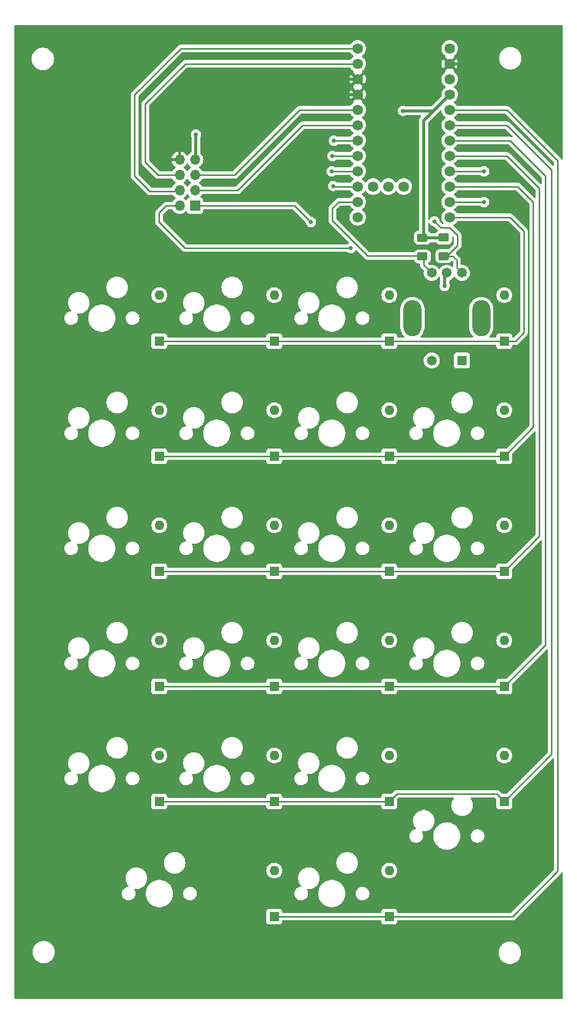
<source format=gbr>
%TF.GenerationSoftware,KiCad,Pcbnew,8.0.6*%
%TF.CreationDate,2024-12-22T21:39:12-05:00*%
%TF.ProjectId,Keypad 2.0,4b657970-6164-4203-922e-302e6b696361,rev?*%
%TF.SameCoordinates,Original*%
%TF.FileFunction,Copper,L1,Top*%
%TF.FilePolarity,Positive*%
%FSLAX46Y46*%
G04 Gerber Fmt 4.6, Leading zero omitted, Abs format (unit mm)*
G04 Created by KiCad (PCBNEW 8.0.6) date 2024-12-22 21:39:12*
%MOMM*%
%LPD*%
G01*
G04 APERTURE LIST*
G04 Aperture macros list*
%AMRoundRect*
0 Rectangle with rounded corners*
0 $1 Rounding radius*
0 $2 $3 $4 $5 $6 $7 $8 $9 X,Y pos of 4 corners*
0 Add a 4 corners polygon primitive as box body*
4,1,4,$2,$3,$4,$5,$6,$7,$8,$9,$2,$3,0*
0 Add four circle primitives for the rounded corners*
1,1,$1+$1,$2,$3*
1,1,$1+$1,$4,$5*
1,1,$1+$1,$6,$7*
1,1,$1+$1,$8,$9*
0 Add four rect primitives between the rounded corners*
20,1,$1+$1,$2,$3,$4,$5,0*
20,1,$1+$1,$4,$5,$6,$7,0*
20,1,$1+$1,$6,$7,$8,$9,0*
20,1,$1+$1,$8,$9,$2,$3,0*%
G04 Aperture macros list end*
%TA.AperFunction,SMDPad,CuDef*%
%ADD10RoundRect,0.250000X0.625000X-0.400000X0.625000X0.400000X-0.625000X0.400000X-0.625000X-0.400000X0*%
%TD*%
%TA.AperFunction,SMDPad,CuDef*%
%ADD11RoundRect,0.250000X-0.625000X0.400000X-0.625000X-0.400000X0.625000X-0.400000X0.625000X0.400000X0*%
%TD*%
%TA.AperFunction,ComponentPad*%
%ADD12R,1.600000X1.600000*%
%TD*%
%TA.AperFunction,ComponentPad*%
%ADD13O,1.600000X1.600000*%
%TD*%
%TA.AperFunction,ComponentPad*%
%ADD14R,1.650000X1.650000*%
%TD*%
%TA.AperFunction,ComponentPad*%
%ADD15C,1.650000*%
%TD*%
%TA.AperFunction,ComponentPad*%
%ADD16O,3.000000X6.000000*%
%TD*%
%TA.AperFunction,ComponentPad*%
%ADD17R,1.700000X1.700000*%
%TD*%
%TA.AperFunction,ComponentPad*%
%ADD18O,1.700000X1.700000*%
%TD*%
%TA.AperFunction,ComponentPad*%
%ADD19C,1.752600*%
%TD*%
%TA.AperFunction,ViaPad*%
%ADD20C,0.700000*%
%TD*%
%TA.AperFunction,Conductor*%
%ADD21C,0.250000*%
%TD*%
%TA.AperFunction,Conductor*%
%ADD22C,0.500000*%
%TD*%
G04 APERTURE END LIST*
D10*
%TO.P,R2,1*%
%TO.N,/RE_A*%
X111428000Y-63556000D03*
%TO.P,R2,2*%
%TO.N,+3V3*%
X111428000Y-60456000D03*
%TD*%
D11*
%TO.P,R1,1*%
%TO.N,+3V3*%
X107872000Y-60508000D03*
%TO.P,R1,2*%
%TO.N,/RE_B*%
X107872000Y-63608000D03*
%TD*%
D12*
%TO.P,D6,1,K*%
%TO.N,/Row_1*%
X102393750Y-96678750D03*
D13*
%TO.P,D6,2,A*%
%TO.N,Net-(D6-A)*%
X102393750Y-89058750D03*
%TD*%
D12*
%TO.P,D13,1,K*%
%TO.N,/Row_3*%
X83343750Y-134778750D03*
D13*
%TO.P,D13,2,A*%
%TO.N,Net-(D13-A)*%
X83343750Y-127158750D03*
%TD*%
D12*
%TO.P,D9,1,K*%
%TO.N,/Row_2*%
X83343750Y-115728750D03*
D13*
%TO.P,D9,2,A*%
%TO.N,Net-(D9-A)*%
X83343750Y-108108750D03*
%TD*%
D12*
%TO.P,D11,1,K*%
%TO.N,/Row_2*%
X121443750Y-115728750D03*
D13*
%TO.P,D11,2,A*%
%TO.N,Net-(D11-A)*%
X121443750Y-108108750D03*
%TD*%
D12*
%TO.P,D21,1,K*%
%TO.N,/Row_5*%
X102393750Y-172878750D03*
D13*
%TO.P,D21,2,A*%
%TO.N,Net-(D21-A)*%
X102393750Y-165258750D03*
%TD*%
D12*
%TO.P,D7,1,K*%
%TO.N,/Row_1*%
X121443750Y-96678750D03*
D13*
%TO.P,D7,2,A*%
%TO.N,Net-(D7-A)*%
X121443750Y-89058750D03*
%TD*%
D12*
%TO.P,D3,1,K*%
%TO.N,/Row_0*%
X102393750Y-77628750D03*
D13*
%TO.P,D3,2,A*%
%TO.N,Net-(D3-A)*%
X102393750Y-70008750D03*
%TD*%
D14*
%TO.P,SW1,1*%
%TO.N,N/C*%
X114418750Y-80818750D03*
D15*
%TO.P,SW1,2*%
X109418750Y-80818750D03*
%TO.P,SW1,A,A*%
%TO.N,/RE_A*%
X114418750Y-66318750D03*
%TO.P,SW1,B,B*%
%TO.N,/RE_B*%
X109418750Y-66318750D03*
%TO.P,SW1,COM*%
%TO.N,N/C*%
X111918750Y-66318750D03*
D16*
%TO.P,SW1,S1,S1*%
%TO.N,Net-(D22-A)*%
X117618750Y-73818750D03*
%TO.P,SW1,S2,S2*%
%TO.N,/Col_3*%
X106218750Y-73818750D03*
%TD*%
D12*
%TO.P,D22,1,K*%
%TO.N,/Row_0*%
X121443750Y-77628750D03*
D13*
%TO.P,D22,2,A*%
%TO.N,Net-(D22-A)*%
X121443750Y-70008750D03*
%TD*%
D12*
%TO.P,D8,1,K*%
%TO.N,/Row_2*%
X64293750Y-115728750D03*
D13*
%TO.P,D8,2,A*%
%TO.N,Net-(D8-A)*%
X64293750Y-108108750D03*
%TD*%
D12*
%TO.P,D18,1,K*%
%TO.N,/Row_4*%
X102393750Y-153828750D03*
D13*
%TO.P,D18,2,A*%
%TO.N,Net-(D18-A)*%
X102393750Y-146208750D03*
%TD*%
D12*
%TO.P,D15,1,K*%
%TO.N,/Row_3*%
X121443750Y-134778750D03*
D13*
%TO.P,D15,2,A*%
%TO.N,Net-(D15-A)*%
X121443750Y-127158750D03*
%TD*%
D12*
%TO.P,D2,1,K*%
%TO.N,/Row_0*%
X83343750Y-77628750D03*
D13*
%TO.P,D2,2,A*%
%TO.N,Net-(D2-A)*%
X83343750Y-70008750D03*
%TD*%
D12*
%TO.P,D19,1,K*%
%TO.N,/Row_4*%
X121443750Y-153828750D03*
D13*
%TO.P,D19,2,A*%
%TO.N,Net-(D19-A)*%
X121443750Y-146208750D03*
%TD*%
D12*
%TO.P,D12,1,K*%
%TO.N,/Row_3*%
X64293750Y-134778750D03*
D13*
%TO.P,D12,2,A*%
%TO.N,Net-(D12-A)*%
X64293750Y-127158750D03*
%TD*%
D12*
%TO.P,D16,1,K*%
%TO.N,/Row_4*%
X64293750Y-153828750D03*
D13*
%TO.P,D16,2,A*%
%TO.N,Net-(D16-A)*%
X64293750Y-146208750D03*
%TD*%
D17*
%TO.P,J1,1,Pin_1*%
%TO.N,/SPI_MOSI*%
X70200000Y-55200000D03*
D18*
%TO.P,J1,2,Pin_2*%
%TO.N,/SPI_SCLK*%
X67660000Y-55200000D03*
%TO.P,J1,3,Pin_3*%
%TO.N,/SPI_RST*%
X70200000Y-52660000D03*
%TO.P,J1,4,Pin_4*%
%TO.N,/EXTRA*%
X67660000Y-52660000D03*
%TO.P,J1,5,Pin_5*%
%TO.N,/SPI_CS*%
X70200000Y-50120000D03*
%TO.P,J1,6,Pin_6*%
%TO.N,/SPI_DC*%
X67660000Y-50120000D03*
%TO.P,J1,7,Pin_7*%
%TO.N,+3V3*%
X70200000Y-47580000D03*
%TO.P,J1,8,Pin_8*%
%TO.N,GND*%
X67660000Y-47580000D03*
%TD*%
D12*
%TO.P,D20,1,K*%
%TO.N,/Row_5*%
X83343750Y-172878750D03*
D13*
%TO.P,D20,2,A*%
%TO.N,Net-(D20-A)*%
X83343750Y-165258750D03*
%TD*%
D19*
%TO.P,U2,27,7*%
%TO.N,unconnected-(U2-7-Pad27)*%
X104775000Y-52032500D03*
%TO.P,U2,26,2*%
%TO.N,unconnected-(U2-2-Pad26)*%
X102235000Y-52032500D03*
%TO.P,U2,25,1*%
%TO.N,unconnected-(U2-1-Pad25)*%
X99695000Y-52032500D03*
%TO.P,U2,24,B+*%
%TO.N,unconnected-(U2-B+-Pad24)*%
X112395000Y-29172500D03*
%TO.P,U2,23,GND*%
%TO.N,GND*%
X112395000Y-31712500D03*
%TO.P,U2,22,RST*%
%TO.N,unconnected-(U2-RST-Pad22)*%
X112395000Y-34252500D03*
%TO.P,U2,21,3.3v*%
%TO.N,+3V3*%
X112395000Y-36792500D03*
%TO.P,U2,20,21*%
%TO.N,/Row_5*%
X112395000Y-39332500D03*
%TO.P,U2,19,20*%
%TO.N,/Row_4*%
X112395000Y-41872500D03*
%TO.P,U2,18,19*%
%TO.N,/Row_3*%
X112395000Y-44412500D03*
%TO.P,U2,17,18*%
%TO.N,/Row_2*%
X112395000Y-46952500D03*
%TO.P,U2,16,15*%
%TO.N,/SPI_SCLK*%
X112395000Y-49492500D03*
%TO.P,U2,15,14*%
%TO.N,/Row_1*%
X112395000Y-52032500D03*
%TO.P,U2,14,16*%
%TO.N,/SPI_MOSI*%
X112395000Y-54572500D03*
%TO.P,U2,13,10*%
%TO.N,/Row_0*%
X112395000Y-57112500D03*
%TO.P,U2,12,9*%
%TO.N,/RE_A*%
X97155000Y-57112500D03*
%TO.P,U2,11,8*%
%TO.N,/RE_B*%
X97155000Y-54572500D03*
%TO.P,U2,10,7*%
%TO.N,/Col_3*%
X97155000Y-52032500D03*
%TO.P,U2,9,6*%
%TO.N,/Col_2*%
X97155000Y-49492500D03*
%TO.P,U2,8,5*%
%TO.N,/Col_1*%
X97155000Y-46952500D03*
%TO.P,U2,7,4*%
%TO.N,/Col_0*%
X97155000Y-44412500D03*
%TO.P,U2,6,3*%
%TO.N,/SPI_RST*%
X97155000Y-41872500D03*
%TO.P,U2,5,2*%
%TO.N,/SPI_CS*%
X97155000Y-39332500D03*
%TO.P,U2,4,GND*%
%TO.N,GND*%
X97155000Y-36792500D03*
%TO.P,U2,3,GND*%
X97155000Y-34252500D03*
%TO.P,U2,2,0*%
%TO.N,/SPI_DC*%
X97155000Y-31712500D03*
%TO.P,U2,1,1*%
%TO.N,/EXTRA*%
X97155000Y-29172500D03*
%TD*%
D12*
%TO.P,D4,1,K*%
%TO.N,/Row_1*%
X64293750Y-96678750D03*
D13*
%TO.P,D4,2,A*%
%TO.N,Net-(D4-A)*%
X64293750Y-89058750D03*
%TD*%
D12*
%TO.P,D10,1,K*%
%TO.N,/Row_2*%
X102393750Y-115728750D03*
D13*
%TO.P,D10,2,A*%
%TO.N,Net-(D10-A)*%
X102393750Y-108108750D03*
%TD*%
D12*
%TO.P,D17,1,K*%
%TO.N,/Row_4*%
X83343750Y-153828750D03*
D13*
%TO.P,D17,2,A*%
%TO.N,Net-(D17-A)*%
X83343750Y-146208750D03*
%TD*%
D12*
%TO.P,D5,1,K*%
%TO.N,/Row_1*%
X83343750Y-96678750D03*
D13*
%TO.P,D5,2,A*%
%TO.N,Net-(D5-A)*%
X83343750Y-89058750D03*
%TD*%
D12*
%TO.P,D14,1,K*%
%TO.N,/Row_3*%
X102393750Y-134778750D03*
D13*
%TO.P,D14,2,A*%
%TO.N,Net-(D14-A)*%
X102393750Y-127158750D03*
%TD*%
D12*
%TO.P,D1,1,K*%
%TO.N,/Row_0*%
X64293750Y-77628750D03*
D13*
%TO.P,D1,2,A*%
%TO.N,Net-(D1-A)*%
X64293750Y-70008750D03*
%TD*%
D20*
%TO.N,*%
X111555000Y-68509000D03*
%TO.N,GND*%
X113919000Y-31750000D03*
X94107000Y-36703000D03*
X94144500Y-34252500D03*
X67660000Y-45878000D03*
%TO.N,+3V3*%
X70358000Y-43434000D03*
X104648000Y-39497000D03*
%TO.N,/Col_3*%
X93091000Y-51943000D03*
%TO.N,/Col_2*%
X92837000Y-49530000D03*
%TO.N,/Col_1*%
X92964000Y-46990000D03*
%TO.N,/Col_0*%
X93218000Y-44450000D03*
%TO.N,/RE_A*%
X109855000Y-57785000D03*
%TO.N,/SPI_SCLK*%
X118110000Y-49530000D03*
X96012000Y-62230000D03*
%TO.N,/SPI_MOSI*%
X118110000Y-54610000D03*
X89408000Y-57912000D03*
%TD*%
D21*
%TO.N,/RE_A*%
X110927000Y-58857000D02*
X109855000Y-57785000D01*
X112444000Y-58857000D02*
X110927000Y-58857000D01*
X113714000Y-61778000D02*
X113714000Y-60127000D01*
X111936000Y-63556000D02*
X113714000Y-61778000D01*
X111428000Y-63556000D02*
X111936000Y-63556000D01*
X113714000Y-60127000D02*
X112444000Y-58857000D01*
X112952000Y-63556000D02*
X111428000Y-63556000D01*
X113587000Y-64191000D02*
X112952000Y-63556000D01*
X113587000Y-65487000D02*
X113587000Y-64191000D01*
X114418750Y-66318750D02*
X113587000Y-65487000D01*
D22*
%TO.N,*%
X111555000Y-66682500D02*
X111918750Y-66318750D01*
X111555000Y-68509000D02*
X111555000Y-66682500D01*
%TO.N,+3V3*%
X108077000Y-60508000D02*
X111174000Y-60508000D01*
X112395000Y-36792500D02*
X108077000Y-41110500D01*
X108077000Y-41110500D02*
X108077000Y-60508000D01*
%TO.N,GND*%
X113881500Y-31712500D02*
X113919000Y-31750000D01*
X112395000Y-31712500D02*
X113881500Y-31712500D01*
X94196500Y-36792500D02*
X94107000Y-36703000D01*
X97155000Y-36792500D02*
X94196500Y-36792500D01*
X94107000Y-34290000D02*
X94144500Y-34252500D01*
X97155000Y-34252500D02*
X94144500Y-34252500D01*
%TO.N,+3V3*%
X70358000Y-47422000D02*
X70200000Y-47580000D01*
X70358000Y-43434000D02*
X70358000Y-47422000D01*
X109690500Y-39497000D02*
X104648000Y-39497000D01*
X112395000Y-36792500D02*
X109690500Y-39497000D01*
D21*
%TO.N,/SPI_CS*%
X87540500Y-39332500D02*
X97155000Y-39332500D01*
X76753000Y-50120000D02*
X87540500Y-39332500D01*
X70200000Y-50120000D02*
X76753000Y-50120000D01*
%TO.N,/SPI_RST*%
X88048500Y-41872500D02*
X97155000Y-41872500D01*
X77261000Y-52660000D02*
X88048500Y-41872500D01*
X70200000Y-52660000D02*
X77261000Y-52660000D01*
%TO.N,/Col_3*%
X93180500Y-52032500D02*
X97155000Y-52032500D01*
X93091000Y-51943000D02*
X93180500Y-52032500D01*
%TO.N,/Col_2*%
X92874500Y-49492500D02*
X97155000Y-49492500D01*
X92837000Y-49530000D02*
X92874500Y-49492500D01*
%TO.N,/Col_1*%
X92964000Y-46990000D02*
X93001500Y-46952500D01*
X93001500Y-46952500D02*
X97155000Y-46952500D01*
%TO.N,/Col_0*%
X93763500Y-44412500D02*
X97155000Y-44412500D01*
X93726000Y-44450000D02*
X93763500Y-44412500D01*
X93218000Y-44450000D02*
X93726000Y-44450000D01*
%TO.N,/RE_B*%
X94017500Y-54572500D02*
X97155000Y-54572500D01*
X92964000Y-55626000D02*
X94017500Y-54572500D01*
X98808000Y-63502000D02*
X92964000Y-57658000D01*
X92964000Y-57658000D02*
X92964000Y-55626000D01*
X108077000Y-63502000D02*
X98808000Y-63502000D01*
X108110000Y-65010000D02*
X108110000Y-63400000D01*
X109418750Y-66318750D02*
X108110000Y-65010000D01*
%TO.N,Net-(D22-A)*%
X117618750Y-73818750D02*
X117633750Y-73818750D01*
%TO.N,/SPI_DC*%
X68617500Y-31712500D02*
X97155000Y-31712500D01*
X61976000Y-48006000D02*
X61976000Y-38354000D01*
X64090000Y-50120000D02*
X61976000Y-48006000D01*
X67660000Y-50120000D02*
X64090000Y-50120000D01*
X61976000Y-38354000D02*
X68617500Y-31712500D01*
%TO.N,/EXTRA*%
X67855500Y-29172500D02*
X97155000Y-29172500D01*
X60198000Y-50292000D02*
X60198000Y-36830000D01*
X62738000Y-52832000D02*
X60198000Y-50292000D01*
X67488000Y-52832000D02*
X62738000Y-52832000D01*
X60198000Y-36830000D02*
X67855500Y-29172500D01*
X67660000Y-52660000D02*
X67488000Y-52832000D01*
%TO.N,/SPI_SCLK*%
X117564500Y-49492500D02*
X112395000Y-49492500D01*
X117602000Y-49530000D02*
X117564500Y-49492500D01*
X118110000Y-49530000D02*
X117602000Y-49530000D01*
X68580000Y-62230000D02*
X96012000Y-62230000D01*
X64262000Y-57912000D02*
X67056000Y-60706000D01*
X67056000Y-60706000D02*
X68580000Y-62230000D01*
X64262000Y-56388000D02*
X64262000Y-57912000D01*
X65450000Y-55200000D02*
X64262000Y-56388000D01*
X67660000Y-55200000D02*
X65450000Y-55200000D01*
%TO.N,/SPI_MOSI*%
X118072500Y-54572500D02*
X112395000Y-54572500D01*
X118110000Y-54610000D02*
X118072500Y-54572500D01*
X88900000Y-57404000D02*
X89408000Y-57912000D01*
X86696000Y-55200000D02*
X88900000Y-57404000D01*
X70200000Y-55200000D02*
X86696000Y-55200000D01*
%TO.N,/Row_0*%
X122390500Y-57112500D02*
X112395000Y-57112500D01*
X124714000Y-59436000D02*
X122390500Y-57112500D01*
X124714000Y-76200000D02*
X124714000Y-59436000D01*
X123285250Y-77628750D02*
X124714000Y-76200000D01*
X121443750Y-77628750D02*
X123285250Y-77628750D01*
X102393750Y-77628750D02*
X121443750Y-77628750D01*
X83343750Y-77628750D02*
X102393750Y-77628750D01*
X64293750Y-77628750D02*
X83343750Y-77628750D01*
%TO.N,/Row_1*%
X123660500Y-52032500D02*
X112395000Y-52032500D01*
X126238000Y-54610000D02*
X123660500Y-52032500D01*
X126238000Y-91884500D02*
X126238000Y-54610000D01*
X121443750Y-96678750D02*
X126238000Y-91884500D01*
X102393750Y-96678750D02*
X121443750Y-96678750D01*
X83343750Y-96678750D02*
X102393750Y-96678750D01*
X64293750Y-96678750D02*
X83343750Y-96678750D01*
%TO.N,/Row_2*%
X121882500Y-46952500D02*
X112395000Y-46952500D01*
X127254000Y-52324000D02*
X121882500Y-46952500D01*
X127254000Y-109918500D02*
X127254000Y-52324000D01*
X121443750Y-115728750D02*
X127254000Y-109918500D01*
%TO.N,/Row_3*%
X122390500Y-44412500D02*
X112395000Y-44412500D01*
X128270000Y-50292000D02*
X122390500Y-44412500D01*
X128270000Y-127952500D02*
X128270000Y-50292000D01*
X121443750Y-134778750D02*
X128270000Y-127952500D01*
%TO.N,/Row_4*%
X121882500Y-41872500D02*
X112395000Y-41872500D01*
X129286000Y-49276000D02*
X121882500Y-41872500D01*
X129286000Y-145986500D02*
X129286000Y-49276000D01*
X121443750Y-153828750D02*
X129286000Y-145986500D01*
%TO.N,/Row_5*%
X121882500Y-39332500D02*
X112395000Y-39332500D01*
X122777250Y-172878750D02*
X130302000Y-165354000D01*
X130302000Y-165354000D02*
X130302000Y-47752000D01*
X102393750Y-172878750D02*
X122777250Y-172878750D01*
X130302000Y-47752000D02*
X121882500Y-39332500D01*
%TO.N,/Row_2*%
X102393750Y-115728750D02*
X121443750Y-115728750D01*
X83343750Y-115728750D02*
X102393750Y-115728750D01*
X64293750Y-115728750D02*
X83343750Y-115728750D01*
%TO.N,/Row_3*%
X102393750Y-134778750D02*
X121443750Y-134778750D01*
X83343750Y-134778750D02*
X102393750Y-134778750D01*
X64293750Y-134778750D02*
X83343750Y-134778750D01*
%TO.N,/Row_4*%
X120178750Y-152563750D02*
X121443750Y-153828750D01*
X103658750Y-152563750D02*
X120178750Y-152563750D01*
X102393750Y-153828750D02*
X103658750Y-152563750D01*
X83343750Y-153828750D02*
X102393750Y-153828750D01*
X64293750Y-153828750D02*
X83343750Y-153828750D01*
%TO.N,/Row_5*%
X83343750Y-172878750D02*
X102393750Y-172878750D01*
%TD*%
%TA.AperFunction,Conductor*%
%TO.N,GND*%
G36*
X131068539Y-25320185D02*
G01*
X131114294Y-25372989D01*
X131125500Y-25424500D01*
X131125500Y-47482203D01*
X131105815Y-47549242D01*
X131053011Y-47594997D01*
X130983853Y-47604941D01*
X130920297Y-47575916D01*
X130886939Y-47529656D01*
X130882999Y-47520144D01*
X130882999Y-47520143D01*
X130856312Y-47455714D01*
X130856309Y-47455709D01*
X130819804Y-47401077D01*
X130819803Y-47401076D01*
X130787856Y-47353264D01*
X130697637Y-47263045D01*
X130697606Y-47263016D01*
X122372698Y-38938108D01*
X122372678Y-38938086D01*
X122281233Y-38846641D01*
X122230009Y-38812415D01*
X122178787Y-38778189D01*
X122178786Y-38778188D01*
X122178783Y-38778186D01*
X122178780Y-38778185D01*
X122098292Y-38744847D01*
X122064953Y-38731037D01*
X122054927Y-38729043D01*
X122004529Y-38719018D01*
X121944110Y-38707000D01*
X121944107Y-38707000D01*
X121944106Y-38707000D01*
X113698042Y-38707000D01*
X113631003Y-38687315D01*
X113594233Y-38650821D01*
X113485212Y-38483951D01*
X113330680Y-38316086D01*
X113330676Y-38316082D01*
X113150620Y-38175940D01*
X113150619Y-38175939D01*
X113142517Y-38171554D01*
X113092928Y-38122337D01*
X113077818Y-38054121D01*
X113101988Y-37988565D01*
X113142517Y-37953445D01*
X113150619Y-37949061D01*
X113330677Y-37808917D01*
X113485213Y-37641047D01*
X113610010Y-37450030D01*
X113701664Y-37241078D01*
X113757677Y-37019891D01*
X113757678Y-37019883D01*
X113776519Y-36792505D01*
X113776519Y-36792494D01*
X113757678Y-36565116D01*
X113757677Y-36565113D01*
X113757677Y-36565109D01*
X113701664Y-36343922D01*
X113610010Y-36134970D01*
X113485213Y-35943953D01*
X113485212Y-35943951D01*
X113330680Y-35776086D01*
X113330676Y-35776082D01*
X113177726Y-35657037D01*
X113150619Y-35635939D01*
X113142517Y-35631554D01*
X113092928Y-35582337D01*
X113077818Y-35514121D01*
X113101988Y-35448565D01*
X113142517Y-35413445D01*
X113150619Y-35409061D01*
X113330677Y-35268917D01*
X113485213Y-35101047D01*
X113610010Y-34910030D01*
X113701664Y-34701078D01*
X113757677Y-34479891D01*
X113757678Y-34479883D01*
X113776519Y-34252505D01*
X113776519Y-34252494D01*
X113757678Y-34025116D01*
X113757677Y-34025113D01*
X113757677Y-34025109D01*
X113701664Y-33803922D01*
X113610010Y-33594970D01*
X113485213Y-33403953D01*
X113485212Y-33403951D01*
X113330680Y-33236086D01*
X113330676Y-33236082D01*
X113150620Y-33095939D01*
X113150616Y-33095937D01*
X113141989Y-33091268D01*
X113092400Y-33042047D01*
X113077294Y-32973829D01*
X113101467Y-32908275D01*
X113141997Y-32873158D01*
X113150341Y-32868642D01*
X113150349Y-32868637D01*
X113176910Y-32847963D01*
X112562050Y-32233103D01*
X112605787Y-32221384D01*
X112730313Y-32149489D01*
X112831989Y-32047813D01*
X112903884Y-31923287D01*
X112915603Y-31879550D01*
X113529063Y-32493011D01*
X113609569Y-32369787D01*
X113701190Y-32160915D01*
X113757182Y-31939804D01*
X113776017Y-31712505D01*
X113776017Y-31712494D01*
X113757182Y-31485195D01*
X113701190Y-31264084D01*
X113609568Y-31055209D01*
X113529063Y-30931987D01*
X112915602Y-31545448D01*
X112903884Y-31501713D01*
X112831989Y-31377187D01*
X112730313Y-31275511D01*
X112605787Y-31203616D01*
X112562050Y-31191896D01*
X113075236Y-30678711D01*
X120577500Y-30678711D01*
X120577500Y-30921288D01*
X120609161Y-31161785D01*
X120671947Y-31396104D01*
X120708850Y-31485195D01*
X120764776Y-31620212D01*
X120886064Y-31830289D01*
X120886066Y-31830292D01*
X120886067Y-31830293D01*
X121033733Y-32022736D01*
X121033739Y-32022743D01*
X121205256Y-32194260D01*
X121205262Y-32194265D01*
X121397711Y-32341936D01*
X121607788Y-32463224D01*
X121831900Y-32556054D01*
X122066211Y-32618838D01*
X122246586Y-32642584D01*
X122306711Y-32650500D01*
X122306712Y-32650500D01*
X122549289Y-32650500D01*
X122597388Y-32644167D01*
X122789789Y-32618838D01*
X123024100Y-32556054D01*
X123248212Y-32463224D01*
X123458289Y-32341936D01*
X123650738Y-32194265D01*
X123822265Y-32022738D01*
X123969936Y-31830289D01*
X124091224Y-31620212D01*
X124184054Y-31396100D01*
X124246838Y-31161789D01*
X124278500Y-30921288D01*
X124278500Y-30678712D01*
X124246838Y-30438211D01*
X124184054Y-30203900D01*
X124091224Y-29979788D01*
X123969936Y-29769711D01*
X123855886Y-29621078D01*
X123822266Y-29577263D01*
X123822260Y-29577256D01*
X123650743Y-29405739D01*
X123650736Y-29405733D01*
X123458293Y-29258067D01*
X123458292Y-29258066D01*
X123458289Y-29258064D01*
X123248212Y-29136776D01*
X123248205Y-29136773D01*
X123024104Y-29043947D01*
X122789785Y-28981161D01*
X122549289Y-28949500D01*
X122549288Y-28949500D01*
X122306712Y-28949500D01*
X122306711Y-28949500D01*
X122066214Y-28981161D01*
X121831895Y-29043947D01*
X121607794Y-29136773D01*
X121607785Y-29136777D01*
X121397706Y-29258067D01*
X121205263Y-29405733D01*
X121205256Y-29405739D01*
X121033739Y-29577256D01*
X121033733Y-29577263D01*
X120886067Y-29769706D01*
X120764777Y-29979785D01*
X120764773Y-29979794D01*
X120671947Y-30203895D01*
X120609161Y-30438214D01*
X120577500Y-30678711D01*
X113075236Y-30678711D01*
X113176910Y-30577037D01*
X113176909Y-30577035D01*
X113150349Y-30556362D01*
X113150339Y-30556355D01*
X113141990Y-30551837D01*
X113092401Y-30502617D01*
X113077294Y-30434400D01*
X113101466Y-30368845D01*
X113141995Y-30333728D01*
X113150612Y-30329065D01*
X113150619Y-30329061D01*
X113330677Y-30188917D01*
X113485213Y-30021047D01*
X113610010Y-29830030D01*
X113701664Y-29621078D01*
X113757677Y-29399891D01*
X113771193Y-29236776D01*
X113776519Y-29172505D01*
X113776519Y-29172494D01*
X113757678Y-28945116D01*
X113757677Y-28945113D01*
X113757677Y-28945109D01*
X113701664Y-28723922D01*
X113610010Y-28514970D01*
X113485213Y-28323953D01*
X113485212Y-28323951D01*
X113330680Y-28156086D01*
X113330676Y-28156082D01*
X113150620Y-28015940D01*
X113150619Y-28015939D01*
X112949950Y-27907342D01*
X112949942Y-27907339D01*
X112734145Y-27833255D01*
X112509085Y-27795700D01*
X112280915Y-27795700D01*
X112055854Y-27833255D01*
X111840057Y-27907339D01*
X111840049Y-27907342D01*
X111639379Y-28015940D01*
X111459323Y-28156082D01*
X111459319Y-28156086D01*
X111304787Y-28323951D01*
X111179989Y-28514970D01*
X111088335Y-28723922D01*
X111032323Y-28945108D01*
X111032321Y-28945116D01*
X111013481Y-29172494D01*
X111013481Y-29172505D01*
X111032321Y-29399883D01*
X111032323Y-29399891D01*
X111088335Y-29621077D01*
X111179989Y-29830029D01*
X111304787Y-30021048D01*
X111459319Y-30188913D01*
X111459323Y-30188917D01*
X111639379Y-30329060D01*
X111639387Y-30329065D01*
X111648007Y-30333730D01*
X111697598Y-30382950D01*
X111712705Y-30451166D01*
X111688534Y-30516722D01*
X111648009Y-30551837D01*
X111639661Y-30556354D01*
X111639646Y-30556364D01*
X111613089Y-30577034D01*
X111613089Y-30577036D01*
X112227949Y-31191896D01*
X112184213Y-31203616D01*
X112059687Y-31275511D01*
X111958011Y-31377187D01*
X111886116Y-31501713D01*
X111874396Y-31545449D01*
X111260935Y-30931988D01*
X111180431Y-31055210D01*
X111180429Y-31055214D01*
X111088809Y-31264084D01*
X111032817Y-31485195D01*
X111013983Y-31712494D01*
X111013983Y-31712505D01*
X111032817Y-31939804D01*
X111088809Y-32160915D01*
X111180431Y-32369790D01*
X111260934Y-32493010D01*
X111874396Y-31879549D01*
X111886116Y-31923287D01*
X111958011Y-32047813D01*
X112059687Y-32149489D01*
X112184213Y-32221384D01*
X112227949Y-32233103D01*
X111613088Y-32847962D01*
X111613089Y-32847963D01*
X111639651Y-32868637D01*
X111639657Y-32868641D01*
X111648006Y-32873160D01*
X111697597Y-32922379D01*
X111712705Y-32990595D01*
X111688535Y-33056151D01*
X111648014Y-33091266D01*
X111639383Y-33095937D01*
X111639379Y-33095939D01*
X111459323Y-33236082D01*
X111459319Y-33236086D01*
X111304787Y-33403951D01*
X111179989Y-33594970D01*
X111088335Y-33803922D01*
X111032323Y-34025108D01*
X111032321Y-34025116D01*
X111013481Y-34252494D01*
X111013481Y-34252505D01*
X111032321Y-34479883D01*
X111032323Y-34479891D01*
X111088335Y-34701077D01*
X111179989Y-34910029D01*
X111304787Y-35101048D01*
X111459319Y-35268913D01*
X111459323Y-35268917D01*
X111639379Y-35409060D01*
X111639383Y-35409062D01*
X111647483Y-35413446D01*
X111697073Y-35462666D01*
X111712180Y-35530883D01*
X111688008Y-35596439D01*
X111647483Y-35631554D01*
X111639383Y-35635937D01*
X111639379Y-35635939D01*
X111459323Y-35776082D01*
X111459319Y-35776086D01*
X111304787Y-35943951D01*
X111179989Y-36134970D01*
X111088335Y-36343922D01*
X111032323Y-36565108D01*
X111032321Y-36565116D01*
X111013481Y-36792494D01*
X111013481Y-36792505D01*
X111032322Y-37019889D01*
X111032388Y-37020283D01*
X111032368Y-37020445D01*
X111032746Y-37025002D01*
X111031808Y-37025079D01*
X111024005Y-37089648D01*
X110997760Y-37128371D01*
X109710526Y-38415607D01*
X109415951Y-38710181D01*
X109354628Y-38743666D01*
X109328270Y-38746500D01*
X105079741Y-38746500D01*
X105029306Y-38735780D01*
X104912267Y-38683671D01*
X104912265Y-38683670D01*
X104784594Y-38656533D01*
X104737391Y-38646500D01*
X104558609Y-38646500D01*
X104527954Y-38653015D01*
X104383733Y-38683670D01*
X104383728Y-38683672D01*
X104220408Y-38756387D01*
X104075768Y-38861475D01*
X103956140Y-38994336D01*
X103866750Y-39149164D01*
X103866747Y-39149170D01*
X103811504Y-39319192D01*
X103811503Y-39319194D01*
X103792815Y-39497000D01*
X103811503Y-39674805D01*
X103811504Y-39674807D01*
X103866747Y-39844829D01*
X103866750Y-39844835D01*
X103956141Y-39999665D01*
X103969210Y-40014179D01*
X104075764Y-40132521D01*
X104075767Y-40132523D01*
X104075770Y-40132526D01*
X104220407Y-40237612D01*
X104383733Y-40310329D01*
X104558609Y-40347500D01*
X104558610Y-40347500D01*
X104737389Y-40347500D01*
X104737391Y-40347500D01*
X104912267Y-40310329D01*
X105029306Y-40258219D01*
X105079741Y-40247500D01*
X107579270Y-40247500D01*
X107646309Y-40267185D01*
X107692064Y-40319989D01*
X107702008Y-40389147D01*
X107672983Y-40452703D01*
X107666951Y-40459181D01*
X107494050Y-40632081D01*
X107494047Y-40632085D01*
X107467547Y-40671744D01*
X107467548Y-40671745D01*
X107411914Y-40755008D01*
X107355343Y-40891582D01*
X107355340Y-40891592D01*
X107326500Y-41036579D01*
X107326500Y-59233500D01*
X107306815Y-59300539D01*
X107254011Y-59346294D01*
X107202514Y-59357500D01*
X107197005Y-59357500D01*
X107196980Y-59357501D01*
X107094203Y-59368000D01*
X107094200Y-59368001D01*
X106927668Y-59423185D01*
X106927663Y-59423187D01*
X106778342Y-59515289D01*
X106654289Y-59639342D01*
X106562187Y-59788663D01*
X106562185Y-59788668D01*
X106548252Y-59830716D01*
X106507001Y-59955203D01*
X106507001Y-59955204D01*
X106507000Y-59955204D01*
X106496500Y-60057983D01*
X106496500Y-60958001D01*
X106496501Y-60958019D01*
X106507000Y-61060796D01*
X106507001Y-61060799D01*
X106552773Y-61198928D01*
X106562186Y-61227334D01*
X106654288Y-61376656D01*
X106778344Y-61500712D01*
X106927666Y-61592814D01*
X107094203Y-61647999D01*
X107196991Y-61658500D01*
X108547008Y-61658499D01*
X108649797Y-61647999D01*
X108816334Y-61592814D01*
X108965656Y-61500712D01*
X109089712Y-61376656D01*
X109126261Y-61317401D01*
X109178207Y-61270679D01*
X109231798Y-61258500D01*
X110100276Y-61258500D01*
X110167315Y-61278185D01*
X110205813Y-61317401D01*
X110210288Y-61324656D01*
X110334344Y-61448712D01*
X110483666Y-61540814D01*
X110650203Y-61595999D01*
X110752991Y-61606500D01*
X112103008Y-61606499D01*
X112205797Y-61595999D01*
X112372334Y-61540814D01*
X112521656Y-61448712D01*
X112645712Y-61324656D01*
X112737814Y-61175334D01*
X112792999Y-61008797D01*
X112803500Y-60906009D01*
X112803499Y-60400449D01*
X112823183Y-60333412D01*
X112875987Y-60287657D01*
X112945146Y-60277713D01*
X113008702Y-60306738D01*
X113015180Y-60312770D01*
X113052181Y-60349771D01*
X113085666Y-60411094D01*
X113088500Y-60437452D01*
X113088500Y-61467547D01*
X113068815Y-61534586D01*
X113052181Y-61555228D01*
X112234407Y-62373001D01*
X112173084Y-62406486D01*
X112134126Y-62408678D01*
X112103023Y-62405501D01*
X112103014Y-62405500D01*
X112103009Y-62405500D01*
X112103003Y-62405500D01*
X110752998Y-62405500D01*
X110752981Y-62405501D01*
X110650203Y-62416000D01*
X110650200Y-62416001D01*
X110483668Y-62471185D01*
X110483663Y-62471187D01*
X110334342Y-62563289D01*
X110210289Y-62687342D01*
X110118187Y-62836663D01*
X110118185Y-62836668D01*
X110100956Y-62888663D01*
X110063001Y-63003203D01*
X110063001Y-63003204D01*
X110063000Y-63003204D01*
X110052500Y-63105983D01*
X110052500Y-64006001D01*
X110052501Y-64006009D01*
X110063000Y-64108796D01*
X110063001Y-64108799D01*
X110118185Y-64275331D01*
X110118187Y-64275336D01*
X110150258Y-64327331D01*
X110210288Y-64424656D01*
X110334344Y-64548712D01*
X110483666Y-64640814D01*
X110650203Y-64695999D01*
X110752991Y-64706500D01*
X112103008Y-64706499D01*
X112205797Y-64695999D01*
X112372334Y-64640814D01*
X112521656Y-64548712D01*
X112645712Y-64424656D01*
X112674152Y-64378546D01*
X112726100Y-64331822D01*
X112795062Y-64320599D01*
X112859144Y-64348442D01*
X112867372Y-64355962D01*
X112925181Y-64413771D01*
X112958666Y-64475094D01*
X112961500Y-64501452D01*
X112961500Y-65192553D01*
X112941815Y-65259592D01*
X112889011Y-65305347D01*
X112819853Y-65315291D01*
X112766377Y-65294128D01*
X112584036Y-65166451D01*
X112584032Y-65166449D01*
X112373829Y-65068430D01*
X112373826Y-65068429D01*
X112373824Y-65068428D01*
X112149801Y-65008401D01*
X112149794Y-65008400D01*
X111918752Y-64988187D01*
X111918748Y-64988187D01*
X111687705Y-65008400D01*
X111687698Y-65008401D01*
X111463667Y-65068431D01*
X111253468Y-65166449D01*
X111253464Y-65166451D01*
X111063485Y-65299476D01*
X111063479Y-65299481D01*
X110899481Y-65463479D01*
X110899476Y-65463485D01*
X110770325Y-65647933D01*
X110715748Y-65691558D01*
X110646250Y-65698752D01*
X110583895Y-65667229D01*
X110567175Y-65647933D01*
X110438023Y-65463485D01*
X110438018Y-65463479D01*
X110274019Y-65299480D01*
X110217053Y-65259592D01*
X110084032Y-65166449D01*
X109873829Y-65068430D01*
X109873826Y-65068429D01*
X109873824Y-65068428D01*
X109649801Y-65008401D01*
X109649794Y-65008400D01*
X109418752Y-64988187D01*
X109418748Y-64988187D01*
X109187705Y-65008400D01*
X109187691Y-65008403D01*
X109103287Y-65031018D01*
X109033437Y-65029355D01*
X108983514Y-64998924D01*
X108841296Y-64856706D01*
X108807811Y-64795383D01*
X108812795Y-64725691D01*
X108854667Y-64669758D01*
X108863866Y-64663496D01*
X108965656Y-64600712D01*
X109089712Y-64476656D01*
X109181814Y-64327334D01*
X109236999Y-64160797D01*
X109247500Y-64058009D01*
X109247499Y-63157992D01*
X109236999Y-63055203D01*
X109181814Y-62888666D01*
X109089712Y-62739344D01*
X108965656Y-62615288D01*
X108816334Y-62523186D01*
X108649797Y-62468001D01*
X108649795Y-62468000D01*
X108547010Y-62457500D01*
X107196998Y-62457500D01*
X107196981Y-62457501D01*
X107094203Y-62468000D01*
X107094200Y-62468001D01*
X106927668Y-62523185D01*
X106927663Y-62523187D01*
X106778342Y-62615289D01*
X106654287Y-62739344D01*
X106606022Y-62817596D01*
X106554074Y-62864321D01*
X106500483Y-62876500D01*
X99118452Y-62876500D01*
X99051413Y-62856815D01*
X99030771Y-62840181D01*
X93625819Y-57435229D01*
X93592334Y-57373906D01*
X93589500Y-57347548D01*
X93589500Y-55936452D01*
X93609185Y-55869413D01*
X93625819Y-55848771D01*
X94240271Y-55234319D01*
X94301594Y-55200834D01*
X94327952Y-55198000D01*
X95851958Y-55198000D01*
X95918997Y-55217685D01*
X95955767Y-55254179D01*
X96064787Y-55421048D01*
X96219319Y-55588913D01*
X96219323Y-55588917D01*
X96399379Y-55729060D01*
X96399383Y-55729062D01*
X96407483Y-55733446D01*
X96457073Y-55782666D01*
X96472180Y-55850883D01*
X96448008Y-55916439D01*
X96407483Y-55951554D01*
X96399383Y-55955937D01*
X96399379Y-55955939D01*
X96219323Y-56096082D01*
X96219319Y-56096086D01*
X96064787Y-56263951D01*
X95939989Y-56454970D01*
X95848335Y-56663922D01*
X95792323Y-56885108D01*
X95792321Y-56885116D01*
X95773481Y-57112494D01*
X95773481Y-57112505D01*
X95792321Y-57339883D01*
X95792323Y-57339891D01*
X95848335Y-57561077D01*
X95939989Y-57770029D01*
X96064787Y-57961048D01*
X96218287Y-58127792D01*
X96219323Y-58128917D01*
X96399381Y-58269061D01*
X96600050Y-58377658D01*
X96815857Y-58451745D01*
X97040915Y-58489300D01*
X97269085Y-58489300D01*
X97494143Y-58451745D01*
X97709950Y-58377658D01*
X97910619Y-58269061D01*
X98090677Y-58128917D01*
X98245213Y-57961047D01*
X98370010Y-57770030D01*
X98461664Y-57561078D01*
X98517677Y-57339891D01*
X98522446Y-57282336D01*
X98536519Y-57112505D01*
X98536519Y-57112494D01*
X98517678Y-56885116D01*
X98517677Y-56885113D01*
X98517677Y-56885109D01*
X98461664Y-56663922D01*
X98370010Y-56454970D01*
X98245213Y-56263953D01*
X98245212Y-56263951D01*
X98090680Y-56096086D01*
X98090676Y-56096082D01*
X97910620Y-55955940D01*
X97910619Y-55955939D01*
X97902517Y-55951554D01*
X97852928Y-55902337D01*
X97837818Y-55834121D01*
X97861988Y-55768565D01*
X97902517Y-55733445D01*
X97910619Y-55729061D01*
X98090677Y-55588917D01*
X98245213Y-55421047D01*
X98370010Y-55230030D01*
X98461664Y-55021078D01*
X98517677Y-54799891D01*
X98517678Y-54799883D01*
X98536519Y-54572505D01*
X98536519Y-54572494D01*
X98517678Y-54345116D01*
X98517677Y-54345113D01*
X98517677Y-54345109D01*
X98461664Y-54123922D01*
X98370010Y-53914970D01*
X98313468Y-53828425D01*
X98245212Y-53723951D01*
X98090680Y-53556086D01*
X98090676Y-53556082D01*
X97964017Y-53457500D01*
X97910619Y-53415939D01*
X97902517Y-53411554D01*
X97852928Y-53362337D01*
X97837818Y-53294121D01*
X97861988Y-53228565D01*
X97902517Y-53193445D01*
X97910619Y-53189061D01*
X98090677Y-53048917D01*
X98245213Y-52881047D01*
X98321191Y-52764752D01*
X98374337Y-52719396D01*
X98443568Y-52709972D01*
X98506904Y-52739473D01*
X98528809Y-52764753D01*
X98604787Y-52881048D01*
X98759319Y-53048913D01*
X98759323Y-53048917D01*
X98939381Y-53189061D01*
X99140050Y-53297658D01*
X99355857Y-53371745D01*
X99580915Y-53409300D01*
X99809085Y-53409300D01*
X100034143Y-53371745D01*
X100249950Y-53297658D01*
X100450619Y-53189061D01*
X100630677Y-53048917D01*
X100785213Y-52881047D01*
X100861191Y-52764752D01*
X100914337Y-52719396D01*
X100983568Y-52709972D01*
X101046904Y-52739473D01*
X101068809Y-52764753D01*
X101144787Y-52881048D01*
X101299319Y-53048913D01*
X101299323Y-53048917D01*
X101479381Y-53189061D01*
X101680050Y-53297658D01*
X101895857Y-53371745D01*
X102120915Y-53409300D01*
X102349085Y-53409300D01*
X102574143Y-53371745D01*
X102789950Y-53297658D01*
X102990619Y-53189061D01*
X103170677Y-53048917D01*
X103325213Y-52881047D01*
X103401191Y-52764752D01*
X103454337Y-52719396D01*
X103523568Y-52709972D01*
X103586904Y-52739473D01*
X103608809Y-52764753D01*
X103684787Y-52881048D01*
X103839319Y-53048913D01*
X103839323Y-53048917D01*
X104019381Y-53189061D01*
X104220050Y-53297658D01*
X104435857Y-53371745D01*
X104660915Y-53409300D01*
X104889085Y-53409300D01*
X105114143Y-53371745D01*
X105329950Y-53297658D01*
X105530619Y-53189061D01*
X105710677Y-53048917D01*
X105865213Y-52881047D01*
X105990010Y-52690030D01*
X106081664Y-52481078D01*
X106137677Y-52259891D01*
X106142101Y-52206500D01*
X106156519Y-52032505D01*
X106156519Y-52032494D01*
X106137678Y-51805116D01*
X106137677Y-51805113D01*
X106137677Y-51805109D01*
X106081664Y-51583922D01*
X105990010Y-51374970D01*
X105877257Y-51202388D01*
X105865212Y-51183951D01*
X105710680Y-51016086D01*
X105710676Y-51016082D01*
X105530620Y-50875940D01*
X105530619Y-50875939D01*
X105329950Y-50767342D01*
X105329942Y-50767339D01*
X105114145Y-50693255D01*
X104889085Y-50655700D01*
X104660915Y-50655700D01*
X104435854Y-50693255D01*
X104220057Y-50767339D01*
X104220049Y-50767342D01*
X104019379Y-50875940D01*
X103839323Y-51016082D01*
X103839319Y-51016086D01*
X103684787Y-51183951D01*
X103608809Y-51300246D01*
X103555663Y-51345603D01*
X103486431Y-51355027D01*
X103423095Y-51325525D01*
X103401191Y-51300246D01*
X103325212Y-51183951D01*
X103170680Y-51016086D01*
X103170676Y-51016082D01*
X102990620Y-50875940D01*
X102990619Y-50875939D01*
X102789950Y-50767342D01*
X102789942Y-50767339D01*
X102574145Y-50693255D01*
X102349085Y-50655700D01*
X102120915Y-50655700D01*
X101895854Y-50693255D01*
X101680057Y-50767339D01*
X101680049Y-50767342D01*
X101479379Y-50875940D01*
X101299323Y-51016082D01*
X101299319Y-51016086D01*
X101144787Y-51183951D01*
X101068809Y-51300246D01*
X101015663Y-51345603D01*
X100946431Y-51355027D01*
X100883095Y-51325525D01*
X100861191Y-51300246D01*
X100785212Y-51183951D01*
X100630680Y-51016086D01*
X100630676Y-51016082D01*
X100450620Y-50875940D01*
X100450619Y-50875939D01*
X100249950Y-50767342D01*
X100249942Y-50767339D01*
X100034145Y-50693255D01*
X99809085Y-50655700D01*
X99580915Y-50655700D01*
X99355854Y-50693255D01*
X99140057Y-50767339D01*
X99140049Y-50767342D01*
X98939379Y-50875940D01*
X98759323Y-51016082D01*
X98759319Y-51016086D01*
X98604787Y-51183951D01*
X98528809Y-51300246D01*
X98475663Y-51345603D01*
X98406431Y-51355027D01*
X98343095Y-51325525D01*
X98321191Y-51300246D01*
X98245212Y-51183951D01*
X98090680Y-51016086D01*
X98090676Y-51016082D01*
X97910620Y-50875940D01*
X97910619Y-50875939D01*
X97902517Y-50871554D01*
X97852928Y-50822337D01*
X97837818Y-50754121D01*
X97861988Y-50688565D01*
X97902517Y-50653445D01*
X97910619Y-50649061D01*
X98090677Y-50508917D01*
X98245213Y-50341047D01*
X98370010Y-50150030D01*
X98461664Y-49941078D01*
X98517677Y-49719891D01*
X98517678Y-49719883D01*
X98536519Y-49492505D01*
X98536519Y-49492494D01*
X98517678Y-49265116D01*
X98517677Y-49265113D01*
X98517677Y-49265109D01*
X98461664Y-49043922D01*
X98370010Y-48834970D01*
X98349124Y-48803002D01*
X98245212Y-48643951D01*
X98090680Y-48476086D01*
X98090676Y-48476082D01*
X97910620Y-48335940D01*
X97910619Y-48335939D01*
X97902517Y-48331554D01*
X97852928Y-48282337D01*
X97837818Y-48214121D01*
X97861988Y-48148565D01*
X97902517Y-48113445D01*
X97910619Y-48109061D01*
X98090677Y-47968917D01*
X98245213Y-47801047D01*
X98370010Y-47610030D01*
X98461664Y-47401078D01*
X98517677Y-47179891D01*
X98517678Y-47179883D01*
X98536519Y-46952505D01*
X98536519Y-46952494D01*
X98517678Y-46725116D01*
X98517677Y-46725113D01*
X98517677Y-46725109D01*
X98461664Y-46503922D01*
X98370010Y-46294970D01*
X98340214Y-46249364D01*
X98245212Y-46103951D01*
X98090680Y-45936086D01*
X98090676Y-45936082D01*
X97910620Y-45795940D01*
X97910619Y-45795939D01*
X97902517Y-45791554D01*
X97852928Y-45742337D01*
X97837818Y-45674121D01*
X97861988Y-45608565D01*
X97902517Y-45573445D01*
X97910619Y-45569061D01*
X98090677Y-45428917D01*
X98245213Y-45261047D01*
X98370010Y-45070030D01*
X98461664Y-44861078D01*
X98517677Y-44639891D01*
X98517678Y-44639883D01*
X98536519Y-44412505D01*
X98536519Y-44412494D01*
X98517678Y-44185116D01*
X98517677Y-44185113D01*
X98517677Y-44185109D01*
X98461664Y-43963922D01*
X98370010Y-43754970D01*
X98326640Y-43688587D01*
X98245212Y-43563951D01*
X98090680Y-43396086D01*
X98090676Y-43396082D01*
X97910950Y-43256197D01*
X97910619Y-43255939D01*
X97902517Y-43251554D01*
X97852928Y-43202337D01*
X97837818Y-43134121D01*
X97861988Y-43068565D01*
X97902517Y-43033445D01*
X97910619Y-43029061D01*
X98090677Y-42888917D01*
X98245213Y-42721047D01*
X98370010Y-42530030D01*
X98461664Y-42321078D01*
X98517677Y-42099891D01*
X98536519Y-41872500D01*
X98517677Y-41645109D01*
X98461664Y-41423922D01*
X98370010Y-41214970D01*
X98245213Y-41023953D01*
X98245212Y-41023951D01*
X98090680Y-40856086D01*
X98090676Y-40856082D01*
X97910620Y-40715940D01*
X97910619Y-40715939D01*
X97902517Y-40711554D01*
X97852928Y-40662337D01*
X97837818Y-40594121D01*
X97861988Y-40528565D01*
X97902517Y-40493445D01*
X97910619Y-40489061D01*
X98090677Y-40348917D01*
X98245213Y-40181047D01*
X98370010Y-39990030D01*
X98461664Y-39781078D01*
X98517677Y-39559891D01*
X98521859Y-39509423D01*
X98536519Y-39332505D01*
X98536519Y-39332494D01*
X98517678Y-39105116D01*
X98517677Y-39105113D01*
X98517677Y-39105109D01*
X98461664Y-38883922D01*
X98370010Y-38674970D01*
X98245213Y-38483953D01*
X98245212Y-38483951D01*
X98090680Y-38316086D01*
X98090676Y-38316082D01*
X97910620Y-38175939D01*
X97910616Y-38175937D01*
X97901989Y-38171268D01*
X97852400Y-38122047D01*
X97837294Y-38053829D01*
X97861467Y-37988275D01*
X97901997Y-37953158D01*
X97910341Y-37948642D01*
X97910349Y-37948637D01*
X97936910Y-37927963D01*
X97322050Y-37313103D01*
X97365787Y-37301384D01*
X97490313Y-37229489D01*
X97591989Y-37127813D01*
X97663884Y-37003287D01*
X97675603Y-36959551D01*
X98289063Y-37573011D01*
X98369569Y-37449787D01*
X98461190Y-37240915D01*
X98517182Y-37019804D01*
X98536017Y-36792505D01*
X98536017Y-36792494D01*
X98517182Y-36565195D01*
X98461190Y-36344084D01*
X98369568Y-36135209D01*
X98289063Y-36011987D01*
X97675602Y-36625448D01*
X97663884Y-36581713D01*
X97591989Y-36457187D01*
X97490313Y-36355511D01*
X97365787Y-36283616D01*
X97322050Y-36271896D01*
X97936910Y-35657037D01*
X97936909Y-35657035D01*
X97910349Y-35636362D01*
X97910348Y-35636361D01*
X97901468Y-35631556D01*
X97851877Y-35582337D01*
X97836767Y-35514121D01*
X97860937Y-35448565D01*
X97901468Y-35413444D01*
X97910346Y-35408639D01*
X97910349Y-35408637D01*
X97936910Y-35387963D01*
X97322050Y-34773103D01*
X97365787Y-34761384D01*
X97490313Y-34689489D01*
X97591989Y-34587813D01*
X97663884Y-34463287D01*
X97675603Y-34419551D01*
X98289063Y-35033011D01*
X98369569Y-34909787D01*
X98461190Y-34700915D01*
X98517182Y-34479804D01*
X98536017Y-34252505D01*
X98536017Y-34252494D01*
X98517182Y-34025195D01*
X98461190Y-33804084D01*
X98369568Y-33595209D01*
X98289063Y-33471987D01*
X97675602Y-34085448D01*
X97663884Y-34041713D01*
X97591989Y-33917187D01*
X97490313Y-33815511D01*
X97365787Y-33743616D01*
X97322050Y-33731896D01*
X97936910Y-33117037D01*
X97936909Y-33117035D01*
X97910349Y-33096362D01*
X97910339Y-33096355D01*
X97901990Y-33091837D01*
X97852401Y-33042617D01*
X97837294Y-32974400D01*
X97861466Y-32908845D01*
X97901995Y-32873728D01*
X97910612Y-32869065D01*
X97910619Y-32869061D01*
X98090677Y-32728917D01*
X98245213Y-32561047D01*
X98370010Y-32370030D01*
X98461664Y-32161078D01*
X98517677Y-31939891D01*
X98517678Y-31939883D01*
X98536519Y-31712505D01*
X98536519Y-31712494D01*
X98517678Y-31485116D01*
X98517677Y-31485113D01*
X98517677Y-31485109D01*
X98461664Y-31263922D01*
X98370010Y-31054970D01*
X98245213Y-30863953D01*
X98245212Y-30863951D01*
X98090680Y-30696086D01*
X98090676Y-30696082D01*
X97937726Y-30577037D01*
X97910619Y-30555939D01*
X97902517Y-30551554D01*
X97852928Y-30502337D01*
X97837818Y-30434121D01*
X97861988Y-30368565D01*
X97902517Y-30333445D01*
X97910619Y-30329061D01*
X98090677Y-30188917D01*
X98245213Y-30021047D01*
X98370010Y-29830030D01*
X98461664Y-29621078D01*
X98517677Y-29399891D01*
X98531193Y-29236776D01*
X98536519Y-29172505D01*
X98536519Y-29172494D01*
X98517678Y-28945116D01*
X98517677Y-28945113D01*
X98517677Y-28945109D01*
X98461664Y-28723922D01*
X98370010Y-28514970D01*
X98245213Y-28323953D01*
X98245212Y-28323951D01*
X98090680Y-28156086D01*
X98090676Y-28156082D01*
X97910620Y-28015940D01*
X97910619Y-28015939D01*
X97709950Y-27907342D01*
X97709942Y-27907339D01*
X97494145Y-27833255D01*
X97269085Y-27795700D01*
X97040915Y-27795700D01*
X96815854Y-27833255D01*
X96600057Y-27907339D01*
X96600049Y-27907342D01*
X96399379Y-28015940D01*
X96219323Y-28156082D01*
X96219319Y-28156086D01*
X96064787Y-28323951D01*
X95955767Y-28490821D01*
X95902621Y-28536178D01*
X95851958Y-28547000D01*
X67793889Y-28547000D01*
X67733471Y-28559018D01*
X67690243Y-28567616D01*
X67673046Y-28571037D01*
X67559216Y-28618187D01*
X67456765Y-28686642D01*
X67456762Y-28686645D01*
X59799269Y-36344140D01*
X59712144Y-36431264D01*
X59712138Y-36431272D01*
X59643692Y-36533705D01*
X59643684Y-36533719D01*
X59623806Y-36581713D01*
X59610347Y-36614207D01*
X59604823Y-36627543D01*
X59596537Y-36647545D01*
X59596535Y-36647553D01*
X59572500Y-36768389D01*
X59572500Y-50353610D01*
X59596535Y-50474444D01*
X59596538Y-50474454D01*
X59610347Y-50507792D01*
X59610347Y-50507793D01*
X59643684Y-50588278D01*
X59643687Y-50588285D01*
X59643688Y-50588286D01*
X59655429Y-50605857D01*
X59655431Y-50605859D01*
X59655432Y-50605861D01*
X59712140Y-50690731D01*
X59712141Y-50690732D01*
X59712142Y-50690733D01*
X59799267Y-50777858D01*
X59799268Y-50777858D01*
X59806335Y-50784925D01*
X59806334Y-50784925D01*
X59806337Y-50784927D01*
X62252141Y-53230732D01*
X62252142Y-53230733D01*
X62306909Y-53285500D01*
X62339268Y-53317859D01*
X62441707Y-53386307D01*
X62441713Y-53386310D01*
X62441714Y-53386311D01*
X62555548Y-53433463D01*
X62676388Y-53457499D01*
X62676392Y-53457500D01*
X62676393Y-53457500D01*
X62676394Y-53457500D01*
X66505209Y-53457500D01*
X66572248Y-53477185D01*
X66606783Y-53510376D01*
X66621503Y-53531398D01*
X66621506Y-53531402D01*
X66788597Y-53698493D01*
X66788603Y-53698498D01*
X66974158Y-53828425D01*
X67017783Y-53883002D01*
X67024977Y-53952500D01*
X66993454Y-54014855D01*
X66974158Y-54031575D01*
X66788597Y-54161505D01*
X66621505Y-54328597D01*
X66486348Y-54521623D01*
X66431771Y-54565248D01*
X66384773Y-54574500D01*
X65388389Y-54574500D01*
X65267553Y-54598535D01*
X65267541Y-54598539D01*
X65235262Y-54611909D01*
X65220397Y-54618067D01*
X65153719Y-54645685D01*
X65153717Y-54645686D01*
X65051266Y-54714141D01*
X65051263Y-54714144D01*
X63863269Y-55902140D01*
X63776144Y-55989264D01*
X63776138Y-55989272D01*
X63741914Y-56040489D01*
X63741915Y-56040490D01*
X63707688Y-56091713D01*
X63707684Y-56091721D01*
X63699346Y-56111853D01*
X63699345Y-56111856D01*
X63660538Y-56205544D01*
X63660535Y-56205556D01*
X63636500Y-56326389D01*
X63636500Y-57973611D01*
X63647617Y-58029499D01*
X63647617Y-58029500D01*
X63660535Y-58094444D01*
X63660538Y-58094454D01*
X63674347Y-58127792D01*
X63674347Y-58127793D01*
X63707684Y-58208278D01*
X63707685Y-58208280D01*
X63707688Y-58208286D01*
X63723200Y-58231500D01*
X63776140Y-58310731D01*
X63776141Y-58310732D01*
X63776142Y-58310733D01*
X63863267Y-58397858D01*
X63863268Y-58397858D01*
X63870335Y-58404925D01*
X63870334Y-58404925D01*
X63870338Y-58404928D01*
X66664332Y-61198923D01*
X66664337Y-61198927D01*
X68094141Y-62628732D01*
X68094142Y-62628733D01*
X68152751Y-62687342D01*
X68181268Y-62715859D01*
X68261223Y-62769283D01*
X68261224Y-62769284D01*
X68283706Y-62784306D01*
X68283711Y-62784309D01*
X68283714Y-62784311D01*
X68397548Y-62831463D01*
X68518388Y-62855499D01*
X68518392Y-62855500D01*
X68518393Y-62855500D01*
X68518394Y-62855500D01*
X95385679Y-62855500D01*
X95452718Y-62875185D01*
X95458565Y-62879182D01*
X95518309Y-62922589D01*
X95584407Y-62970612D01*
X95747733Y-63043329D01*
X95922609Y-63080500D01*
X95922610Y-63080500D01*
X96101389Y-63080500D01*
X96101391Y-63080500D01*
X96276267Y-63043329D01*
X96439593Y-62970612D01*
X96584230Y-62865526D01*
X96592074Y-62856815D01*
X96614900Y-62831464D01*
X96703859Y-62732665D01*
X96771627Y-62615288D01*
X96787850Y-62587189D01*
X96838417Y-62538973D01*
X96907024Y-62525750D01*
X96971889Y-62551718D01*
X96982918Y-62561508D01*
X98319016Y-63897606D01*
X98319045Y-63897637D01*
X98409264Y-63987856D01*
X98409267Y-63987858D01*
X98460490Y-64022084D01*
X98511714Y-64056312D01*
X98592207Y-64089652D01*
X98625548Y-64103463D01*
X98685971Y-64115481D01*
X98746393Y-64127500D01*
X98746394Y-64127500D01*
X106406426Y-64127500D01*
X106473465Y-64147185D01*
X106519220Y-64199989D01*
X106524132Y-64212495D01*
X106562186Y-64327334D01*
X106654288Y-64476656D01*
X106778344Y-64600712D01*
X106927666Y-64692814D01*
X107094203Y-64747999D01*
X107196991Y-64758500D01*
X107360500Y-64758499D01*
X107427539Y-64778183D01*
X107473294Y-64830987D01*
X107484500Y-64882499D01*
X107484500Y-65071611D01*
X107508535Y-65192444D01*
X107508540Y-65192461D01*
X107555685Y-65306280D01*
X107555690Y-65306289D01*
X107589914Y-65357507D01*
X107589915Y-65357509D01*
X107624141Y-65408733D01*
X107715586Y-65500178D01*
X107715608Y-65500198D01*
X108098924Y-65883514D01*
X108132409Y-65944837D01*
X108131018Y-66003287D01*
X108108403Y-66087691D01*
X108108400Y-66087705D01*
X108088187Y-66318748D01*
X108088187Y-66318751D01*
X108108400Y-66549794D01*
X108108401Y-66549801D01*
X108168428Y-66773824D01*
X108168429Y-66773826D01*
X108168430Y-66773829D01*
X108266449Y-66984032D01*
X108399480Y-67174019D01*
X108563481Y-67338020D01*
X108753468Y-67471051D01*
X108963671Y-67569070D01*
X109187700Y-67629099D01*
X109352735Y-67643537D01*
X109418748Y-67649313D01*
X109418750Y-67649313D01*
X109418752Y-67649313D01*
X109476512Y-67644259D01*
X109649800Y-67629099D01*
X109873829Y-67569070D01*
X110084032Y-67471051D01*
X110274019Y-67338020D01*
X110438020Y-67174019D01*
X110567177Y-66989564D01*
X110621751Y-66945942D01*
X110691249Y-66938748D01*
X110753604Y-66970271D01*
X110770321Y-66989562D01*
X110782073Y-67006346D01*
X110804402Y-67072550D01*
X110804500Y-67077471D01*
X110804500Y-68074678D01*
X110787887Y-68136678D01*
X110773750Y-68161163D01*
X110718504Y-68331192D01*
X110718503Y-68331194D01*
X110699815Y-68509000D01*
X110718503Y-68686805D01*
X110718504Y-68686807D01*
X110773747Y-68856829D01*
X110773750Y-68856835D01*
X110863141Y-69011665D01*
X110904812Y-69057946D01*
X110982764Y-69144521D01*
X110982767Y-69144523D01*
X110982770Y-69144526D01*
X111127407Y-69249612D01*
X111290733Y-69322329D01*
X111465609Y-69359500D01*
X111465610Y-69359500D01*
X111644389Y-69359500D01*
X111644391Y-69359500D01*
X111819267Y-69322329D01*
X111982593Y-69249612D01*
X112127230Y-69144526D01*
X112246859Y-69011665D01*
X112336250Y-68856835D01*
X112391497Y-68686803D01*
X112410185Y-68509000D01*
X112391497Y-68331197D01*
X112336250Y-68161165D01*
X112322113Y-68136678D01*
X112305500Y-68074678D01*
X112305500Y-67679928D01*
X112325185Y-67612889D01*
X112377094Y-67567547D01*
X112584032Y-67471051D01*
X112774019Y-67338020D01*
X112938020Y-67174019D01*
X113067177Y-66989564D01*
X113121752Y-66945942D01*
X113191251Y-66938749D01*
X113253605Y-66970271D01*
X113270319Y-66989559D01*
X113399480Y-67174019D01*
X113563481Y-67338020D01*
X113753468Y-67471051D01*
X113963671Y-67569070D01*
X114187700Y-67629099D01*
X114352735Y-67643537D01*
X114418748Y-67649313D01*
X114418750Y-67649313D01*
X114418752Y-67649313D01*
X114476512Y-67644259D01*
X114649800Y-67629099D01*
X114873829Y-67569070D01*
X115084032Y-67471051D01*
X115274019Y-67338020D01*
X115438020Y-67174019D01*
X115571051Y-66984032D01*
X115669070Y-66773829D01*
X115729099Y-66549800D01*
X115749313Y-66318750D01*
X115729099Y-66087700D01*
X115669070Y-65863671D01*
X115571051Y-65653469D01*
X115571049Y-65653466D01*
X115571048Y-65653464D01*
X115438023Y-65463485D01*
X115438018Y-65463479D01*
X115274019Y-65299480D01*
X115217053Y-65259592D01*
X115084032Y-65166449D01*
X114873829Y-65068430D01*
X114873826Y-65068429D01*
X114873824Y-65068428D01*
X114649801Y-65008401D01*
X114649794Y-65008400D01*
X114418752Y-64988187D01*
X114418748Y-64988187D01*
X114347307Y-64994437D01*
X114278807Y-64980670D01*
X114228624Y-64932055D01*
X114212500Y-64870909D01*
X114212500Y-64258741D01*
X114212501Y-64258720D01*
X114212501Y-64129391D01*
X114197964Y-64056311D01*
X114188463Y-64008549D01*
X114187418Y-64006028D01*
X114187416Y-64006006D01*
X114187411Y-64006009D01*
X114166172Y-63954733D01*
X114141312Y-63894715D01*
X114141308Y-63894708D01*
X114072858Y-63792267D01*
X114072855Y-63792263D01*
X113444928Y-63164338D01*
X113444926Y-63164335D01*
X113416271Y-63135680D01*
X113382786Y-63074357D01*
X113387770Y-63004665D01*
X113416269Y-62960321D01*
X114199858Y-62176733D01*
X114268312Y-62074285D01*
X114315463Y-61960451D01*
X114339500Y-61839606D01*
X114339500Y-61716393D01*
X114339500Y-60065394D01*
X114338725Y-60061500D01*
X114327481Y-60004971D01*
X114315463Y-59944548D01*
X114268311Y-59830714D01*
X114268310Y-59830713D01*
X114268307Y-59830707D01*
X114199858Y-59728267D01*
X114199855Y-59728263D01*
X114109637Y-59638045D01*
X114109606Y-59638016D01*
X113002197Y-58530607D01*
X112968712Y-58469284D01*
X112973696Y-58399592D01*
X113015568Y-58343659D01*
X113030861Y-58333871D01*
X113073616Y-58310733D01*
X113150619Y-58269061D01*
X113330677Y-58128917D01*
X113485213Y-57961047D01*
X113548671Y-57863916D01*
X113594233Y-57794179D01*
X113647379Y-57748822D01*
X113698042Y-57738000D01*
X122080048Y-57738000D01*
X122147087Y-57757685D01*
X122167729Y-57774319D01*
X124052181Y-59658771D01*
X124085666Y-59720094D01*
X124088500Y-59746452D01*
X124088500Y-75889547D01*
X124068815Y-75956586D01*
X124052181Y-75977228D01*
X123062479Y-76966931D01*
X123001156Y-77000416D01*
X122974798Y-77003250D01*
X122868249Y-77003250D01*
X122801210Y-76983565D01*
X122755455Y-76930761D01*
X122744249Y-76879250D01*
X122744249Y-76780879D01*
X122744248Y-76780873D01*
X122744247Y-76780866D01*
X122737841Y-76721267D01*
X122692138Y-76598732D01*
X122687547Y-76586421D01*
X122687543Y-76586414D01*
X122601297Y-76471205D01*
X122601294Y-76471202D01*
X122486085Y-76384956D01*
X122486078Y-76384952D01*
X122351232Y-76334658D01*
X122351233Y-76334658D01*
X122291633Y-76328251D01*
X122291631Y-76328250D01*
X122291623Y-76328250D01*
X122291614Y-76328250D01*
X120595879Y-76328250D01*
X120595873Y-76328251D01*
X120536266Y-76334658D01*
X120401421Y-76384952D01*
X120401414Y-76384956D01*
X120286205Y-76471202D01*
X120286202Y-76471205D01*
X120199956Y-76586414D01*
X120199952Y-76586421D01*
X120149658Y-76721267D01*
X120143251Y-76780866D01*
X120143251Y-76780873D01*
X120143250Y-76780885D01*
X120143250Y-76879250D01*
X120123565Y-76946289D01*
X120070761Y-76992044D01*
X120019250Y-77003250D01*
X119062746Y-77003250D01*
X118995707Y-76983565D01*
X118949952Y-76930761D01*
X118940008Y-76861603D01*
X118969033Y-76798047D01*
X118975065Y-76791569D01*
X119126024Y-76640610D01*
X119126027Y-76640605D01*
X119126032Y-76640601D01*
X119285674Y-76432553D01*
X119416793Y-76205447D01*
X119517148Y-75963169D01*
X119585020Y-75709866D01*
X119619250Y-75449870D01*
X119619250Y-72187630D01*
X119585020Y-71927634D01*
X119517148Y-71674331D01*
X119497076Y-71625872D01*
X119416796Y-71432059D01*
X119416791Y-71432049D01*
X119285674Y-71204946D01*
X119126031Y-70996898D01*
X119126024Y-70996890D01*
X118940610Y-70811476D01*
X118940601Y-70811468D01*
X118732553Y-70651825D01*
X118505450Y-70520708D01*
X118505440Y-70520703D01*
X118263178Y-70420355D01*
X118263171Y-70420353D01*
X118263169Y-70420352D01*
X118009866Y-70352480D01*
X117952089Y-70344873D01*
X117749877Y-70318250D01*
X117749870Y-70318250D01*
X117487630Y-70318250D01*
X117487622Y-70318250D01*
X117256522Y-70348676D01*
X117227634Y-70352480D01*
X116974331Y-70420352D01*
X116974321Y-70420355D01*
X116732059Y-70520703D01*
X116732049Y-70520708D01*
X116504946Y-70651825D01*
X116296898Y-70811468D01*
X116111468Y-70996898D01*
X115951825Y-71204946D01*
X115820708Y-71432049D01*
X115820703Y-71432059D01*
X115720355Y-71674321D01*
X115720352Y-71674331D01*
X115652480Y-71927635D01*
X115618250Y-72187622D01*
X115618250Y-75449877D01*
X115626745Y-75514396D01*
X115652480Y-75709866D01*
X115718588Y-75956586D01*
X115720352Y-75963168D01*
X115720355Y-75963178D01*
X115820703Y-76205440D01*
X115820708Y-76205450D01*
X115951825Y-76432553D01*
X116111468Y-76640601D01*
X116111476Y-76640610D01*
X116262435Y-76791569D01*
X116295920Y-76852892D01*
X116290936Y-76922584D01*
X116249064Y-76978517D01*
X116183600Y-77002934D01*
X116174754Y-77003250D01*
X107662746Y-77003250D01*
X107595707Y-76983565D01*
X107549952Y-76930761D01*
X107540008Y-76861603D01*
X107569033Y-76798047D01*
X107575065Y-76791569D01*
X107726024Y-76640610D01*
X107726027Y-76640605D01*
X107726032Y-76640601D01*
X107885674Y-76432553D01*
X108016793Y-76205447D01*
X108117148Y-75963169D01*
X108185020Y-75709866D01*
X108219250Y-75449870D01*
X108219250Y-72187630D01*
X108185020Y-71927634D01*
X108117148Y-71674331D01*
X108097076Y-71625872D01*
X108016796Y-71432059D01*
X108016791Y-71432049D01*
X107885674Y-71204946D01*
X107726031Y-70996898D01*
X107726024Y-70996890D01*
X107540610Y-70811476D01*
X107540601Y-70811468D01*
X107332553Y-70651825D01*
X107105450Y-70520708D01*
X107105440Y-70520703D01*
X106863178Y-70420355D01*
X106863171Y-70420353D01*
X106863169Y-70420352D01*
X106609866Y-70352480D01*
X106552089Y-70344873D01*
X106349877Y-70318250D01*
X106349870Y-70318250D01*
X106087630Y-70318250D01*
X106087622Y-70318250D01*
X105856522Y-70348676D01*
X105827634Y-70352480D01*
X105574331Y-70420352D01*
X105574321Y-70420355D01*
X105332059Y-70520703D01*
X105332049Y-70520708D01*
X105104946Y-70651825D01*
X104896898Y-70811468D01*
X104711468Y-70996898D01*
X104551825Y-71204946D01*
X104420708Y-71432049D01*
X104420703Y-71432059D01*
X104320355Y-71674321D01*
X104320352Y-71674331D01*
X104252480Y-71927635D01*
X104218250Y-72187622D01*
X104218250Y-75449877D01*
X104226745Y-75514396D01*
X104252480Y-75709866D01*
X104318588Y-75956586D01*
X104320352Y-75963168D01*
X104320355Y-75963178D01*
X104420703Y-76205440D01*
X104420708Y-76205450D01*
X104551825Y-76432553D01*
X104711468Y-76640601D01*
X104711476Y-76640610D01*
X104862435Y-76791569D01*
X104895920Y-76852892D01*
X104890936Y-76922584D01*
X104849064Y-76978517D01*
X104783600Y-77002934D01*
X104774754Y-77003250D01*
X103818249Y-77003250D01*
X103751210Y-76983565D01*
X103705455Y-76930761D01*
X103694249Y-76879250D01*
X103694249Y-76780879D01*
X103694248Y-76780873D01*
X103694247Y-76780866D01*
X103687841Y-76721267D01*
X103642138Y-76598732D01*
X103637547Y-76586421D01*
X103637543Y-76586414D01*
X103551297Y-76471205D01*
X103551294Y-76471202D01*
X103436085Y-76384956D01*
X103436078Y-76384952D01*
X103301232Y-76334658D01*
X103301233Y-76334658D01*
X103241633Y-76328251D01*
X103241631Y-76328250D01*
X103241623Y-76328250D01*
X103241614Y-76328250D01*
X101545879Y-76328250D01*
X101545873Y-76328251D01*
X101486266Y-76334658D01*
X101351421Y-76384952D01*
X101351414Y-76384956D01*
X101236205Y-76471202D01*
X101236202Y-76471205D01*
X101149956Y-76586414D01*
X101149952Y-76586421D01*
X101099658Y-76721267D01*
X101093251Y-76780866D01*
X101093251Y-76780873D01*
X101093250Y-76780885D01*
X101093250Y-76879250D01*
X101073565Y-76946289D01*
X101020761Y-76992044D01*
X100969250Y-77003250D01*
X84768249Y-77003250D01*
X84701210Y-76983565D01*
X84655455Y-76930761D01*
X84644249Y-76879250D01*
X84644249Y-76780879D01*
X84644248Y-76780873D01*
X84644247Y-76780866D01*
X84637841Y-76721267D01*
X84592138Y-76598732D01*
X84587547Y-76586421D01*
X84587543Y-76586414D01*
X84501297Y-76471205D01*
X84501294Y-76471202D01*
X84386085Y-76384956D01*
X84386078Y-76384952D01*
X84251232Y-76334658D01*
X84251233Y-76334658D01*
X84191633Y-76328251D01*
X84191631Y-76328250D01*
X84191623Y-76328250D01*
X84191614Y-76328250D01*
X82495879Y-76328250D01*
X82495873Y-76328251D01*
X82436266Y-76334658D01*
X82301421Y-76384952D01*
X82301414Y-76384956D01*
X82186205Y-76471202D01*
X82186202Y-76471205D01*
X82099956Y-76586414D01*
X82099952Y-76586421D01*
X82049658Y-76721267D01*
X82043251Y-76780866D01*
X82043251Y-76780873D01*
X82043250Y-76780885D01*
X82043250Y-76879250D01*
X82023565Y-76946289D01*
X81970761Y-76992044D01*
X81919250Y-77003250D01*
X65718249Y-77003250D01*
X65651210Y-76983565D01*
X65605455Y-76930761D01*
X65594249Y-76879250D01*
X65594249Y-76780879D01*
X65594248Y-76780873D01*
X65594247Y-76780866D01*
X65587841Y-76721267D01*
X65542138Y-76598732D01*
X65537547Y-76586421D01*
X65537543Y-76586414D01*
X65451297Y-76471205D01*
X65451294Y-76471202D01*
X65336085Y-76384956D01*
X65336078Y-76384952D01*
X65201232Y-76334658D01*
X65201233Y-76334658D01*
X65141633Y-76328251D01*
X65141631Y-76328250D01*
X65141623Y-76328250D01*
X65141614Y-76328250D01*
X63445879Y-76328250D01*
X63445873Y-76328251D01*
X63386266Y-76334658D01*
X63251421Y-76384952D01*
X63251414Y-76384956D01*
X63136205Y-76471202D01*
X63136202Y-76471205D01*
X63049956Y-76586414D01*
X63049952Y-76586421D01*
X62999658Y-76721267D01*
X62993251Y-76780866D01*
X62993251Y-76780873D01*
X62993250Y-76780885D01*
X62993250Y-78476620D01*
X62993251Y-78476626D01*
X62999658Y-78536233D01*
X63049952Y-78671078D01*
X63049956Y-78671085D01*
X63136202Y-78786294D01*
X63136205Y-78786297D01*
X63251414Y-78872543D01*
X63251421Y-78872547D01*
X63386267Y-78922841D01*
X63386266Y-78922841D01*
X63393194Y-78923585D01*
X63445877Y-78929250D01*
X65141622Y-78929249D01*
X65201233Y-78922841D01*
X65336081Y-78872546D01*
X65451296Y-78786296D01*
X65537546Y-78671081D01*
X65587841Y-78536233D01*
X65594250Y-78476623D01*
X65594250Y-78378250D01*
X65613935Y-78311211D01*
X65666739Y-78265456D01*
X65718250Y-78254250D01*
X81919251Y-78254250D01*
X81986290Y-78273935D01*
X82032045Y-78326739D01*
X82043251Y-78378250D01*
X82043251Y-78476626D01*
X82049658Y-78536233D01*
X82099952Y-78671078D01*
X82099956Y-78671085D01*
X82186202Y-78786294D01*
X82186205Y-78786297D01*
X82301414Y-78872543D01*
X82301421Y-78872547D01*
X82436267Y-78922841D01*
X82436266Y-78922841D01*
X82443194Y-78923585D01*
X82495877Y-78929250D01*
X84191622Y-78929249D01*
X84251233Y-78922841D01*
X84386081Y-78872546D01*
X84501296Y-78786296D01*
X84587546Y-78671081D01*
X84637841Y-78536233D01*
X84644250Y-78476623D01*
X84644250Y-78378250D01*
X84663935Y-78311211D01*
X84716739Y-78265456D01*
X84768250Y-78254250D01*
X100969251Y-78254250D01*
X101036290Y-78273935D01*
X101082045Y-78326739D01*
X101093251Y-78378250D01*
X101093251Y-78476626D01*
X101099658Y-78536233D01*
X101149952Y-78671078D01*
X101149956Y-78671085D01*
X101236202Y-78786294D01*
X101236205Y-78786297D01*
X101351414Y-78872543D01*
X101351421Y-78872547D01*
X101486267Y-78922841D01*
X101486266Y-78922841D01*
X101493194Y-78923585D01*
X101545877Y-78929250D01*
X103241622Y-78929249D01*
X103301233Y-78922841D01*
X103436081Y-78872546D01*
X103551296Y-78786296D01*
X103637546Y-78671081D01*
X103687841Y-78536233D01*
X103694250Y-78476623D01*
X103694250Y-78378250D01*
X103713935Y-78311211D01*
X103766739Y-78265456D01*
X103818250Y-78254250D01*
X120019251Y-78254250D01*
X120086290Y-78273935D01*
X120132045Y-78326739D01*
X120143251Y-78378250D01*
X120143251Y-78476626D01*
X120149658Y-78536233D01*
X120199952Y-78671078D01*
X120199956Y-78671085D01*
X120286202Y-78786294D01*
X120286205Y-78786297D01*
X120401414Y-78872543D01*
X120401421Y-78872547D01*
X120536267Y-78922841D01*
X120536266Y-78922841D01*
X120543194Y-78923585D01*
X120595877Y-78929250D01*
X122291622Y-78929249D01*
X122351233Y-78922841D01*
X122486081Y-78872546D01*
X122601296Y-78786296D01*
X122687546Y-78671081D01*
X122737841Y-78536233D01*
X122744250Y-78476623D01*
X122744250Y-78378250D01*
X122763935Y-78311211D01*
X122816739Y-78265456D01*
X122868250Y-78254250D01*
X123346857Y-78254250D01*
X123407279Y-78242231D01*
X123467702Y-78230213D01*
X123467705Y-78230211D01*
X123467708Y-78230211D01*
X123501037Y-78216404D01*
X123501036Y-78216404D01*
X123501042Y-78216402D01*
X123581536Y-78183062D01*
X123632759Y-78148834D01*
X123683983Y-78114608D01*
X123771108Y-78027483D01*
X123771108Y-78027481D01*
X123781316Y-78017274D01*
X123781317Y-78017271D01*
X125199858Y-76598733D01*
X125268312Y-76496285D01*
X125295932Y-76429603D01*
X125315463Y-76382452D01*
X125319451Y-76362402D01*
X125339501Y-76261606D01*
X125339501Y-76138393D01*
X125339501Y-76133283D01*
X125339500Y-76133257D01*
X125339500Y-59374396D01*
X125339500Y-59374394D01*
X125338228Y-59368001D01*
X125325797Y-59305500D01*
X125325797Y-59305498D01*
X125325797Y-59305497D01*
X125315464Y-59253553D01*
X125315463Y-59253552D01*
X125315463Y-59253548D01*
X125268311Y-59139714D01*
X125268310Y-59139713D01*
X125268307Y-59139707D01*
X125199858Y-59037267D01*
X125199855Y-59037263D01*
X125109637Y-58947045D01*
X125109606Y-58947016D01*
X122880698Y-56718108D01*
X122880678Y-56718086D01*
X122789233Y-56626641D01*
X122738009Y-56592415D01*
X122686787Y-56558189D01*
X122686786Y-56558188D01*
X122686783Y-56558186D01*
X122686780Y-56558185D01*
X122606292Y-56524847D01*
X122572954Y-56511038D01*
X122572955Y-56511038D01*
X122572952Y-56511037D01*
X122572948Y-56511036D01*
X122572944Y-56511035D01*
X122486272Y-56493795D01*
X122486271Y-56493795D01*
X122452111Y-56487000D01*
X122452107Y-56487000D01*
X122452106Y-56487000D01*
X113698042Y-56487000D01*
X113631003Y-56467315D01*
X113594233Y-56430821D01*
X113485212Y-56263951D01*
X113330680Y-56096086D01*
X113330676Y-56096082D01*
X113150620Y-55955940D01*
X113150619Y-55955939D01*
X113142517Y-55951554D01*
X113092928Y-55902337D01*
X113077818Y-55834121D01*
X113101988Y-55768565D01*
X113142517Y-55733445D01*
X113150619Y-55729061D01*
X113330677Y-55588917D01*
X113485213Y-55421047D01*
X113594233Y-55254179D01*
X113647379Y-55208822D01*
X113698042Y-55198000D01*
X117439769Y-55198000D01*
X117506808Y-55217685D01*
X117531918Y-55239027D01*
X117537770Y-55245526D01*
X117682407Y-55350612D01*
X117845733Y-55423329D01*
X118020609Y-55460500D01*
X118020610Y-55460500D01*
X118199389Y-55460500D01*
X118199391Y-55460500D01*
X118374267Y-55423329D01*
X118537593Y-55350612D01*
X118682230Y-55245526D01*
X118698672Y-55227266D01*
X118708148Y-55216741D01*
X118801859Y-55112665D01*
X118891250Y-54957835D01*
X118946497Y-54787803D01*
X118965185Y-54610000D01*
X118946497Y-54432197D01*
X118901924Y-54295016D01*
X118891252Y-54262170D01*
X118891249Y-54262164D01*
X118879906Y-54242517D01*
X118801859Y-54107335D01*
X118752409Y-54052415D01*
X118682235Y-53974478D01*
X118682232Y-53974476D01*
X118682231Y-53974475D01*
X118682230Y-53974474D01*
X118537593Y-53869388D01*
X118374267Y-53796671D01*
X118374265Y-53796670D01*
X118246594Y-53769533D01*
X118199391Y-53759500D01*
X118020609Y-53759500D01*
X117989954Y-53766015D01*
X117845733Y-53796670D01*
X117845728Y-53796672D01*
X117682408Y-53869388D01*
X117682403Y-53869390D01*
X117608179Y-53923318D01*
X117542373Y-53946798D01*
X117535294Y-53947000D01*
X113698042Y-53947000D01*
X113631003Y-53927315D01*
X113594233Y-53890821D01*
X113485212Y-53723951D01*
X113330680Y-53556086D01*
X113330676Y-53556082D01*
X113204017Y-53457500D01*
X113150619Y-53415939D01*
X113142517Y-53411554D01*
X113092928Y-53362337D01*
X113077818Y-53294121D01*
X113101988Y-53228565D01*
X113142517Y-53193445D01*
X113150619Y-53189061D01*
X113330677Y-53048917D01*
X113485213Y-52881047D01*
X113566695Y-52756329D01*
X113594233Y-52714179D01*
X113647379Y-52668822D01*
X113698042Y-52658000D01*
X123350048Y-52658000D01*
X123417087Y-52677685D01*
X123437729Y-52694319D01*
X125576181Y-54832771D01*
X125609666Y-54894094D01*
X125612500Y-54920452D01*
X125612500Y-91574047D01*
X125592815Y-91641086D01*
X125576181Y-91661728D01*
X121895977Y-95341931D01*
X121834654Y-95375416D01*
X121808296Y-95378250D01*
X120595879Y-95378250D01*
X120595873Y-95378251D01*
X120536266Y-95384658D01*
X120401421Y-95434952D01*
X120401414Y-95434956D01*
X120286205Y-95521202D01*
X120286202Y-95521205D01*
X120199956Y-95636414D01*
X120199952Y-95636421D01*
X120149658Y-95771267D01*
X120143251Y-95830866D01*
X120143251Y-95830873D01*
X120143250Y-95830885D01*
X120143250Y-95929250D01*
X120123565Y-95996289D01*
X120070761Y-96042044D01*
X120019250Y-96053250D01*
X103818249Y-96053250D01*
X103751210Y-96033565D01*
X103705455Y-95980761D01*
X103694249Y-95929250D01*
X103694249Y-95830879D01*
X103694248Y-95830873D01*
X103694247Y-95830866D01*
X103687841Y-95771267D01*
X103637546Y-95636419D01*
X103637545Y-95636418D01*
X103637543Y-95636414D01*
X103551297Y-95521205D01*
X103551294Y-95521202D01*
X103436085Y-95434956D01*
X103436078Y-95434952D01*
X103301232Y-95384658D01*
X103301233Y-95384658D01*
X103241633Y-95378251D01*
X103241631Y-95378250D01*
X103241623Y-95378250D01*
X103241614Y-95378250D01*
X101545879Y-95378250D01*
X101545873Y-95378251D01*
X101486266Y-95384658D01*
X101351421Y-95434952D01*
X101351414Y-95434956D01*
X101236205Y-95521202D01*
X101236202Y-95521205D01*
X101149956Y-95636414D01*
X101149952Y-95636421D01*
X101099658Y-95771267D01*
X101093251Y-95830866D01*
X101093251Y-95830873D01*
X101093250Y-95830885D01*
X101093250Y-95929250D01*
X101073565Y-95996289D01*
X101020761Y-96042044D01*
X100969250Y-96053250D01*
X84768249Y-96053250D01*
X84701210Y-96033565D01*
X84655455Y-95980761D01*
X84644249Y-95929250D01*
X84644249Y-95830879D01*
X84644248Y-95830873D01*
X84644247Y-95830866D01*
X84637841Y-95771267D01*
X84587546Y-95636419D01*
X84587545Y-95636418D01*
X84587543Y-95636414D01*
X84501297Y-95521205D01*
X84501294Y-95521202D01*
X84386085Y-95434956D01*
X84386078Y-95434952D01*
X84251232Y-95384658D01*
X84251233Y-95384658D01*
X84191633Y-95378251D01*
X84191631Y-95378250D01*
X84191623Y-95378250D01*
X84191614Y-95378250D01*
X82495879Y-95378250D01*
X82495873Y-95378251D01*
X82436266Y-95384658D01*
X82301421Y-95434952D01*
X82301414Y-95434956D01*
X82186205Y-95521202D01*
X82186202Y-95521205D01*
X82099956Y-95636414D01*
X82099952Y-95636421D01*
X82049658Y-95771267D01*
X82043251Y-95830866D01*
X82043251Y-95830873D01*
X82043250Y-95830885D01*
X82043250Y-95929250D01*
X82023565Y-95996289D01*
X81970761Y-96042044D01*
X81919250Y-96053250D01*
X65718249Y-96053250D01*
X65651210Y-96033565D01*
X65605455Y-95980761D01*
X65594249Y-95929250D01*
X65594249Y-95830879D01*
X65594248Y-95830873D01*
X65594247Y-95830866D01*
X65587841Y-95771267D01*
X65537546Y-95636419D01*
X65537545Y-95636418D01*
X65537543Y-95636414D01*
X65451297Y-95521205D01*
X65451294Y-95521202D01*
X65336085Y-95434956D01*
X65336078Y-95434952D01*
X65201232Y-95384658D01*
X65201233Y-95384658D01*
X65141633Y-95378251D01*
X65141631Y-95378250D01*
X65141623Y-95378250D01*
X65141614Y-95378250D01*
X63445879Y-95378250D01*
X63445873Y-95378251D01*
X63386266Y-95384658D01*
X63251421Y-95434952D01*
X63251414Y-95434956D01*
X63136205Y-95521202D01*
X63136202Y-95521205D01*
X63049956Y-95636414D01*
X63049952Y-95636421D01*
X62999658Y-95771267D01*
X62993251Y-95830866D01*
X62993251Y-95830873D01*
X62993250Y-95830885D01*
X62993250Y-97526620D01*
X62993251Y-97526626D01*
X62999658Y-97586233D01*
X63049952Y-97721078D01*
X63049956Y-97721085D01*
X63136202Y-97836294D01*
X63136205Y-97836297D01*
X63251414Y-97922543D01*
X63251421Y-97922547D01*
X63386267Y-97972841D01*
X63386266Y-97972841D01*
X63393194Y-97973585D01*
X63445877Y-97979250D01*
X65141622Y-97979249D01*
X65201233Y-97972841D01*
X65336081Y-97922546D01*
X65451296Y-97836296D01*
X65537546Y-97721081D01*
X65587841Y-97586233D01*
X65594250Y-97526623D01*
X65594250Y-97428250D01*
X65613935Y-97361211D01*
X65666739Y-97315456D01*
X65718250Y-97304250D01*
X81919251Y-97304250D01*
X81986290Y-97323935D01*
X82032045Y-97376739D01*
X82043251Y-97428250D01*
X82043251Y-97526626D01*
X82049658Y-97586233D01*
X82099952Y-97721078D01*
X82099956Y-97721085D01*
X82186202Y-97836294D01*
X82186205Y-97836297D01*
X82301414Y-97922543D01*
X82301421Y-97922547D01*
X82436267Y-97972841D01*
X82436266Y-97972841D01*
X82443194Y-97973585D01*
X82495877Y-97979250D01*
X84191622Y-97979249D01*
X84251233Y-97972841D01*
X84386081Y-97922546D01*
X84501296Y-97836296D01*
X84587546Y-97721081D01*
X84637841Y-97586233D01*
X84644250Y-97526623D01*
X84644250Y-97428250D01*
X84663935Y-97361211D01*
X84716739Y-97315456D01*
X84768250Y-97304250D01*
X100969251Y-97304250D01*
X101036290Y-97323935D01*
X101082045Y-97376739D01*
X101093251Y-97428250D01*
X101093251Y-97526626D01*
X101099658Y-97586233D01*
X101149952Y-97721078D01*
X101149956Y-97721085D01*
X101236202Y-97836294D01*
X101236205Y-97836297D01*
X101351414Y-97922543D01*
X101351421Y-97922547D01*
X101486267Y-97972841D01*
X101486266Y-97972841D01*
X101493194Y-97973585D01*
X101545877Y-97979250D01*
X103241622Y-97979249D01*
X103301233Y-97972841D01*
X103436081Y-97922546D01*
X103551296Y-97836296D01*
X103637546Y-97721081D01*
X103687841Y-97586233D01*
X103694250Y-97526623D01*
X103694250Y-97428250D01*
X103713935Y-97361211D01*
X103766739Y-97315456D01*
X103818250Y-97304250D01*
X120019251Y-97304250D01*
X120086290Y-97323935D01*
X120132045Y-97376739D01*
X120143251Y-97428250D01*
X120143251Y-97526626D01*
X120149658Y-97586233D01*
X120199952Y-97721078D01*
X120199956Y-97721085D01*
X120286202Y-97836294D01*
X120286205Y-97836297D01*
X120401414Y-97922543D01*
X120401421Y-97922547D01*
X120536267Y-97972841D01*
X120536266Y-97972841D01*
X120543194Y-97973585D01*
X120595877Y-97979250D01*
X122291622Y-97979249D01*
X122351233Y-97972841D01*
X122486081Y-97922546D01*
X122601296Y-97836296D01*
X122687546Y-97721081D01*
X122737841Y-97586233D01*
X122744250Y-97526623D01*
X122744249Y-96314200D01*
X122763934Y-96247162D01*
X122780563Y-96226525D01*
X126416821Y-92590268D01*
X126478142Y-92556785D01*
X126547834Y-92561769D01*
X126603767Y-92603641D01*
X126628184Y-92669105D01*
X126628500Y-92677951D01*
X126628500Y-109608047D01*
X126608815Y-109675086D01*
X126592181Y-109695728D01*
X121895977Y-114391931D01*
X121834654Y-114425416D01*
X121808296Y-114428250D01*
X120595879Y-114428250D01*
X120595873Y-114428251D01*
X120536266Y-114434658D01*
X120401421Y-114484952D01*
X120401414Y-114484956D01*
X120286205Y-114571202D01*
X120286202Y-114571205D01*
X120199956Y-114686414D01*
X120199952Y-114686421D01*
X120149658Y-114821267D01*
X120143251Y-114880866D01*
X120143251Y-114880873D01*
X120143250Y-114880885D01*
X120143250Y-114979250D01*
X120123565Y-115046289D01*
X120070761Y-115092044D01*
X120019250Y-115103250D01*
X103818249Y-115103250D01*
X103751210Y-115083565D01*
X103705455Y-115030761D01*
X103694249Y-114979250D01*
X103694249Y-114880879D01*
X103694248Y-114880873D01*
X103694247Y-114880866D01*
X103687841Y-114821267D01*
X103637546Y-114686419D01*
X103637545Y-114686418D01*
X103637543Y-114686414D01*
X103551297Y-114571205D01*
X103551294Y-114571202D01*
X103436085Y-114484956D01*
X103436078Y-114484952D01*
X103301232Y-114434658D01*
X103301233Y-114434658D01*
X103241633Y-114428251D01*
X103241631Y-114428250D01*
X103241623Y-114428250D01*
X103241614Y-114428250D01*
X101545879Y-114428250D01*
X101545873Y-114428251D01*
X101486266Y-114434658D01*
X101351421Y-114484952D01*
X101351414Y-114484956D01*
X101236205Y-114571202D01*
X101236202Y-114571205D01*
X101149956Y-114686414D01*
X101149952Y-114686421D01*
X101099658Y-114821267D01*
X101093251Y-114880866D01*
X101093251Y-114880873D01*
X101093250Y-114880885D01*
X101093250Y-114979250D01*
X101073565Y-115046289D01*
X101020761Y-115092044D01*
X100969250Y-115103250D01*
X84768249Y-115103250D01*
X84701210Y-115083565D01*
X84655455Y-115030761D01*
X84644249Y-114979250D01*
X84644249Y-114880879D01*
X84644248Y-114880873D01*
X84644247Y-114880866D01*
X84637841Y-114821267D01*
X84587546Y-114686419D01*
X84587545Y-114686418D01*
X84587543Y-114686414D01*
X84501297Y-114571205D01*
X84501294Y-114571202D01*
X84386085Y-114484956D01*
X84386078Y-114484952D01*
X84251232Y-114434658D01*
X84251233Y-114434658D01*
X84191633Y-114428251D01*
X84191631Y-114428250D01*
X84191623Y-114428250D01*
X84191614Y-114428250D01*
X82495879Y-114428250D01*
X82495873Y-114428251D01*
X82436266Y-114434658D01*
X82301421Y-114484952D01*
X82301414Y-114484956D01*
X82186205Y-114571202D01*
X82186202Y-114571205D01*
X82099956Y-114686414D01*
X82099952Y-114686421D01*
X82049658Y-114821267D01*
X82043251Y-114880866D01*
X82043251Y-114880873D01*
X82043250Y-114880885D01*
X82043250Y-114979250D01*
X82023565Y-115046289D01*
X81970761Y-115092044D01*
X81919250Y-115103250D01*
X65718249Y-115103250D01*
X65651210Y-115083565D01*
X65605455Y-115030761D01*
X65594249Y-114979250D01*
X65594249Y-114880879D01*
X65594248Y-114880873D01*
X65594247Y-114880866D01*
X65587841Y-114821267D01*
X65537546Y-114686419D01*
X65537545Y-114686418D01*
X65537543Y-114686414D01*
X65451297Y-114571205D01*
X65451294Y-114571202D01*
X65336085Y-114484956D01*
X65336078Y-114484952D01*
X65201232Y-114434658D01*
X65201233Y-114434658D01*
X65141633Y-114428251D01*
X65141631Y-114428250D01*
X65141623Y-114428250D01*
X65141614Y-114428250D01*
X63445879Y-114428250D01*
X63445873Y-114428251D01*
X63386266Y-114434658D01*
X63251421Y-114484952D01*
X63251414Y-114484956D01*
X63136205Y-114571202D01*
X63136202Y-114571205D01*
X63049956Y-114686414D01*
X63049952Y-114686421D01*
X62999658Y-114821267D01*
X62993251Y-114880866D01*
X62993251Y-114880873D01*
X62993250Y-114880885D01*
X62993250Y-116576620D01*
X62993251Y-116576626D01*
X62999658Y-116636233D01*
X63049952Y-116771078D01*
X63049956Y-116771085D01*
X63136202Y-116886294D01*
X63136205Y-116886297D01*
X63251414Y-116972543D01*
X63251421Y-116972547D01*
X63386267Y-117022841D01*
X63386266Y-117022841D01*
X63393194Y-117023585D01*
X63445877Y-117029250D01*
X65141622Y-117029249D01*
X65201233Y-117022841D01*
X65336081Y-116972546D01*
X65451296Y-116886296D01*
X65537546Y-116771081D01*
X65587841Y-116636233D01*
X65594250Y-116576623D01*
X65594250Y-116478250D01*
X65613935Y-116411211D01*
X65666739Y-116365456D01*
X65718250Y-116354250D01*
X81919251Y-116354250D01*
X81986290Y-116373935D01*
X82032045Y-116426739D01*
X82043251Y-116478250D01*
X82043251Y-116576626D01*
X82049658Y-116636233D01*
X82099952Y-116771078D01*
X82099956Y-116771085D01*
X82186202Y-116886294D01*
X82186205Y-116886297D01*
X82301414Y-116972543D01*
X82301421Y-116972547D01*
X82436267Y-117022841D01*
X82436266Y-117022841D01*
X82443194Y-117023585D01*
X82495877Y-117029250D01*
X84191622Y-117029249D01*
X84251233Y-117022841D01*
X84386081Y-116972546D01*
X84501296Y-116886296D01*
X84587546Y-116771081D01*
X84637841Y-116636233D01*
X84644250Y-116576623D01*
X84644250Y-116478250D01*
X84663935Y-116411211D01*
X84716739Y-116365456D01*
X84768250Y-116354250D01*
X100969251Y-116354250D01*
X101036290Y-116373935D01*
X101082045Y-116426739D01*
X101093251Y-116478250D01*
X101093251Y-116576626D01*
X101099658Y-116636233D01*
X101149952Y-116771078D01*
X101149956Y-116771085D01*
X101236202Y-116886294D01*
X101236205Y-116886297D01*
X101351414Y-116972543D01*
X101351421Y-116972547D01*
X101486267Y-117022841D01*
X101486266Y-117022841D01*
X101493194Y-117023585D01*
X101545877Y-117029250D01*
X103241622Y-117029249D01*
X103301233Y-117022841D01*
X103436081Y-116972546D01*
X103551296Y-116886296D01*
X103637546Y-116771081D01*
X103687841Y-116636233D01*
X103694250Y-116576623D01*
X103694250Y-116478250D01*
X103713935Y-116411211D01*
X103766739Y-116365456D01*
X103818250Y-116354250D01*
X120019251Y-116354250D01*
X120086290Y-116373935D01*
X120132045Y-116426739D01*
X120143251Y-116478250D01*
X120143251Y-116576626D01*
X120149658Y-116636233D01*
X120199952Y-116771078D01*
X120199956Y-116771085D01*
X120286202Y-116886294D01*
X120286205Y-116886297D01*
X120401414Y-116972543D01*
X120401421Y-116972547D01*
X120536267Y-117022841D01*
X120536266Y-117022841D01*
X120543194Y-117023585D01*
X120595877Y-117029250D01*
X122291622Y-117029249D01*
X122351233Y-117022841D01*
X122486081Y-116972546D01*
X122601296Y-116886296D01*
X122687546Y-116771081D01*
X122737841Y-116636233D01*
X122744250Y-116576623D01*
X122744249Y-115364200D01*
X122763934Y-115297162D01*
X122780563Y-115276525D01*
X127432821Y-110624268D01*
X127494142Y-110590785D01*
X127563834Y-110595769D01*
X127619767Y-110637641D01*
X127644184Y-110703105D01*
X127644500Y-110711951D01*
X127644500Y-127642047D01*
X127624815Y-127709086D01*
X127608181Y-127729728D01*
X121895977Y-133441931D01*
X121834654Y-133475416D01*
X121808296Y-133478250D01*
X120595879Y-133478250D01*
X120595873Y-133478251D01*
X120536266Y-133484658D01*
X120401421Y-133534952D01*
X120401414Y-133534956D01*
X120286205Y-133621202D01*
X120286202Y-133621205D01*
X120199956Y-133736414D01*
X120199952Y-133736421D01*
X120149658Y-133871267D01*
X120143251Y-133930866D01*
X120143251Y-133930873D01*
X120143250Y-133930885D01*
X120143250Y-134029250D01*
X120123565Y-134096289D01*
X120070761Y-134142044D01*
X120019250Y-134153250D01*
X103818249Y-134153250D01*
X103751210Y-134133565D01*
X103705455Y-134080761D01*
X103694249Y-134029250D01*
X103694249Y-133930879D01*
X103694248Y-133930873D01*
X103694247Y-133930866D01*
X103687841Y-133871267D01*
X103637546Y-133736419D01*
X103637545Y-133736418D01*
X103637543Y-133736414D01*
X103551297Y-133621205D01*
X103551294Y-133621202D01*
X103436085Y-133534956D01*
X103436078Y-133534952D01*
X103301232Y-133484658D01*
X103301233Y-133484658D01*
X103241633Y-133478251D01*
X103241631Y-133478250D01*
X103241623Y-133478250D01*
X103241614Y-133478250D01*
X101545879Y-133478250D01*
X101545873Y-133478251D01*
X101486266Y-133484658D01*
X101351421Y-133534952D01*
X101351414Y-133534956D01*
X101236205Y-133621202D01*
X101236202Y-133621205D01*
X101149956Y-133736414D01*
X101149952Y-133736421D01*
X101099658Y-133871267D01*
X101093251Y-133930866D01*
X101093251Y-133930873D01*
X101093250Y-133930885D01*
X101093250Y-134029250D01*
X101073565Y-134096289D01*
X101020761Y-134142044D01*
X100969250Y-134153250D01*
X84768249Y-134153250D01*
X84701210Y-134133565D01*
X84655455Y-134080761D01*
X84644249Y-134029250D01*
X84644249Y-133930879D01*
X84644248Y-133930873D01*
X84644247Y-133930866D01*
X84637841Y-133871267D01*
X84587546Y-133736419D01*
X84587545Y-133736418D01*
X84587543Y-133736414D01*
X84501297Y-133621205D01*
X84501294Y-133621202D01*
X84386085Y-133534956D01*
X84386078Y-133534952D01*
X84251232Y-133484658D01*
X84251233Y-133484658D01*
X84191633Y-133478251D01*
X84191631Y-133478250D01*
X84191623Y-133478250D01*
X84191614Y-133478250D01*
X82495879Y-133478250D01*
X82495873Y-133478251D01*
X82436266Y-133484658D01*
X82301421Y-133534952D01*
X82301414Y-133534956D01*
X82186205Y-133621202D01*
X82186202Y-133621205D01*
X82099956Y-133736414D01*
X82099952Y-133736421D01*
X82049658Y-133871267D01*
X82043251Y-133930866D01*
X82043251Y-133930873D01*
X82043250Y-133930885D01*
X82043250Y-134029250D01*
X82023565Y-134096289D01*
X81970761Y-134142044D01*
X81919250Y-134153250D01*
X65718249Y-134153250D01*
X65651210Y-134133565D01*
X65605455Y-134080761D01*
X65594249Y-134029250D01*
X65594249Y-133930879D01*
X65594248Y-133930873D01*
X65594247Y-133930866D01*
X65587841Y-133871267D01*
X65537546Y-133736419D01*
X65537545Y-133736418D01*
X65537543Y-133736414D01*
X65451297Y-133621205D01*
X65451294Y-133621202D01*
X65336085Y-133534956D01*
X65336078Y-133534952D01*
X65201232Y-133484658D01*
X65201233Y-133484658D01*
X65141633Y-133478251D01*
X65141631Y-133478250D01*
X65141623Y-133478250D01*
X65141614Y-133478250D01*
X63445879Y-133478250D01*
X63445873Y-133478251D01*
X63386266Y-133484658D01*
X63251421Y-133534952D01*
X63251414Y-133534956D01*
X63136205Y-133621202D01*
X63136202Y-133621205D01*
X63049956Y-133736414D01*
X63049952Y-133736421D01*
X62999658Y-133871267D01*
X62993251Y-133930866D01*
X62993251Y-133930873D01*
X62993250Y-133930885D01*
X62993250Y-135626620D01*
X62993251Y-135626626D01*
X62999658Y-135686233D01*
X63049952Y-135821078D01*
X63049956Y-135821085D01*
X63136202Y-135936294D01*
X63136205Y-135936297D01*
X63251414Y-136022543D01*
X63251421Y-136022547D01*
X63386267Y-136072841D01*
X63386266Y-136072841D01*
X63393194Y-136073585D01*
X63445877Y-136079250D01*
X65141622Y-136079249D01*
X65201233Y-136072841D01*
X65336081Y-136022546D01*
X65451296Y-135936296D01*
X65537546Y-135821081D01*
X65587841Y-135686233D01*
X65594250Y-135626623D01*
X65594250Y-135528250D01*
X65613935Y-135461211D01*
X65666739Y-135415456D01*
X65718250Y-135404250D01*
X81919251Y-135404250D01*
X81986290Y-135423935D01*
X82032045Y-135476739D01*
X82043251Y-135528250D01*
X82043251Y-135626626D01*
X82049658Y-135686233D01*
X82099952Y-135821078D01*
X82099956Y-135821085D01*
X82186202Y-135936294D01*
X82186205Y-135936297D01*
X82301414Y-136022543D01*
X82301421Y-136022547D01*
X82436267Y-136072841D01*
X82436266Y-136072841D01*
X82443194Y-136073585D01*
X82495877Y-136079250D01*
X84191622Y-136079249D01*
X84251233Y-136072841D01*
X84386081Y-136022546D01*
X84501296Y-135936296D01*
X84587546Y-135821081D01*
X84637841Y-135686233D01*
X84644250Y-135626623D01*
X84644250Y-135528250D01*
X84663935Y-135461211D01*
X84716739Y-135415456D01*
X84768250Y-135404250D01*
X100969251Y-135404250D01*
X101036290Y-135423935D01*
X101082045Y-135476739D01*
X101093251Y-135528250D01*
X101093251Y-135626626D01*
X101099658Y-135686233D01*
X101149952Y-135821078D01*
X101149956Y-135821085D01*
X101236202Y-135936294D01*
X101236205Y-135936297D01*
X101351414Y-136022543D01*
X101351421Y-136022547D01*
X101486267Y-136072841D01*
X101486266Y-136072841D01*
X101493194Y-136073585D01*
X101545877Y-136079250D01*
X103241622Y-136079249D01*
X103301233Y-136072841D01*
X103436081Y-136022546D01*
X103551296Y-135936296D01*
X103637546Y-135821081D01*
X103687841Y-135686233D01*
X103694250Y-135626623D01*
X103694250Y-135528250D01*
X103713935Y-135461211D01*
X103766739Y-135415456D01*
X103818250Y-135404250D01*
X120019251Y-135404250D01*
X120086290Y-135423935D01*
X120132045Y-135476739D01*
X120143251Y-135528250D01*
X120143251Y-135626626D01*
X120149658Y-135686233D01*
X120199952Y-135821078D01*
X120199956Y-135821085D01*
X120286202Y-135936294D01*
X120286205Y-135936297D01*
X120401414Y-136022543D01*
X120401421Y-136022547D01*
X120536267Y-136072841D01*
X120536266Y-136072841D01*
X120543194Y-136073585D01*
X120595877Y-136079250D01*
X122291622Y-136079249D01*
X122351233Y-136072841D01*
X122486081Y-136022546D01*
X122601296Y-135936296D01*
X122687546Y-135821081D01*
X122737841Y-135686233D01*
X122744250Y-135626623D01*
X122744249Y-134414200D01*
X122763934Y-134347162D01*
X122780563Y-134326525D01*
X128448821Y-128658268D01*
X128510142Y-128624785D01*
X128579834Y-128629769D01*
X128635767Y-128671641D01*
X128660184Y-128737105D01*
X128660500Y-128745951D01*
X128660500Y-145676047D01*
X128640815Y-145743086D01*
X128624181Y-145763728D01*
X121895978Y-152491931D01*
X121834655Y-152525416D01*
X121808297Y-152528250D01*
X121079202Y-152528250D01*
X121012163Y-152508565D01*
X120991521Y-152491931D01*
X120668948Y-152169358D01*
X120668928Y-152169336D01*
X120577485Y-152077893D01*
X120523009Y-152041494D01*
X120523008Y-152041493D01*
X120475036Y-152009438D01*
X120475037Y-152009438D01*
X120475035Y-152009437D01*
X120434789Y-151992767D01*
X120394542Y-151976097D01*
X120361203Y-151962287D01*
X120351177Y-151960293D01*
X120300779Y-151950268D01*
X120240360Y-151938250D01*
X120240357Y-151938250D01*
X120240356Y-151938250D01*
X103720357Y-151938250D01*
X103597143Y-151938250D01*
X103597139Y-151938250D01*
X103536721Y-151950268D01*
X103499009Y-151957769D01*
X103476300Y-151962286D01*
X103476298Y-151962287D01*
X103442957Y-151976097D01*
X103362468Y-152009435D01*
X103362465Y-152009437D01*
X103362464Y-152009438D01*
X103314492Y-152041493D01*
X103260017Y-152077892D01*
X103172892Y-152165017D01*
X103172889Y-152165020D01*
X102845977Y-152491931D01*
X102784654Y-152525416D01*
X102758296Y-152528250D01*
X101545879Y-152528250D01*
X101545873Y-152528251D01*
X101486266Y-152534658D01*
X101351421Y-152584952D01*
X101351414Y-152584956D01*
X101236205Y-152671202D01*
X101236202Y-152671205D01*
X101149956Y-152786414D01*
X101149952Y-152786421D01*
X101099658Y-152921267D01*
X101093251Y-152980866D01*
X101093251Y-152980873D01*
X101093250Y-152980885D01*
X101093250Y-153079250D01*
X101073565Y-153146289D01*
X101020761Y-153192044D01*
X100969250Y-153203250D01*
X84768249Y-153203250D01*
X84701210Y-153183565D01*
X84655455Y-153130761D01*
X84644249Y-153079250D01*
X84644249Y-152980879D01*
X84644248Y-152980873D01*
X84644247Y-152980866D01*
X84637841Y-152921267D01*
X84587546Y-152786419D01*
X84587545Y-152786418D01*
X84587543Y-152786414D01*
X84501297Y-152671205D01*
X84501294Y-152671202D01*
X84386085Y-152584956D01*
X84386078Y-152584952D01*
X84251232Y-152534658D01*
X84251233Y-152534658D01*
X84191633Y-152528251D01*
X84191631Y-152528250D01*
X84191623Y-152528250D01*
X84191614Y-152528250D01*
X82495879Y-152528250D01*
X82495873Y-152528251D01*
X82436266Y-152534658D01*
X82301421Y-152584952D01*
X82301414Y-152584956D01*
X82186205Y-152671202D01*
X82186202Y-152671205D01*
X82099956Y-152786414D01*
X82099952Y-152786421D01*
X82049658Y-152921267D01*
X82043251Y-152980866D01*
X82043251Y-152980873D01*
X82043250Y-152980885D01*
X82043250Y-153079250D01*
X82023565Y-153146289D01*
X81970761Y-153192044D01*
X81919250Y-153203250D01*
X65718249Y-153203250D01*
X65651210Y-153183565D01*
X65605455Y-153130761D01*
X65594249Y-153079250D01*
X65594249Y-152980879D01*
X65594248Y-152980873D01*
X65594247Y-152980866D01*
X65587841Y-152921267D01*
X65537546Y-152786419D01*
X65537545Y-152786418D01*
X65537543Y-152786414D01*
X65451297Y-152671205D01*
X65451294Y-152671202D01*
X65336085Y-152584956D01*
X65336078Y-152584952D01*
X65201232Y-152534658D01*
X65201233Y-152534658D01*
X65141633Y-152528251D01*
X65141631Y-152528250D01*
X65141623Y-152528250D01*
X65141614Y-152528250D01*
X63445879Y-152528250D01*
X63445873Y-152528251D01*
X63386266Y-152534658D01*
X63251421Y-152584952D01*
X63251414Y-152584956D01*
X63136205Y-152671202D01*
X63136202Y-152671205D01*
X63049956Y-152786414D01*
X63049952Y-152786421D01*
X62999658Y-152921267D01*
X62993251Y-152980866D01*
X62993251Y-152980873D01*
X62993250Y-152980885D01*
X62993250Y-154676620D01*
X62993251Y-154676626D01*
X62999658Y-154736233D01*
X63049952Y-154871078D01*
X63049956Y-154871085D01*
X63136202Y-154986294D01*
X63136205Y-154986297D01*
X63251414Y-155072543D01*
X63251421Y-155072547D01*
X63386267Y-155122841D01*
X63386266Y-155122841D01*
X63393194Y-155123585D01*
X63445877Y-155129250D01*
X65141622Y-155129249D01*
X65201233Y-155122841D01*
X65336081Y-155072546D01*
X65451296Y-154986296D01*
X65537546Y-154871081D01*
X65587841Y-154736233D01*
X65594250Y-154676623D01*
X65594250Y-154578250D01*
X65613935Y-154511211D01*
X65666739Y-154465456D01*
X65718250Y-154454250D01*
X81919251Y-154454250D01*
X81986290Y-154473935D01*
X82032045Y-154526739D01*
X82043251Y-154578250D01*
X82043251Y-154676626D01*
X82049658Y-154736233D01*
X82099952Y-154871078D01*
X82099956Y-154871085D01*
X82186202Y-154986294D01*
X82186205Y-154986297D01*
X82301414Y-155072543D01*
X82301421Y-155072547D01*
X82436267Y-155122841D01*
X82436266Y-155122841D01*
X82443194Y-155123585D01*
X82495877Y-155129250D01*
X84191622Y-155129249D01*
X84251233Y-155122841D01*
X84386081Y-155072546D01*
X84501296Y-154986296D01*
X84587546Y-154871081D01*
X84637841Y-154736233D01*
X84644250Y-154676623D01*
X84644250Y-154578250D01*
X84663935Y-154511211D01*
X84716739Y-154465456D01*
X84768250Y-154454250D01*
X100969251Y-154454250D01*
X101036290Y-154473935D01*
X101082045Y-154526739D01*
X101093251Y-154578250D01*
X101093251Y-154676626D01*
X101099658Y-154736233D01*
X101149952Y-154871078D01*
X101149956Y-154871085D01*
X101236202Y-154986294D01*
X101236205Y-154986297D01*
X101351414Y-155072543D01*
X101351421Y-155072547D01*
X101486267Y-155122841D01*
X101486266Y-155122841D01*
X101493194Y-155123585D01*
X101545877Y-155129250D01*
X103241622Y-155129249D01*
X103301233Y-155122841D01*
X103436081Y-155072546D01*
X103551296Y-154986296D01*
X103637546Y-154871081D01*
X103687841Y-154736233D01*
X103694250Y-154676623D01*
X103694249Y-153464201D01*
X103713934Y-153397163D01*
X103730563Y-153376525D01*
X103881522Y-153225566D01*
X103942844Y-153192084D01*
X103969202Y-153189250D01*
X112947292Y-153189250D01*
X113014331Y-153208935D01*
X113060086Y-153261739D01*
X113070030Y-153330897D01*
X113045669Y-153388734D01*
X112987762Y-153464201D01*
X112979309Y-153475217D01*
X112979303Y-153475225D01*
X112862938Y-153676773D01*
X112862930Y-153676789D01*
X112773870Y-153891802D01*
X112713628Y-154116627D01*
X112683251Y-154347367D01*
X112683250Y-154347384D01*
X112683250Y-154580115D01*
X112683251Y-154580132D01*
X112713628Y-154810872D01*
X112773870Y-155035697D01*
X112862930Y-155250710D01*
X112862938Y-155250726D01*
X112979303Y-155452274D01*
X112979314Y-155452290D01*
X113120992Y-155636929D01*
X113120998Y-155636936D01*
X113285563Y-155801501D01*
X113285570Y-155801507D01*
X113323446Y-155830570D01*
X113470218Y-155943192D01*
X113470225Y-155943196D01*
X113671773Y-156059561D01*
X113671789Y-156059569D01*
X113886802Y-156148629D01*
X113886804Y-156148629D01*
X113886810Y-156148632D01*
X114111624Y-156208871D01*
X114342378Y-156239250D01*
X114342385Y-156239250D01*
X114575115Y-156239250D01*
X114575122Y-156239250D01*
X114805876Y-156208871D01*
X115030690Y-156148632D01*
X115088703Y-156124602D01*
X115245710Y-156059569D01*
X115245713Y-156059567D01*
X115245719Y-156059565D01*
X115447282Y-155943192D01*
X115631931Y-155801506D01*
X115796506Y-155636931D01*
X115938192Y-155452282D01*
X116054565Y-155250719D01*
X116063872Y-155228251D01*
X116143629Y-155035697D01*
X116143628Y-155035697D01*
X116143632Y-155035690D01*
X116203871Y-154810876D01*
X116234250Y-154580122D01*
X116234250Y-154347378D01*
X116203871Y-154116624D01*
X116143632Y-153891810D01*
X116143629Y-153891802D01*
X116054569Y-153676789D01*
X116054561Y-153676773D01*
X115938196Y-153475225D01*
X115938192Y-153475218D01*
X115871831Y-153388734D01*
X115846638Y-153323567D01*
X115860676Y-153255123D01*
X115909490Y-153205133D01*
X115970208Y-153189250D01*
X119868298Y-153189250D01*
X119935337Y-153208935D01*
X119955979Y-153225569D01*
X120106931Y-153376521D01*
X120140416Y-153437844D01*
X120143250Y-153464202D01*
X120143250Y-154676620D01*
X120143251Y-154676626D01*
X120149658Y-154736233D01*
X120199952Y-154871078D01*
X120199956Y-154871085D01*
X120286202Y-154986294D01*
X120286205Y-154986297D01*
X120401414Y-155072543D01*
X120401421Y-155072547D01*
X120536267Y-155122841D01*
X120536266Y-155122841D01*
X120543194Y-155123585D01*
X120595877Y-155129250D01*
X122291622Y-155129249D01*
X122351233Y-155122841D01*
X122486081Y-155072546D01*
X122601296Y-154986296D01*
X122687546Y-154871081D01*
X122737841Y-154736233D01*
X122744250Y-154676623D01*
X122744249Y-153464200D01*
X122763934Y-153397162D01*
X122780563Y-153376525D01*
X129464821Y-146692268D01*
X129526142Y-146658785D01*
X129595834Y-146663769D01*
X129651767Y-146705641D01*
X129676184Y-146771105D01*
X129676500Y-146779951D01*
X129676500Y-165043547D01*
X129656815Y-165110586D01*
X129640181Y-165131228D01*
X122554479Y-172216931D01*
X122493156Y-172250416D01*
X122466798Y-172253250D01*
X103818249Y-172253250D01*
X103751210Y-172233565D01*
X103705455Y-172180761D01*
X103694249Y-172129250D01*
X103694249Y-172030879D01*
X103694248Y-172030873D01*
X103694247Y-172030866D01*
X103687841Y-171971267D01*
X103637546Y-171836419D01*
X103637545Y-171836418D01*
X103637543Y-171836414D01*
X103551297Y-171721205D01*
X103551294Y-171721202D01*
X103436085Y-171634956D01*
X103436078Y-171634952D01*
X103301232Y-171584658D01*
X103301233Y-171584658D01*
X103241633Y-171578251D01*
X103241631Y-171578250D01*
X103241623Y-171578250D01*
X103241614Y-171578250D01*
X101545879Y-171578250D01*
X101545873Y-171578251D01*
X101486266Y-171584658D01*
X101351421Y-171634952D01*
X101351414Y-171634956D01*
X101236205Y-171721202D01*
X101236202Y-171721205D01*
X101149956Y-171836414D01*
X101149952Y-171836421D01*
X101099658Y-171971267D01*
X101093251Y-172030866D01*
X101093251Y-172030873D01*
X101093250Y-172030885D01*
X101093250Y-172129250D01*
X101073565Y-172196289D01*
X101020761Y-172242044D01*
X100969250Y-172253250D01*
X84768249Y-172253250D01*
X84701210Y-172233565D01*
X84655455Y-172180761D01*
X84644249Y-172129250D01*
X84644249Y-172030879D01*
X84644248Y-172030873D01*
X84644247Y-172030866D01*
X84637841Y-171971267D01*
X84587546Y-171836419D01*
X84587545Y-171836418D01*
X84587543Y-171836414D01*
X84501297Y-171721205D01*
X84501294Y-171721202D01*
X84386085Y-171634956D01*
X84386078Y-171634952D01*
X84251232Y-171584658D01*
X84251233Y-171584658D01*
X84191633Y-171578251D01*
X84191631Y-171578250D01*
X84191623Y-171578250D01*
X84191614Y-171578250D01*
X82495879Y-171578250D01*
X82495873Y-171578251D01*
X82436266Y-171584658D01*
X82301421Y-171634952D01*
X82301414Y-171634956D01*
X82186205Y-171721202D01*
X82186202Y-171721205D01*
X82099956Y-171836414D01*
X82099952Y-171836421D01*
X82049658Y-171971267D01*
X82043251Y-172030866D01*
X82043251Y-172030873D01*
X82043250Y-172030885D01*
X82043250Y-173726620D01*
X82043251Y-173726626D01*
X82049658Y-173786233D01*
X82099952Y-173921078D01*
X82099956Y-173921085D01*
X82186202Y-174036294D01*
X82186205Y-174036297D01*
X82301414Y-174122543D01*
X82301421Y-174122547D01*
X82436267Y-174172841D01*
X82436266Y-174172841D01*
X82443194Y-174173585D01*
X82495877Y-174179250D01*
X84191622Y-174179249D01*
X84251233Y-174172841D01*
X84386081Y-174122546D01*
X84501296Y-174036296D01*
X84587546Y-173921081D01*
X84637841Y-173786233D01*
X84644250Y-173726623D01*
X84644250Y-173628250D01*
X84663935Y-173561211D01*
X84716739Y-173515456D01*
X84768250Y-173504250D01*
X100969251Y-173504250D01*
X101036290Y-173523935D01*
X101082045Y-173576739D01*
X101093251Y-173628250D01*
X101093251Y-173726626D01*
X101099658Y-173786233D01*
X101149952Y-173921078D01*
X101149956Y-173921085D01*
X101236202Y-174036294D01*
X101236205Y-174036297D01*
X101351414Y-174122543D01*
X101351421Y-174122547D01*
X101486267Y-174172841D01*
X101486266Y-174172841D01*
X101493194Y-174173585D01*
X101545877Y-174179250D01*
X103241622Y-174179249D01*
X103301233Y-174172841D01*
X103436081Y-174122546D01*
X103551296Y-174036296D01*
X103637546Y-173921081D01*
X103687841Y-173786233D01*
X103694250Y-173726623D01*
X103694250Y-173628250D01*
X103713935Y-173561211D01*
X103766739Y-173515456D01*
X103818250Y-173504250D01*
X122838857Y-173504250D01*
X122899279Y-173492231D01*
X122959702Y-173480213D01*
X122959705Y-173480211D01*
X122959708Y-173480211D01*
X122993037Y-173466404D01*
X122993036Y-173466404D01*
X122993042Y-173466402D01*
X123073536Y-173433062D01*
X123124759Y-173398834D01*
X123175983Y-173364608D01*
X123263108Y-173277483D01*
X123263108Y-173277481D01*
X123273316Y-173267274D01*
X123273317Y-173267271D01*
X130787858Y-165752733D01*
X130856312Y-165650285D01*
X130886940Y-165576339D01*
X130930779Y-165521940D01*
X130997073Y-165499874D01*
X131064772Y-165517153D01*
X131112383Y-165568289D01*
X131125500Y-165623795D01*
X131125500Y-186375500D01*
X131105815Y-186442539D01*
X131053011Y-186488294D01*
X131001500Y-186499500D01*
X40424500Y-186499500D01*
X40357461Y-186479815D01*
X40311706Y-186427011D01*
X40300500Y-186375500D01*
X40300500Y-178623711D01*
X43283500Y-178623711D01*
X43283500Y-178866288D01*
X43315161Y-179106785D01*
X43377947Y-179341104D01*
X43470773Y-179565205D01*
X43470776Y-179565212D01*
X43592064Y-179775289D01*
X43592066Y-179775292D01*
X43592067Y-179775293D01*
X43739733Y-179967736D01*
X43739739Y-179967743D01*
X43911256Y-180139260D01*
X43911262Y-180139265D01*
X44103711Y-180286936D01*
X44313788Y-180408224D01*
X44537900Y-180501054D01*
X44772211Y-180563838D01*
X44952586Y-180587584D01*
X45012711Y-180595500D01*
X45012712Y-180595500D01*
X45255289Y-180595500D01*
X45303388Y-180589167D01*
X45495789Y-180563838D01*
X45730100Y-180501054D01*
X45954212Y-180408224D01*
X46164289Y-180286936D01*
X46356738Y-180139265D01*
X46528265Y-179967738D01*
X46675936Y-179775289D01*
X46797224Y-179565212D01*
X46890054Y-179341100D01*
X46952838Y-179106789D01*
X46984500Y-178866288D01*
X46984500Y-178750711D01*
X120499500Y-178750711D01*
X120499500Y-178993288D01*
X120531161Y-179233785D01*
X120593947Y-179468104D01*
X120686773Y-179692205D01*
X120686776Y-179692212D01*
X120808064Y-179902289D01*
X120808066Y-179902292D01*
X120808067Y-179902293D01*
X120955733Y-180094736D01*
X120955739Y-180094743D01*
X121127256Y-180266260D01*
X121127262Y-180266265D01*
X121319711Y-180413936D01*
X121529788Y-180535224D01*
X121753900Y-180628054D01*
X121988211Y-180690838D01*
X122168586Y-180714584D01*
X122228711Y-180722500D01*
X122228712Y-180722500D01*
X122471289Y-180722500D01*
X122519388Y-180716167D01*
X122711789Y-180690838D01*
X122946100Y-180628054D01*
X123170212Y-180535224D01*
X123380289Y-180413936D01*
X123572738Y-180266265D01*
X123744265Y-180094738D01*
X123891936Y-179902289D01*
X124013224Y-179692212D01*
X124106054Y-179468100D01*
X124168838Y-179233789D01*
X124200500Y-178993288D01*
X124200500Y-178750712D01*
X124168838Y-178510211D01*
X124106054Y-178275900D01*
X124013224Y-178051788D01*
X123891936Y-177841711D01*
X123744265Y-177649262D01*
X123744260Y-177649256D01*
X123572743Y-177477739D01*
X123572736Y-177477733D01*
X123380293Y-177330067D01*
X123380292Y-177330066D01*
X123380289Y-177330064D01*
X123170212Y-177208776D01*
X123170205Y-177208773D01*
X122946104Y-177115947D01*
X122711785Y-177053161D01*
X122471289Y-177021500D01*
X122471288Y-177021500D01*
X122228712Y-177021500D01*
X122228711Y-177021500D01*
X121988214Y-177053161D01*
X121753895Y-177115947D01*
X121529794Y-177208773D01*
X121529785Y-177208777D01*
X121319706Y-177330067D01*
X121127263Y-177477733D01*
X121127256Y-177477739D01*
X120955739Y-177649256D01*
X120955733Y-177649263D01*
X120808067Y-177841706D01*
X120686777Y-178051785D01*
X120686773Y-178051794D01*
X120593947Y-178275895D01*
X120531161Y-178510214D01*
X120499500Y-178750711D01*
X46984500Y-178750711D01*
X46984500Y-178623712D01*
X46952838Y-178383211D01*
X46890054Y-178148900D01*
X46797224Y-177924788D01*
X46675936Y-177714711D01*
X46528265Y-177522262D01*
X46528260Y-177522256D01*
X46356743Y-177350739D01*
X46356736Y-177350733D01*
X46164293Y-177203067D01*
X46164292Y-177203066D01*
X46164289Y-177203064D01*
X45954212Y-177081776D01*
X45885132Y-177053162D01*
X45730104Y-176988947D01*
X45495785Y-176926161D01*
X45255289Y-176894500D01*
X45255288Y-176894500D01*
X45012712Y-176894500D01*
X45012711Y-176894500D01*
X44772214Y-176926161D01*
X44537895Y-176988947D01*
X44313794Y-177081773D01*
X44313785Y-177081777D01*
X44103706Y-177203067D01*
X43911263Y-177350733D01*
X43911256Y-177350739D01*
X43739739Y-177522256D01*
X43739733Y-177522263D01*
X43592067Y-177714706D01*
X43470777Y-177924785D01*
X43470773Y-177924794D01*
X43377947Y-178148895D01*
X43315161Y-178383214D01*
X43283500Y-178623711D01*
X40300500Y-178623711D01*
X40300500Y-168980171D01*
X58088250Y-168980171D01*
X58088250Y-169157328D01*
X58115964Y-169332306D01*
X58170706Y-169500789D01*
X58170707Y-169500792D01*
X58251136Y-169658640D01*
X58355267Y-169801964D01*
X58480536Y-169927233D01*
X58623860Y-170031364D01*
X58692327Y-170066250D01*
X58781707Y-170111792D01*
X58781710Y-170111793D01*
X58865951Y-170139164D01*
X58950195Y-170166536D01*
X59125171Y-170194250D01*
X59125172Y-170194250D01*
X59302328Y-170194250D01*
X59302329Y-170194250D01*
X59477305Y-170166536D01*
X59645792Y-170111792D01*
X59803640Y-170031364D01*
X59946964Y-169927233D01*
X60072233Y-169801964D01*
X60176364Y-169658640D01*
X60256792Y-169500792D01*
X60311536Y-169332305D01*
X60339250Y-169157329D01*
X60339250Y-168980171D01*
X60329915Y-168921236D01*
X62043250Y-168921236D01*
X62043250Y-169216263D01*
X62058528Y-169332305D01*
X62081757Y-169508743D01*
X62158111Y-169793701D01*
X62158114Y-169793711D01*
X62271004Y-170066250D01*
X62271008Y-170066260D01*
X62418511Y-170321743D01*
X62598102Y-170555790D01*
X62598108Y-170555797D01*
X62806702Y-170764391D01*
X62806709Y-170764397D01*
X63040756Y-170943988D01*
X63296239Y-171091491D01*
X63296240Y-171091491D01*
X63296243Y-171091493D01*
X63568798Y-171204389D01*
X63853757Y-171280743D01*
X64146244Y-171319250D01*
X64146251Y-171319250D01*
X64441249Y-171319250D01*
X64441256Y-171319250D01*
X64733743Y-171280743D01*
X65018702Y-171204389D01*
X65291257Y-171091493D01*
X65546744Y-170943988D01*
X65780792Y-170764396D01*
X65989396Y-170555792D01*
X66168988Y-170321744D01*
X66316493Y-170066257D01*
X66429389Y-169793702D01*
X66505743Y-169508743D01*
X66544250Y-169216256D01*
X66544250Y-168980171D01*
X68248250Y-168980171D01*
X68248250Y-169157328D01*
X68275964Y-169332306D01*
X68330706Y-169500789D01*
X68330707Y-169500792D01*
X68411136Y-169658640D01*
X68515267Y-169801964D01*
X68640536Y-169927233D01*
X68783860Y-170031364D01*
X68852327Y-170066250D01*
X68941707Y-170111792D01*
X68941710Y-170111793D01*
X69025951Y-170139164D01*
X69110195Y-170166536D01*
X69285171Y-170194250D01*
X69285172Y-170194250D01*
X69462328Y-170194250D01*
X69462329Y-170194250D01*
X69637305Y-170166536D01*
X69805792Y-170111792D01*
X69963640Y-170031364D01*
X70106964Y-169927233D01*
X70232233Y-169801964D01*
X70336364Y-169658640D01*
X70416792Y-169500792D01*
X70471536Y-169332305D01*
X70499250Y-169157329D01*
X70499250Y-168980171D01*
X86663250Y-168980171D01*
X86663250Y-169157328D01*
X86690964Y-169332306D01*
X86745706Y-169500789D01*
X86745707Y-169500792D01*
X86826136Y-169658640D01*
X86930267Y-169801964D01*
X87055536Y-169927233D01*
X87198860Y-170031364D01*
X87267327Y-170066250D01*
X87356707Y-170111792D01*
X87356710Y-170111793D01*
X87440951Y-170139164D01*
X87525195Y-170166536D01*
X87700171Y-170194250D01*
X87700172Y-170194250D01*
X87877328Y-170194250D01*
X87877329Y-170194250D01*
X88052305Y-170166536D01*
X88220792Y-170111792D01*
X88378640Y-170031364D01*
X88521964Y-169927233D01*
X88647233Y-169801964D01*
X88751364Y-169658640D01*
X88831792Y-169500792D01*
X88886536Y-169332305D01*
X88914250Y-169157329D01*
X88914250Y-168980171D01*
X88904915Y-168921236D01*
X90618250Y-168921236D01*
X90618250Y-169216263D01*
X90633528Y-169332305D01*
X90656757Y-169508743D01*
X90733111Y-169793701D01*
X90733114Y-169793711D01*
X90846004Y-170066250D01*
X90846008Y-170066260D01*
X90993511Y-170321743D01*
X91173102Y-170555790D01*
X91173108Y-170555797D01*
X91381702Y-170764391D01*
X91381709Y-170764397D01*
X91615756Y-170943988D01*
X91871239Y-171091491D01*
X91871240Y-171091491D01*
X91871243Y-171091493D01*
X92143798Y-171204389D01*
X92428757Y-171280743D01*
X92721244Y-171319250D01*
X92721251Y-171319250D01*
X93016249Y-171319250D01*
X93016256Y-171319250D01*
X93308743Y-171280743D01*
X93593702Y-171204389D01*
X93866257Y-171091493D01*
X94121744Y-170943988D01*
X94355792Y-170764396D01*
X94564396Y-170555792D01*
X94743988Y-170321744D01*
X94891493Y-170066257D01*
X95004389Y-169793702D01*
X95080743Y-169508743D01*
X95119250Y-169216256D01*
X95119250Y-168980171D01*
X96823250Y-168980171D01*
X96823250Y-169157328D01*
X96850964Y-169332306D01*
X96905706Y-169500789D01*
X96905707Y-169500792D01*
X96986136Y-169658640D01*
X97090267Y-169801964D01*
X97215536Y-169927233D01*
X97358860Y-170031364D01*
X97427327Y-170066250D01*
X97516707Y-170111792D01*
X97516710Y-170111793D01*
X97600951Y-170139164D01*
X97685195Y-170166536D01*
X97860171Y-170194250D01*
X97860172Y-170194250D01*
X98037328Y-170194250D01*
X98037329Y-170194250D01*
X98212305Y-170166536D01*
X98380792Y-170111792D01*
X98538640Y-170031364D01*
X98681964Y-169927233D01*
X98807233Y-169801964D01*
X98911364Y-169658640D01*
X98991792Y-169500792D01*
X99046536Y-169332305D01*
X99074250Y-169157329D01*
X99074250Y-168980171D01*
X99046536Y-168805195D01*
X98991792Y-168636708D01*
X98991792Y-168636707D01*
X98911363Y-168478859D01*
X98908368Y-168474737D01*
X98807233Y-168335536D01*
X98681964Y-168210267D01*
X98538640Y-168106136D01*
X98380792Y-168025707D01*
X98380789Y-168025706D01*
X98212306Y-167970964D01*
X98124817Y-167957107D01*
X98037329Y-167943250D01*
X97860171Y-167943250D01*
X97801845Y-167952488D01*
X97685193Y-167970964D01*
X97516710Y-168025706D01*
X97516707Y-168025707D01*
X97358859Y-168106136D01*
X97277088Y-168165546D01*
X97215536Y-168210267D01*
X97215534Y-168210269D01*
X97215533Y-168210269D01*
X97090269Y-168335533D01*
X97090269Y-168335534D01*
X97090267Y-168335536D01*
X97045546Y-168397088D01*
X96986136Y-168478859D01*
X96905707Y-168636707D01*
X96905706Y-168636710D01*
X96850964Y-168805193D01*
X96823250Y-168980171D01*
X95119250Y-168980171D01*
X95119250Y-168921244D01*
X95080743Y-168628757D01*
X95004389Y-168343798D01*
X95003365Y-168341327D01*
X94949079Y-168210269D01*
X94891493Y-168071243D01*
X94865203Y-168025708D01*
X94743988Y-167815756D01*
X94564397Y-167581709D01*
X94564391Y-167581702D01*
X94355797Y-167373108D01*
X94355790Y-167373102D01*
X94121743Y-167193511D01*
X93866260Y-167046008D01*
X93866250Y-167046004D01*
X93593711Y-166933114D01*
X93593704Y-166933112D01*
X93593702Y-166933111D01*
X93308743Y-166856757D01*
X93259863Y-166850321D01*
X93016263Y-166818250D01*
X93016256Y-166818250D01*
X92721244Y-166818250D01*
X92721236Y-166818250D01*
X92442835Y-166854903D01*
X92428757Y-166856757D01*
X92143798Y-166933111D01*
X92143788Y-166933114D01*
X91871249Y-167046004D01*
X91871239Y-167046008D01*
X91615756Y-167193511D01*
X91381709Y-167373102D01*
X91381702Y-167373108D01*
X91173108Y-167581702D01*
X91173102Y-167581709D01*
X90993511Y-167815756D01*
X90846008Y-168071239D01*
X90846004Y-168071249D01*
X90733114Y-168343788D01*
X90733111Y-168343798D01*
X90696922Y-168478860D01*
X90656758Y-168628754D01*
X90656756Y-168628765D01*
X90618250Y-168921236D01*
X88904915Y-168921236D01*
X88886536Y-168805195D01*
X88831792Y-168636708D01*
X88831790Y-168636702D01*
X88749263Y-168474737D01*
X88736366Y-168406067D01*
X88762642Y-168341327D01*
X88819748Y-168301069D01*
X88875931Y-168295502D01*
X88935314Y-168303320D01*
X88942362Y-168304248D01*
X88942378Y-168304250D01*
X88942385Y-168304250D01*
X89175115Y-168304250D01*
X89175122Y-168304250D01*
X89405876Y-168273871D01*
X89630690Y-168213632D01*
X89688703Y-168189602D01*
X89845710Y-168124569D01*
X89845713Y-168124567D01*
X89845719Y-168124565D01*
X90047282Y-168008192D01*
X90231931Y-167866506D01*
X90396506Y-167701931D01*
X90538192Y-167517282D01*
X90654565Y-167315719D01*
X90743632Y-167100690D01*
X90803871Y-166875876D01*
X90834250Y-166645122D01*
X90834250Y-166412378D01*
X90803871Y-166181624D01*
X90743632Y-165956810D01*
X90724857Y-165911482D01*
X90654569Y-165741789D01*
X90654561Y-165741773D01*
X90538196Y-165540225D01*
X90538192Y-165540218D01*
X90396506Y-165355569D01*
X90396501Y-165355563D01*
X90231936Y-165190998D01*
X90231929Y-165190992D01*
X90047290Y-165049314D01*
X90047288Y-165049312D01*
X90047282Y-165049308D01*
X90047277Y-165049305D01*
X90047274Y-165049303D01*
X89845726Y-164932938D01*
X89845710Y-164932930D01*
X89630697Y-164843870D01*
X89512731Y-164812261D01*
X89405876Y-164783629D01*
X89405875Y-164783628D01*
X89405872Y-164783628D01*
X89175132Y-164753251D01*
X89175127Y-164753250D01*
X89175122Y-164753250D01*
X88942378Y-164753250D01*
X88942372Y-164753250D01*
X88942367Y-164753251D01*
X88711627Y-164783628D01*
X88486802Y-164843870D01*
X88271789Y-164932930D01*
X88271773Y-164932938D01*
X88070225Y-165049303D01*
X88070209Y-165049314D01*
X87885570Y-165190992D01*
X87885563Y-165190998D01*
X87720998Y-165355563D01*
X87720992Y-165355570D01*
X87579314Y-165540209D01*
X87579303Y-165540225D01*
X87462938Y-165741773D01*
X87462930Y-165741789D01*
X87373870Y-165956802D01*
X87313628Y-166181627D01*
X87283251Y-166412367D01*
X87283250Y-166412384D01*
X87283250Y-166645115D01*
X87283251Y-166645132D01*
X87313628Y-166875872D01*
X87373870Y-167100697D01*
X87462930Y-167315710D01*
X87462938Y-167315726D01*
X87579303Y-167517274D01*
X87579314Y-167517290D01*
X87720992Y-167701929D01*
X87720998Y-167701936D01*
X87754386Y-167735324D01*
X87787871Y-167796647D01*
X87782887Y-167866339D01*
X87741015Y-167922272D01*
X87686103Y-167945478D01*
X87525193Y-167970964D01*
X87356710Y-168025706D01*
X87356707Y-168025707D01*
X87198859Y-168106136D01*
X87117088Y-168165546D01*
X87055536Y-168210267D01*
X87055534Y-168210269D01*
X87055533Y-168210269D01*
X86930269Y-168335533D01*
X86930269Y-168335534D01*
X86930267Y-168335536D01*
X86885546Y-168397088D01*
X86826136Y-168478859D01*
X86745707Y-168636707D01*
X86745706Y-168636710D01*
X86690964Y-168805193D01*
X86663250Y-168980171D01*
X70499250Y-168980171D01*
X70471536Y-168805195D01*
X70416792Y-168636708D01*
X70416792Y-168636707D01*
X70336363Y-168478859D01*
X70333368Y-168474737D01*
X70232233Y-168335536D01*
X70106964Y-168210267D01*
X69963640Y-168106136D01*
X69805792Y-168025707D01*
X69805789Y-168025706D01*
X69637306Y-167970964D01*
X69549817Y-167957107D01*
X69462329Y-167943250D01*
X69285171Y-167943250D01*
X69226845Y-167952488D01*
X69110193Y-167970964D01*
X68941710Y-168025706D01*
X68941707Y-168025707D01*
X68783859Y-168106136D01*
X68702088Y-168165546D01*
X68640536Y-168210267D01*
X68640534Y-168210269D01*
X68640533Y-168210269D01*
X68515269Y-168335533D01*
X68515269Y-168335534D01*
X68515267Y-168335536D01*
X68470546Y-168397088D01*
X68411136Y-168478859D01*
X68330707Y-168636707D01*
X68330706Y-168636710D01*
X68275964Y-168805193D01*
X68248250Y-168980171D01*
X66544250Y-168980171D01*
X66544250Y-168921244D01*
X66505743Y-168628757D01*
X66429389Y-168343798D01*
X66428365Y-168341327D01*
X66374079Y-168210269D01*
X66316493Y-168071243D01*
X66290203Y-168025708D01*
X66168988Y-167815756D01*
X65989397Y-167581709D01*
X65989391Y-167581702D01*
X65780797Y-167373108D01*
X65780790Y-167373102D01*
X65546743Y-167193511D01*
X65291260Y-167046008D01*
X65291250Y-167046004D01*
X65018711Y-166933114D01*
X65018704Y-166933112D01*
X65018702Y-166933111D01*
X64733743Y-166856757D01*
X64684863Y-166850321D01*
X64441263Y-166818250D01*
X64441256Y-166818250D01*
X64146244Y-166818250D01*
X64146236Y-166818250D01*
X63867835Y-166854903D01*
X63853757Y-166856757D01*
X63568798Y-166933111D01*
X63568788Y-166933114D01*
X63296249Y-167046004D01*
X63296239Y-167046008D01*
X63040756Y-167193511D01*
X62806709Y-167373102D01*
X62806702Y-167373108D01*
X62598108Y-167581702D01*
X62598102Y-167581709D01*
X62418511Y-167815756D01*
X62271008Y-168071239D01*
X62271004Y-168071249D01*
X62158114Y-168343788D01*
X62158111Y-168343798D01*
X62121922Y-168478860D01*
X62081758Y-168628754D01*
X62081756Y-168628765D01*
X62043250Y-168921236D01*
X60329915Y-168921236D01*
X60311536Y-168805195D01*
X60256792Y-168636708D01*
X60256790Y-168636702D01*
X60174263Y-168474737D01*
X60161366Y-168406067D01*
X60187642Y-168341327D01*
X60244748Y-168301069D01*
X60300931Y-168295502D01*
X60360314Y-168303320D01*
X60367362Y-168304248D01*
X60367378Y-168304250D01*
X60367385Y-168304250D01*
X60600115Y-168304250D01*
X60600122Y-168304250D01*
X60830876Y-168273871D01*
X61055690Y-168213632D01*
X61113703Y-168189602D01*
X61270710Y-168124569D01*
X61270713Y-168124567D01*
X61270719Y-168124565D01*
X61472282Y-168008192D01*
X61656931Y-167866506D01*
X61821506Y-167701931D01*
X61963192Y-167517282D01*
X62079565Y-167315719D01*
X62168632Y-167100690D01*
X62228871Y-166875876D01*
X62259250Y-166645122D01*
X62259250Y-166412378D01*
X62228871Y-166181624D01*
X62168632Y-165956810D01*
X62149857Y-165911482D01*
X62079569Y-165741789D01*
X62079561Y-165741773D01*
X61963196Y-165540225D01*
X61963192Y-165540218D01*
X61821506Y-165355569D01*
X61821501Y-165355563D01*
X61656936Y-165190998D01*
X61656929Y-165190992D01*
X61472290Y-165049314D01*
X61472288Y-165049312D01*
X61472282Y-165049308D01*
X61472277Y-165049305D01*
X61472274Y-165049303D01*
X61270726Y-164932938D01*
X61270710Y-164932930D01*
X61055697Y-164843870D01*
X60937731Y-164812261D01*
X60830876Y-164783629D01*
X60830875Y-164783628D01*
X60830872Y-164783628D01*
X60600132Y-164753251D01*
X60600127Y-164753250D01*
X60600122Y-164753250D01*
X60367378Y-164753250D01*
X60367372Y-164753250D01*
X60367367Y-164753251D01*
X60136627Y-164783628D01*
X59911802Y-164843870D01*
X59696789Y-164932930D01*
X59696773Y-164932938D01*
X59495225Y-165049303D01*
X59495209Y-165049314D01*
X59310570Y-165190992D01*
X59310563Y-165190998D01*
X59145998Y-165355563D01*
X59145992Y-165355570D01*
X59004314Y-165540209D01*
X59004303Y-165540225D01*
X58887938Y-165741773D01*
X58887930Y-165741789D01*
X58798870Y-165956802D01*
X58738628Y-166181627D01*
X58708251Y-166412367D01*
X58708250Y-166412384D01*
X58708250Y-166645115D01*
X58708251Y-166645132D01*
X58738628Y-166875872D01*
X58798870Y-167100697D01*
X58887930Y-167315710D01*
X58887938Y-167315726D01*
X59004303Y-167517274D01*
X59004314Y-167517290D01*
X59145992Y-167701929D01*
X59145998Y-167701936D01*
X59179386Y-167735324D01*
X59212871Y-167796647D01*
X59207887Y-167866339D01*
X59166015Y-167922272D01*
X59111103Y-167945478D01*
X58950193Y-167970964D01*
X58781710Y-168025706D01*
X58781707Y-168025707D01*
X58623859Y-168106136D01*
X58542088Y-168165546D01*
X58480536Y-168210267D01*
X58480534Y-168210269D01*
X58480533Y-168210269D01*
X58355269Y-168335533D01*
X58355269Y-168335534D01*
X58355267Y-168335536D01*
X58310546Y-168397088D01*
X58251136Y-168478859D01*
X58170707Y-168636707D01*
X58170706Y-168636710D01*
X58115964Y-168805193D01*
X58088250Y-168980171D01*
X40300500Y-168980171D01*
X40300500Y-163872384D01*
X65058250Y-163872384D01*
X65058250Y-164105115D01*
X65058251Y-164105132D01*
X65088628Y-164335872D01*
X65148870Y-164560697D01*
X65237930Y-164775710D01*
X65237938Y-164775726D01*
X65354303Y-164977274D01*
X65354314Y-164977290D01*
X65495992Y-165161929D01*
X65495998Y-165161936D01*
X65660563Y-165326501D01*
X65660570Y-165326507D01*
X65792053Y-165427397D01*
X65845218Y-165468192D01*
X65845225Y-165468196D01*
X66046773Y-165584561D01*
X66046789Y-165584569D01*
X66261802Y-165673629D01*
X66261804Y-165673629D01*
X66261810Y-165673632D01*
X66486624Y-165733871D01*
X66717378Y-165764250D01*
X66717385Y-165764250D01*
X66950115Y-165764250D01*
X66950122Y-165764250D01*
X67180876Y-165733871D01*
X67405690Y-165673632D01*
X67463703Y-165649602D01*
X67620710Y-165584569D01*
X67620713Y-165584567D01*
X67620719Y-165584565D01*
X67822282Y-165468192D01*
X68006931Y-165326506D01*
X68074689Y-165258748D01*
X82038282Y-165258748D01*
X82038282Y-165258751D01*
X82058114Y-165485436D01*
X82058116Y-165485447D01*
X82117008Y-165705238D01*
X82117011Y-165705247D01*
X82213181Y-165911482D01*
X82213182Y-165911484D01*
X82343704Y-166097891D01*
X82504608Y-166258795D01*
X82504611Y-166258797D01*
X82691016Y-166389318D01*
X82897254Y-166485489D01*
X83117058Y-166544385D01*
X83278980Y-166558551D01*
X83343748Y-166564218D01*
X83343750Y-166564218D01*
X83343752Y-166564218D01*
X83400423Y-166559259D01*
X83570442Y-166544385D01*
X83790246Y-166485489D01*
X83996484Y-166389318D01*
X84182889Y-166258797D01*
X84343797Y-166097889D01*
X84474318Y-165911484D01*
X84570489Y-165705246D01*
X84629385Y-165485442D01*
X84649218Y-165258750D01*
X84629385Y-165032058D01*
X84570489Y-164812254D01*
X84474318Y-164606016D01*
X84343797Y-164419611D01*
X84343795Y-164419608D01*
X84182891Y-164258704D01*
X83996484Y-164128182D01*
X83996482Y-164128181D01*
X83790247Y-164032011D01*
X83790238Y-164032008D01*
X83570447Y-163973116D01*
X83570443Y-163973115D01*
X83570442Y-163973115D01*
X83570441Y-163973114D01*
X83570436Y-163973114D01*
X83343752Y-163953282D01*
X83343748Y-163953282D01*
X83117063Y-163973114D01*
X83117052Y-163973116D01*
X82897261Y-164032008D01*
X82897252Y-164032011D01*
X82691017Y-164128181D01*
X82691015Y-164128182D01*
X82504608Y-164258704D01*
X82343704Y-164419608D01*
X82213182Y-164606015D01*
X82213181Y-164606017D01*
X82117011Y-164812252D01*
X82117008Y-164812261D01*
X82058116Y-165032052D01*
X82058114Y-165032063D01*
X82038282Y-165258748D01*
X68074689Y-165258748D01*
X68171506Y-165161931D01*
X68313192Y-164977282D01*
X68429565Y-164775719D01*
X68438872Y-164753251D01*
X68518629Y-164560697D01*
X68518628Y-164560697D01*
X68518632Y-164560690D01*
X68578871Y-164335876D01*
X68609250Y-164105122D01*
X68609250Y-163872384D01*
X93633250Y-163872384D01*
X93633250Y-164105115D01*
X93633251Y-164105132D01*
X93663628Y-164335872D01*
X93723870Y-164560697D01*
X93812930Y-164775710D01*
X93812938Y-164775726D01*
X93929303Y-164977274D01*
X93929314Y-164977290D01*
X94070992Y-165161929D01*
X94070998Y-165161936D01*
X94235563Y-165326501D01*
X94235570Y-165326507D01*
X94367053Y-165427397D01*
X94420218Y-165468192D01*
X94420225Y-165468196D01*
X94621773Y-165584561D01*
X94621789Y-165584569D01*
X94836802Y-165673629D01*
X94836804Y-165673629D01*
X94836810Y-165673632D01*
X95061624Y-165733871D01*
X95292378Y-165764250D01*
X95292385Y-165764250D01*
X95525115Y-165764250D01*
X95525122Y-165764250D01*
X95755876Y-165733871D01*
X95980690Y-165673632D01*
X96038703Y-165649602D01*
X96195710Y-165584569D01*
X96195713Y-165584567D01*
X96195719Y-165584565D01*
X96397282Y-165468192D01*
X96581931Y-165326506D01*
X96649689Y-165258748D01*
X101088282Y-165258748D01*
X101088282Y-165258751D01*
X101108114Y-165485436D01*
X101108116Y-165485447D01*
X101167008Y-165705238D01*
X101167011Y-165705247D01*
X101263181Y-165911482D01*
X101263182Y-165911484D01*
X101393704Y-166097891D01*
X101554608Y-166258795D01*
X101554611Y-166258797D01*
X101741016Y-166389318D01*
X101947254Y-166485489D01*
X102167058Y-166544385D01*
X102328980Y-166558551D01*
X102393748Y-166564218D01*
X102393750Y-166564218D01*
X102393752Y-166564218D01*
X102450423Y-166559259D01*
X102620442Y-166544385D01*
X102840246Y-166485489D01*
X103046484Y-166389318D01*
X103232889Y-166258797D01*
X103393797Y-166097889D01*
X103524318Y-165911484D01*
X103620489Y-165705246D01*
X103679385Y-165485442D01*
X103699218Y-165258750D01*
X103679385Y-165032058D01*
X103620489Y-164812254D01*
X103524318Y-164606016D01*
X103393797Y-164419611D01*
X103393795Y-164419608D01*
X103232891Y-164258704D01*
X103046484Y-164128182D01*
X103046482Y-164128181D01*
X102840247Y-164032011D01*
X102840238Y-164032008D01*
X102620447Y-163973116D01*
X102620443Y-163973115D01*
X102620442Y-163973115D01*
X102620441Y-163973114D01*
X102620436Y-163973114D01*
X102393752Y-163953282D01*
X102393748Y-163953282D01*
X102167063Y-163973114D01*
X102167052Y-163973116D01*
X101947261Y-164032008D01*
X101947252Y-164032011D01*
X101741017Y-164128181D01*
X101741015Y-164128182D01*
X101554608Y-164258704D01*
X101393704Y-164419608D01*
X101263182Y-164606015D01*
X101263181Y-164606017D01*
X101167011Y-164812252D01*
X101167008Y-164812261D01*
X101108116Y-165032052D01*
X101108114Y-165032063D01*
X101088282Y-165258748D01*
X96649689Y-165258748D01*
X96746506Y-165161931D01*
X96888192Y-164977282D01*
X97004565Y-164775719D01*
X97013872Y-164753251D01*
X97093629Y-164560697D01*
X97093628Y-164560697D01*
X97093632Y-164560690D01*
X97153871Y-164335876D01*
X97184250Y-164105122D01*
X97184250Y-163872378D01*
X97153871Y-163641624D01*
X97093632Y-163416810D01*
X97093629Y-163416802D01*
X97004569Y-163201789D01*
X97004561Y-163201773D01*
X96888196Y-163000225D01*
X96888192Y-163000218D01*
X96746506Y-162815569D01*
X96746501Y-162815563D01*
X96581936Y-162650998D01*
X96581929Y-162650992D01*
X96397290Y-162509314D01*
X96397288Y-162509312D01*
X96397282Y-162509308D01*
X96397277Y-162509305D01*
X96397274Y-162509303D01*
X96195726Y-162392938D01*
X96195710Y-162392930D01*
X95980697Y-162303870D01*
X95755872Y-162243628D01*
X95525132Y-162213251D01*
X95525127Y-162213250D01*
X95525122Y-162213250D01*
X95292378Y-162213250D01*
X95292372Y-162213250D01*
X95292367Y-162213251D01*
X95061627Y-162243628D01*
X94836802Y-162303870D01*
X94621789Y-162392930D01*
X94621773Y-162392938D01*
X94420225Y-162509303D01*
X94420209Y-162509314D01*
X94235570Y-162650992D01*
X94235563Y-162650998D01*
X94070998Y-162815563D01*
X94070992Y-162815570D01*
X93929314Y-163000209D01*
X93929303Y-163000225D01*
X93812938Y-163201773D01*
X93812930Y-163201789D01*
X93723870Y-163416802D01*
X93663628Y-163641627D01*
X93633251Y-163872367D01*
X93633250Y-163872384D01*
X68609250Y-163872384D01*
X68609250Y-163872378D01*
X68578871Y-163641624D01*
X68518632Y-163416810D01*
X68518629Y-163416802D01*
X68429569Y-163201789D01*
X68429561Y-163201773D01*
X68313196Y-163000225D01*
X68313192Y-163000218D01*
X68171506Y-162815569D01*
X68171501Y-162815563D01*
X68006936Y-162650998D01*
X68006929Y-162650992D01*
X67822290Y-162509314D01*
X67822288Y-162509312D01*
X67822282Y-162509308D01*
X67822277Y-162509305D01*
X67822274Y-162509303D01*
X67620726Y-162392938D01*
X67620710Y-162392930D01*
X67405697Y-162303870D01*
X67180872Y-162243628D01*
X66950132Y-162213251D01*
X66950127Y-162213250D01*
X66950122Y-162213250D01*
X66717378Y-162213250D01*
X66717372Y-162213250D01*
X66717367Y-162213251D01*
X66486627Y-162243628D01*
X66261802Y-162303870D01*
X66046789Y-162392930D01*
X66046773Y-162392938D01*
X65845225Y-162509303D01*
X65845209Y-162509314D01*
X65660570Y-162650992D01*
X65660563Y-162650998D01*
X65495998Y-162815563D01*
X65495992Y-162815570D01*
X65354314Y-163000209D01*
X65354303Y-163000225D01*
X65237938Y-163201773D01*
X65237930Y-163201789D01*
X65148870Y-163416802D01*
X65088628Y-163641627D01*
X65058251Y-163872367D01*
X65058250Y-163872384D01*
X40300500Y-163872384D01*
X40300500Y-159455171D01*
X105713250Y-159455171D01*
X105713250Y-159632328D01*
X105740964Y-159807306D01*
X105795706Y-159975789D01*
X105795707Y-159975792D01*
X105876136Y-160133640D01*
X105980267Y-160276964D01*
X106105536Y-160402233D01*
X106248860Y-160506364D01*
X106317327Y-160541250D01*
X106406707Y-160586792D01*
X106406710Y-160586793D01*
X106490951Y-160614164D01*
X106575195Y-160641536D01*
X106750171Y-160669250D01*
X106750172Y-160669250D01*
X106927328Y-160669250D01*
X106927329Y-160669250D01*
X107102305Y-160641536D01*
X107270792Y-160586792D01*
X107428640Y-160506364D01*
X107571964Y-160402233D01*
X107697233Y-160276964D01*
X107801364Y-160133640D01*
X107881792Y-159975792D01*
X107936536Y-159807305D01*
X107964250Y-159632329D01*
X107964250Y-159455171D01*
X107954915Y-159396236D01*
X109668250Y-159396236D01*
X109668250Y-159691263D01*
X109683528Y-159807305D01*
X109706757Y-159983743D01*
X109783111Y-160268701D01*
X109783114Y-160268711D01*
X109896004Y-160541250D01*
X109896008Y-160541260D01*
X110043511Y-160796743D01*
X110223102Y-161030790D01*
X110223108Y-161030797D01*
X110431702Y-161239391D01*
X110431709Y-161239397D01*
X110665756Y-161418988D01*
X110921239Y-161566491D01*
X110921240Y-161566491D01*
X110921243Y-161566493D01*
X111193798Y-161679389D01*
X111478757Y-161755743D01*
X111771244Y-161794250D01*
X111771251Y-161794250D01*
X112066249Y-161794250D01*
X112066256Y-161794250D01*
X112358743Y-161755743D01*
X112643702Y-161679389D01*
X112916257Y-161566493D01*
X113171744Y-161418988D01*
X113405792Y-161239396D01*
X113614396Y-161030792D01*
X113793988Y-160796744D01*
X113941493Y-160541257D01*
X114054389Y-160268702D01*
X114130743Y-159983743D01*
X114169250Y-159691256D01*
X114169250Y-159455171D01*
X115873250Y-159455171D01*
X115873250Y-159632328D01*
X115900964Y-159807306D01*
X115955706Y-159975789D01*
X115955707Y-159975792D01*
X116036136Y-160133640D01*
X116140267Y-160276964D01*
X116265536Y-160402233D01*
X116408860Y-160506364D01*
X116477327Y-160541250D01*
X116566707Y-160586792D01*
X116566710Y-160586793D01*
X116650951Y-160614164D01*
X116735195Y-160641536D01*
X116910171Y-160669250D01*
X116910172Y-160669250D01*
X117087328Y-160669250D01*
X117087329Y-160669250D01*
X117262305Y-160641536D01*
X117430792Y-160586792D01*
X117588640Y-160506364D01*
X117731964Y-160402233D01*
X117857233Y-160276964D01*
X117961364Y-160133640D01*
X118041792Y-159975792D01*
X118096536Y-159807305D01*
X118124250Y-159632329D01*
X118124250Y-159455171D01*
X118096536Y-159280195D01*
X118041792Y-159111708D01*
X118041792Y-159111707D01*
X117961363Y-158953859D01*
X117958368Y-158949737D01*
X117857233Y-158810536D01*
X117731964Y-158685267D01*
X117588640Y-158581136D01*
X117430792Y-158500707D01*
X117430789Y-158500706D01*
X117262306Y-158445964D01*
X117174817Y-158432107D01*
X117087329Y-158418250D01*
X116910171Y-158418250D01*
X116851845Y-158427488D01*
X116735193Y-158445964D01*
X116566710Y-158500706D01*
X116566707Y-158500707D01*
X116408859Y-158581136D01*
X116327088Y-158640546D01*
X116265536Y-158685267D01*
X116265534Y-158685269D01*
X116265533Y-158685269D01*
X116140269Y-158810533D01*
X116140269Y-158810534D01*
X116140267Y-158810536D01*
X116095546Y-158872088D01*
X116036136Y-158953859D01*
X115955707Y-159111707D01*
X115955706Y-159111710D01*
X115900964Y-159280193D01*
X115873250Y-159455171D01*
X114169250Y-159455171D01*
X114169250Y-159396244D01*
X114130743Y-159103757D01*
X114054389Y-158818798D01*
X114053365Y-158816327D01*
X113999079Y-158685269D01*
X113941493Y-158546243D01*
X113915203Y-158500708D01*
X113793988Y-158290756D01*
X113614397Y-158056709D01*
X113614391Y-158056702D01*
X113405797Y-157848108D01*
X113405790Y-157848102D01*
X113171743Y-157668511D01*
X112916260Y-157521008D01*
X112916250Y-157521004D01*
X112643711Y-157408114D01*
X112643704Y-157408112D01*
X112643702Y-157408111D01*
X112358743Y-157331757D01*
X112309863Y-157325321D01*
X112066263Y-157293250D01*
X112066256Y-157293250D01*
X111771244Y-157293250D01*
X111771236Y-157293250D01*
X111492835Y-157329903D01*
X111478757Y-157331757D01*
X111193798Y-157408111D01*
X111193788Y-157408114D01*
X110921249Y-157521004D01*
X110921239Y-157521008D01*
X110665756Y-157668511D01*
X110431709Y-157848102D01*
X110431702Y-157848108D01*
X110223108Y-158056702D01*
X110223102Y-158056709D01*
X110043511Y-158290756D01*
X109896008Y-158546239D01*
X109896004Y-158546249D01*
X109783114Y-158818788D01*
X109783111Y-158818798D01*
X109746922Y-158953860D01*
X109706758Y-159103754D01*
X109706756Y-159103765D01*
X109668250Y-159396236D01*
X107954915Y-159396236D01*
X107936536Y-159280195D01*
X107881792Y-159111708D01*
X107881790Y-159111702D01*
X107799263Y-158949737D01*
X107786366Y-158881067D01*
X107812642Y-158816327D01*
X107869748Y-158776069D01*
X107925931Y-158770502D01*
X107985314Y-158778320D01*
X107992362Y-158779248D01*
X107992378Y-158779250D01*
X107992385Y-158779250D01*
X108225115Y-158779250D01*
X108225122Y-158779250D01*
X108455876Y-158748871D01*
X108680690Y-158688632D01*
X108738703Y-158664602D01*
X108895710Y-158599569D01*
X108895713Y-158599567D01*
X108895719Y-158599565D01*
X109097282Y-158483192D01*
X109281931Y-158341506D01*
X109446506Y-158176931D01*
X109588192Y-157992282D01*
X109704565Y-157790719D01*
X109793632Y-157575690D01*
X109853871Y-157350876D01*
X109884250Y-157120122D01*
X109884250Y-156887378D01*
X109853871Y-156656624D01*
X109793632Y-156431810D01*
X109793629Y-156431802D01*
X109704569Y-156216789D01*
X109704561Y-156216773D01*
X109588196Y-156015225D01*
X109588192Y-156015218D01*
X109446506Y-155830569D01*
X109446501Y-155830563D01*
X109281936Y-155665998D01*
X109281929Y-155665992D01*
X109097290Y-155524314D01*
X109097288Y-155524312D01*
X109097282Y-155524308D01*
X109097277Y-155524305D01*
X109097274Y-155524303D01*
X108895726Y-155407938D01*
X108895710Y-155407930D01*
X108680697Y-155318870D01*
X108455872Y-155258628D01*
X108225132Y-155228251D01*
X108225127Y-155228250D01*
X108225122Y-155228250D01*
X107992378Y-155228250D01*
X107992372Y-155228250D01*
X107992367Y-155228251D01*
X107761627Y-155258628D01*
X107536802Y-155318870D01*
X107321789Y-155407930D01*
X107321773Y-155407938D01*
X107120225Y-155524303D01*
X107120209Y-155524314D01*
X106935570Y-155665992D01*
X106935563Y-155665998D01*
X106770998Y-155830563D01*
X106770992Y-155830570D01*
X106629314Y-156015209D01*
X106629303Y-156015225D01*
X106512938Y-156216773D01*
X106512930Y-156216789D01*
X106423870Y-156431802D01*
X106363628Y-156656627D01*
X106333251Y-156887367D01*
X106333250Y-156887384D01*
X106333250Y-157120115D01*
X106333251Y-157120132D01*
X106363628Y-157350872D01*
X106423870Y-157575697D01*
X106512930Y-157790710D01*
X106512938Y-157790726D01*
X106629303Y-157992274D01*
X106629314Y-157992290D01*
X106770992Y-158176929D01*
X106770998Y-158176936D01*
X106804386Y-158210324D01*
X106837871Y-158271647D01*
X106832887Y-158341339D01*
X106791015Y-158397272D01*
X106736103Y-158420478D01*
X106575193Y-158445964D01*
X106406710Y-158500706D01*
X106406707Y-158500707D01*
X106248859Y-158581136D01*
X106167088Y-158640546D01*
X106105536Y-158685267D01*
X106105534Y-158685269D01*
X106105533Y-158685269D01*
X105980269Y-158810533D01*
X105980269Y-158810534D01*
X105980267Y-158810536D01*
X105935546Y-158872088D01*
X105876136Y-158953859D01*
X105795707Y-159111707D01*
X105795706Y-159111710D01*
X105740964Y-159280193D01*
X105713250Y-159455171D01*
X40300500Y-159455171D01*
X40300500Y-149930171D01*
X48563250Y-149930171D01*
X48563250Y-150107328D01*
X48590964Y-150282306D01*
X48645706Y-150450789D01*
X48645707Y-150450792D01*
X48726136Y-150608640D01*
X48830267Y-150751964D01*
X48955536Y-150877233D01*
X49098860Y-150981364D01*
X49167327Y-151016250D01*
X49256707Y-151061792D01*
X49256710Y-151061793D01*
X49340951Y-151089164D01*
X49425195Y-151116536D01*
X49600171Y-151144250D01*
X49600172Y-151144250D01*
X49777328Y-151144250D01*
X49777329Y-151144250D01*
X49952305Y-151116536D01*
X50120792Y-151061792D01*
X50278640Y-150981364D01*
X50421964Y-150877233D01*
X50547233Y-150751964D01*
X50651364Y-150608640D01*
X50731792Y-150450792D01*
X50786536Y-150282305D01*
X50814250Y-150107329D01*
X50814250Y-149930171D01*
X50804915Y-149871236D01*
X52518250Y-149871236D01*
X52518250Y-150166263D01*
X52533528Y-150282305D01*
X52556757Y-150458743D01*
X52633111Y-150743701D01*
X52633114Y-150743711D01*
X52746004Y-151016250D01*
X52746008Y-151016260D01*
X52893511Y-151271743D01*
X53073102Y-151505790D01*
X53073108Y-151505797D01*
X53281702Y-151714391D01*
X53281709Y-151714397D01*
X53515756Y-151893988D01*
X53771239Y-152041491D01*
X53771241Y-152041492D01*
X53771243Y-152041493D01*
X54043798Y-152154389D01*
X54328757Y-152230743D01*
X54621244Y-152269250D01*
X54621251Y-152269250D01*
X54916249Y-152269250D01*
X54916256Y-152269250D01*
X55208743Y-152230743D01*
X55493702Y-152154389D01*
X55766257Y-152041493D01*
X56021744Y-151893988D01*
X56255792Y-151714396D01*
X56464396Y-151505792D01*
X56643988Y-151271744D01*
X56791493Y-151016257D01*
X56904389Y-150743702D01*
X56980743Y-150458743D01*
X57019250Y-150166256D01*
X57019250Y-149930171D01*
X58723250Y-149930171D01*
X58723250Y-150107328D01*
X58750964Y-150282306D01*
X58805706Y-150450789D01*
X58805707Y-150450792D01*
X58886136Y-150608640D01*
X58990267Y-150751964D01*
X59115536Y-150877233D01*
X59258860Y-150981364D01*
X59327327Y-151016250D01*
X59416707Y-151061792D01*
X59416710Y-151061793D01*
X59500951Y-151089164D01*
X59585195Y-151116536D01*
X59760171Y-151144250D01*
X59760172Y-151144250D01*
X59937328Y-151144250D01*
X59937329Y-151144250D01*
X60112305Y-151116536D01*
X60280792Y-151061792D01*
X60438640Y-150981364D01*
X60581964Y-150877233D01*
X60707233Y-150751964D01*
X60811364Y-150608640D01*
X60891792Y-150450792D01*
X60946536Y-150282305D01*
X60974250Y-150107329D01*
X60974250Y-149930171D01*
X67613250Y-149930171D01*
X67613250Y-150107328D01*
X67640964Y-150282306D01*
X67695706Y-150450789D01*
X67695707Y-150450792D01*
X67776136Y-150608640D01*
X67880267Y-150751964D01*
X68005536Y-150877233D01*
X68148860Y-150981364D01*
X68217327Y-151016250D01*
X68306707Y-151061792D01*
X68306710Y-151061793D01*
X68390951Y-151089164D01*
X68475195Y-151116536D01*
X68650171Y-151144250D01*
X68650172Y-151144250D01*
X68827328Y-151144250D01*
X68827329Y-151144250D01*
X69002305Y-151116536D01*
X69170792Y-151061792D01*
X69328640Y-150981364D01*
X69471964Y-150877233D01*
X69597233Y-150751964D01*
X69701364Y-150608640D01*
X69781792Y-150450792D01*
X69836536Y-150282305D01*
X69864250Y-150107329D01*
X69864250Y-149930171D01*
X69854915Y-149871236D01*
X71568250Y-149871236D01*
X71568250Y-150166263D01*
X71583528Y-150282305D01*
X71606757Y-150458743D01*
X71683111Y-150743701D01*
X71683114Y-150743711D01*
X71796004Y-151016250D01*
X71796008Y-151016260D01*
X71943511Y-151271743D01*
X72123102Y-151505790D01*
X72123108Y-151505797D01*
X72331702Y-151714391D01*
X72331709Y-151714397D01*
X72565756Y-151893988D01*
X72821239Y-152041491D01*
X72821241Y-152041492D01*
X72821243Y-152041493D01*
X73093798Y-152154389D01*
X73378757Y-152230743D01*
X73671244Y-152269250D01*
X73671251Y-152269250D01*
X73966249Y-152269250D01*
X73966256Y-152269250D01*
X74258743Y-152230743D01*
X74543702Y-152154389D01*
X74816257Y-152041493D01*
X75071744Y-151893988D01*
X75305792Y-151714396D01*
X75514396Y-151505792D01*
X75693988Y-151271744D01*
X75841493Y-151016257D01*
X75954389Y-150743702D01*
X76030743Y-150458743D01*
X76069250Y-150166256D01*
X76069250Y-149930171D01*
X77773250Y-149930171D01*
X77773250Y-150107328D01*
X77800964Y-150282306D01*
X77855706Y-150450789D01*
X77855707Y-150450792D01*
X77936136Y-150608640D01*
X78040267Y-150751964D01*
X78165536Y-150877233D01*
X78308860Y-150981364D01*
X78377327Y-151016250D01*
X78466707Y-151061792D01*
X78466710Y-151061793D01*
X78550951Y-151089164D01*
X78635195Y-151116536D01*
X78810171Y-151144250D01*
X78810172Y-151144250D01*
X78987328Y-151144250D01*
X78987329Y-151144250D01*
X79162305Y-151116536D01*
X79330792Y-151061792D01*
X79488640Y-150981364D01*
X79631964Y-150877233D01*
X79757233Y-150751964D01*
X79861364Y-150608640D01*
X79941792Y-150450792D01*
X79996536Y-150282305D01*
X80024250Y-150107329D01*
X80024250Y-149930171D01*
X86663250Y-149930171D01*
X86663250Y-150107328D01*
X86690964Y-150282306D01*
X86745706Y-150450789D01*
X86745707Y-150450792D01*
X86826136Y-150608640D01*
X86930267Y-150751964D01*
X87055536Y-150877233D01*
X87198860Y-150981364D01*
X87267327Y-151016250D01*
X87356707Y-151061792D01*
X87356710Y-151061793D01*
X87440951Y-151089164D01*
X87525195Y-151116536D01*
X87700171Y-151144250D01*
X87700172Y-151144250D01*
X87877328Y-151144250D01*
X87877329Y-151144250D01*
X88052305Y-151116536D01*
X88220792Y-151061792D01*
X88378640Y-150981364D01*
X88521964Y-150877233D01*
X88647233Y-150751964D01*
X88751364Y-150608640D01*
X88831792Y-150450792D01*
X88886536Y-150282305D01*
X88914250Y-150107329D01*
X88914250Y-149930171D01*
X88904915Y-149871236D01*
X90618250Y-149871236D01*
X90618250Y-150166263D01*
X90633528Y-150282305D01*
X90656757Y-150458743D01*
X90733111Y-150743701D01*
X90733114Y-150743711D01*
X90846004Y-151016250D01*
X90846008Y-151016260D01*
X90993511Y-151271743D01*
X91173102Y-151505790D01*
X91173108Y-151505797D01*
X91381702Y-151714391D01*
X91381709Y-151714397D01*
X91615756Y-151893988D01*
X91871239Y-152041491D01*
X91871241Y-152041492D01*
X91871243Y-152041493D01*
X92143798Y-152154389D01*
X92428757Y-152230743D01*
X92721244Y-152269250D01*
X92721251Y-152269250D01*
X93016249Y-152269250D01*
X93016256Y-152269250D01*
X93308743Y-152230743D01*
X93593702Y-152154389D01*
X93866257Y-152041493D01*
X94121744Y-151893988D01*
X94355792Y-151714396D01*
X94564396Y-151505792D01*
X94743988Y-151271744D01*
X94891493Y-151016257D01*
X95004389Y-150743702D01*
X95080743Y-150458743D01*
X95119250Y-150166256D01*
X95119250Y-149930171D01*
X96823250Y-149930171D01*
X96823250Y-150107328D01*
X96850964Y-150282306D01*
X96905706Y-150450789D01*
X96905707Y-150450792D01*
X96986136Y-150608640D01*
X97090267Y-150751964D01*
X97215536Y-150877233D01*
X97358860Y-150981364D01*
X97427327Y-151016250D01*
X97516707Y-151061792D01*
X97516710Y-151061793D01*
X97600951Y-151089164D01*
X97685195Y-151116536D01*
X97860171Y-151144250D01*
X97860172Y-151144250D01*
X98037328Y-151144250D01*
X98037329Y-151144250D01*
X98212305Y-151116536D01*
X98380792Y-151061792D01*
X98538640Y-150981364D01*
X98681964Y-150877233D01*
X98807233Y-150751964D01*
X98911364Y-150608640D01*
X98991792Y-150450792D01*
X99046536Y-150282305D01*
X99074250Y-150107329D01*
X99074250Y-149930171D01*
X99046536Y-149755195D01*
X98991792Y-149586708D01*
X98991792Y-149586707D01*
X98911363Y-149428859D01*
X98908368Y-149424737D01*
X98807233Y-149285536D01*
X98681964Y-149160267D01*
X98538640Y-149056136D01*
X98380792Y-148975707D01*
X98380789Y-148975706D01*
X98212306Y-148920964D01*
X98124817Y-148907107D01*
X98037329Y-148893250D01*
X97860171Y-148893250D01*
X97801845Y-148902488D01*
X97685193Y-148920964D01*
X97516710Y-148975706D01*
X97516707Y-148975707D01*
X97358859Y-149056136D01*
X97277088Y-149115546D01*
X97215536Y-149160267D01*
X97215534Y-149160269D01*
X97215533Y-149160269D01*
X97090269Y-149285533D01*
X97090269Y-149285534D01*
X97090267Y-149285536D01*
X97045546Y-149347088D01*
X96986136Y-149428859D01*
X96905707Y-149586707D01*
X96905706Y-149586710D01*
X96850964Y-149755193D01*
X96823250Y-149930171D01*
X95119250Y-149930171D01*
X95119250Y-149871244D01*
X95080743Y-149578757D01*
X95004389Y-149293798D01*
X95003365Y-149291327D01*
X94949079Y-149160269D01*
X94891493Y-149021243D01*
X94865203Y-148975708D01*
X94743988Y-148765756D01*
X94564397Y-148531709D01*
X94564391Y-148531702D01*
X94355797Y-148323108D01*
X94355790Y-148323102D01*
X94121743Y-148143511D01*
X93866260Y-147996008D01*
X93866250Y-147996004D01*
X93593711Y-147883114D01*
X93593704Y-147883112D01*
X93593702Y-147883111D01*
X93308743Y-147806757D01*
X93259863Y-147800321D01*
X93016263Y-147768250D01*
X93016256Y-147768250D01*
X92721244Y-147768250D01*
X92721236Y-147768250D01*
X92442835Y-147804903D01*
X92428757Y-147806757D01*
X92143798Y-147883111D01*
X92143788Y-147883114D01*
X91871249Y-147996004D01*
X91871239Y-147996008D01*
X91615756Y-148143511D01*
X91381709Y-148323102D01*
X91381702Y-148323108D01*
X91173108Y-148531702D01*
X91173102Y-148531709D01*
X90993511Y-148765756D01*
X90846008Y-149021239D01*
X90846004Y-149021249D01*
X90733114Y-149293788D01*
X90733111Y-149293798D01*
X90696922Y-149428860D01*
X90656758Y-149578754D01*
X90656756Y-149578765D01*
X90618250Y-149871236D01*
X88904915Y-149871236D01*
X88886536Y-149755195D01*
X88831792Y-149586708D01*
X88831790Y-149586702D01*
X88749263Y-149424737D01*
X88736366Y-149356067D01*
X88762642Y-149291327D01*
X88819748Y-149251069D01*
X88875931Y-149245502D01*
X88935314Y-149253320D01*
X88942362Y-149254248D01*
X88942378Y-149254250D01*
X88942385Y-149254250D01*
X89175115Y-149254250D01*
X89175122Y-149254250D01*
X89405876Y-149223871D01*
X89630690Y-149163632D01*
X89688703Y-149139602D01*
X89845710Y-149074569D01*
X89845713Y-149074567D01*
X89845719Y-149074565D01*
X90047282Y-148958192D01*
X90231931Y-148816506D01*
X90396506Y-148651931D01*
X90538192Y-148467282D01*
X90654565Y-148265719D01*
X90743632Y-148050690D01*
X90803871Y-147825876D01*
X90834250Y-147595122D01*
X90834250Y-147362378D01*
X90803871Y-147131624D01*
X90743632Y-146906810D01*
X90687422Y-146771105D01*
X90654569Y-146691789D01*
X90654561Y-146691773D01*
X90538196Y-146490225D01*
X90538192Y-146490218D01*
X90396506Y-146305569D01*
X90396501Y-146305563D01*
X90231936Y-146140998D01*
X90231929Y-146140992D01*
X90047290Y-145999314D01*
X90047288Y-145999312D01*
X90047282Y-145999308D01*
X90047277Y-145999305D01*
X90047274Y-145999303D01*
X89845726Y-145882938D01*
X89845710Y-145882930D01*
X89630697Y-145793870D01*
X89512731Y-145762261D01*
X89405876Y-145733629D01*
X89405875Y-145733628D01*
X89405872Y-145733628D01*
X89175132Y-145703251D01*
X89175127Y-145703250D01*
X89175122Y-145703250D01*
X88942378Y-145703250D01*
X88942372Y-145703250D01*
X88942367Y-145703251D01*
X88711627Y-145733628D01*
X88486802Y-145793870D01*
X88271789Y-145882930D01*
X88271773Y-145882938D01*
X88070225Y-145999303D01*
X88070209Y-145999314D01*
X87885570Y-146140992D01*
X87885563Y-146140998D01*
X87720998Y-146305563D01*
X87720992Y-146305570D01*
X87579314Y-146490209D01*
X87579303Y-146490225D01*
X87462938Y-146691773D01*
X87462930Y-146691789D01*
X87373870Y-146906802D01*
X87313628Y-147131627D01*
X87283251Y-147362367D01*
X87283250Y-147362384D01*
X87283250Y-147595115D01*
X87283251Y-147595132D01*
X87313628Y-147825872D01*
X87373870Y-148050697D01*
X87462930Y-148265710D01*
X87462938Y-148265726D01*
X87579303Y-148467274D01*
X87579314Y-148467290D01*
X87720992Y-148651929D01*
X87720998Y-148651936D01*
X87754386Y-148685324D01*
X87787871Y-148746647D01*
X87782887Y-148816339D01*
X87741015Y-148872272D01*
X87686103Y-148895478D01*
X87525193Y-148920964D01*
X87356710Y-148975706D01*
X87356707Y-148975707D01*
X87198859Y-149056136D01*
X87117088Y-149115546D01*
X87055536Y-149160267D01*
X87055534Y-149160269D01*
X87055533Y-149160269D01*
X86930269Y-149285533D01*
X86930269Y-149285534D01*
X86930267Y-149285536D01*
X86885546Y-149347088D01*
X86826136Y-149428859D01*
X86745707Y-149586707D01*
X86745706Y-149586710D01*
X86690964Y-149755193D01*
X86663250Y-149930171D01*
X80024250Y-149930171D01*
X79996536Y-149755195D01*
X79941792Y-149586708D01*
X79941792Y-149586707D01*
X79861363Y-149428859D01*
X79858368Y-149424737D01*
X79757233Y-149285536D01*
X79631964Y-149160267D01*
X79488640Y-149056136D01*
X79330792Y-148975707D01*
X79330789Y-148975706D01*
X79162306Y-148920964D01*
X79074817Y-148907107D01*
X78987329Y-148893250D01*
X78810171Y-148893250D01*
X78751845Y-148902488D01*
X78635193Y-148920964D01*
X78466710Y-148975706D01*
X78466707Y-148975707D01*
X78308859Y-149056136D01*
X78227088Y-149115546D01*
X78165536Y-149160267D01*
X78165534Y-149160269D01*
X78165533Y-149160269D01*
X78040269Y-149285533D01*
X78040269Y-149285534D01*
X78040267Y-149285536D01*
X77995546Y-149347088D01*
X77936136Y-149428859D01*
X77855707Y-149586707D01*
X77855706Y-149586710D01*
X77800964Y-149755193D01*
X77773250Y-149930171D01*
X76069250Y-149930171D01*
X76069250Y-149871244D01*
X76030743Y-149578757D01*
X75954389Y-149293798D01*
X75953365Y-149291327D01*
X75899079Y-149160269D01*
X75841493Y-149021243D01*
X75815203Y-148975708D01*
X75693988Y-148765756D01*
X75514397Y-148531709D01*
X75514391Y-148531702D01*
X75305797Y-148323108D01*
X75305790Y-148323102D01*
X75071743Y-148143511D01*
X74816260Y-147996008D01*
X74816250Y-147996004D01*
X74543711Y-147883114D01*
X74543704Y-147883112D01*
X74543702Y-147883111D01*
X74258743Y-147806757D01*
X74209863Y-147800321D01*
X73966263Y-147768250D01*
X73966256Y-147768250D01*
X73671244Y-147768250D01*
X73671236Y-147768250D01*
X73392835Y-147804903D01*
X73378757Y-147806757D01*
X73093798Y-147883111D01*
X73093788Y-147883114D01*
X72821249Y-147996004D01*
X72821239Y-147996008D01*
X72565756Y-148143511D01*
X72331709Y-148323102D01*
X72331702Y-148323108D01*
X72123108Y-148531702D01*
X72123102Y-148531709D01*
X71943511Y-148765756D01*
X71796008Y-149021239D01*
X71796004Y-149021249D01*
X71683114Y-149293788D01*
X71683111Y-149293798D01*
X71646922Y-149428860D01*
X71606758Y-149578754D01*
X71606756Y-149578765D01*
X71568250Y-149871236D01*
X69854915Y-149871236D01*
X69836536Y-149755195D01*
X69781792Y-149586708D01*
X69781790Y-149586702D01*
X69699263Y-149424737D01*
X69686366Y-149356067D01*
X69712642Y-149291327D01*
X69769748Y-149251069D01*
X69825931Y-149245502D01*
X69885314Y-149253320D01*
X69892362Y-149254248D01*
X69892378Y-149254250D01*
X69892385Y-149254250D01*
X70125115Y-149254250D01*
X70125122Y-149254250D01*
X70355876Y-149223871D01*
X70580690Y-149163632D01*
X70638703Y-149139602D01*
X70795710Y-149074569D01*
X70795713Y-149074567D01*
X70795719Y-149074565D01*
X70997282Y-148958192D01*
X71181931Y-148816506D01*
X71346506Y-148651931D01*
X71488192Y-148467282D01*
X71604565Y-148265719D01*
X71693632Y-148050690D01*
X71753871Y-147825876D01*
X71784250Y-147595122D01*
X71784250Y-147362378D01*
X71753871Y-147131624D01*
X71693632Y-146906810D01*
X71637422Y-146771105D01*
X71604569Y-146691789D01*
X71604561Y-146691773D01*
X71488196Y-146490225D01*
X71488192Y-146490218D01*
X71346506Y-146305569D01*
X71346501Y-146305563D01*
X71181936Y-146140998D01*
X71181929Y-146140992D01*
X70997290Y-145999314D01*
X70997288Y-145999312D01*
X70997282Y-145999308D01*
X70997277Y-145999305D01*
X70997274Y-145999303D01*
X70795726Y-145882938D01*
X70795710Y-145882930D01*
X70580697Y-145793870D01*
X70462731Y-145762261D01*
X70355876Y-145733629D01*
X70355875Y-145733628D01*
X70355872Y-145733628D01*
X70125132Y-145703251D01*
X70125127Y-145703250D01*
X70125122Y-145703250D01*
X69892378Y-145703250D01*
X69892372Y-145703250D01*
X69892367Y-145703251D01*
X69661627Y-145733628D01*
X69436802Y-145793870D01*
X69221789Y-145882930D01*
X69221773Y-145882938D01*
X69020225Y-145999303D01*
X69020209Y-145999314D01*
X68835570Y-146140992D01*
X68835563Y-146140998D01*
X68670998Y-146305563D01*
X68670992Y-146305570D01*
X68529314Y-146490209D01*
X68529303Y-146490225D01*
X68412938Y-146691773D01*
X68412930Y-146691789D01*
X68323870Y-146906802D01*
X68263628Y-147131627D01*
X68233251Y-147362367D01*
X68233250Y-147362384D01*
X68233250Y-147595115D01*
X68233251Y-147595132D01*
X68263628Y-147825872D01*
X68323870Y-148050697D01*
X68412930Y-148265710D01*
X68412938Y-148265726D01*
X68529303Y-148467274D01*
X68529314Y-148467290D01*
X68670992Y-148651929D01*
X68670998Y-148651936D01*
X68704386Y-148685324D01*
X68737871Y-148746647D01*
X68732887Y-148816339D01*
X68691015Y-148872272D01*
X68636103Y-148895478D01*
X68475193Y-148920964D01*
X68306710Y-148975706D01*
X68306707Y-148975707D01*
X68148859Y-149056136D01*
X68067088Y-149115546D01*
X68005536Y-149160267D01*
X68005534Y-149160269D01*
X68005533Y-149160269D01*
X67880269Y-149285533D01*
X67880269Y-149285534D01*
X67880267Y-149285536D01*
X67835546Y-149347088D01*
X67776136Y-149428859D01*
X67695707Y-149586707D01*
X67695706Y-149586710D01*
X67640964Y-149755193D01*
X67613250Y-149930171D01*
X60974250Y-149930171D01*
X60946536Y-149755195D01*
X60891792Y-149586708D01*
X60891792Y-149586707D01*
X60811363Y-149428859D01*
X60808368Y-149424737D01*
X60707233Y-149285536D01*
X60581964Y-149160267D01*
X60438640Y-149056136D01*
X60280792Y-148975707D01*
X60280789Y-148975706D01*
X60112306Y-148920964D01*
X60024817Y-148907107D01*
X59937329Y-148893250D01*
X59760171Y-148893250D01*
X59701845Y-148902488D01*
X59585193Y-148920964D01*
X59416710Y-148975706D01*
X59416707Y-148975707D01*
X59258859Y-149056136D01*
X59177088Y-149115546D01*
X59115536Y-149160267D01*
X59115534Y-149160269D01*
X59115533Y-149160269D01*
X58990269Y-149285533D01*
X58990269Y-149285534D01*
X58990267Y-149285536D01*
X58945546Y-149347088D01*
X58886136Y-149428859D01*
X58805707Y-149586707D01*
X58805706Y-149586710D01*
X58750964Y-149755193D01*
X58723250Y-149930171D01*
X57019250Y-149930171D01*
X57019250Y-149871244D01*
X56980743Y-149578757D01*
X56904389Y-149293798D01*
X56903365Y-149291327D01*
X56849079Y-149160269D01*
X56791493Y-149021243D01*
X56765203Y-148975708D01*
X56643988Y-148765756D01*
X56464397Y-148531709D01*
X56464391Y-148531702D01*
X56255797Y-148323108D01*
X56255790Y-148323102D01*
X56021743Y-148143511D01*
X55766260Y-147996008D01*
X55766250Y-147996004D01*
X55493711Y-147883114D01*
X55493704Y-147883112D01*
X55493702Y-147883111D01*
X55208743Y-147806757D01*
X55159863Y-147800321D01*
X54916263Y-147768250D01*
X54916256Y-147768250D01*
X54621244Y-147768250D01*
X54621236Y-147768250D01*
X54342835Y-147804903D01*
X54328757Y-147806757D01*
X54043798Y-147883111D01*
X54043788Y-147883114D01*
X53771249Y-147996004D01*
X53771239Y-147996008D01*
X53515756Y-148143511D01*
X53281709Y-148323102D01*
X53281702Y-148323108D01*
X53073108Y-148531702D01*
X53073102Y-148531709D01*
X52893511Y-148765756D01*
X52746008Y-149021239D01*
X52746004Y-149021249D01*
X52633114Y-149293788D01*
X52633111Y-149293798D01*
X52596922Y-149428860D01*
X52556758Y-149578754D01*
X52556756Y-149578765D01*
X52518250Y-149871236D01*
X50804915Y-149871236D01*
X50786536Y-149755195D01*
X50731792Y-149586708D01*
X50731790Y-149586702D01*
X50649263Y-149424737D01*
X50636366Y-149356067D01*
X50662642Y-149291327D01*
X50719748Y-149251069D01*
X50775931Y-149245502D01*
X50835314Y-149253320D01*
X50842362Y-149254248D01*
X50842378Y-149254250D01*
X50842385Y-149254250D01*
X51075115Y-149254250D01*
X51075122Y-149254250D01*
X51305876Y-149223871D01*
X51530690Y-149163632D01*
X51588703Y-149139602D01*
X51745710Y-149074569D01*
X51745713Y-149074567D01*
X51745719Y-149074565D01*
X51947282Y-148958192D01*
X52131931Y-148816506D01*
X52296506Y-148651931D01*
X52438192Y-148467282D01*
X52554565Y-148265719D01*
X52643632Y-148050690D01*
X52703871Y-147825876D01*
X52734250Y-147595122D01*
X52734250Y-147362378D01*
X52703871Y-147131624D01*
X52643632Y-146906810D01*
X52587422Y-146771105D01*
X52554569Y-146691789D01*
X52554561Y-146691773D01*
X52438196Y-146490225D01*
X52438192Y-146490218D01*
X52296506Y-146305569D01*
X52296501Y-146305563D01*
X52131936Y-146140998D01*
X52131929Y-146140992D01*
X51947290Y-145999314D01*
X51947288Y-145999312D01*
X51947282Y-145999308D01*
X51947277Y-145999305D01*
X51947274Y-145999303D01*
X51745726Y-145882938D01*
X51745710Y-145882930D01*
X51530697Y-145793870D01*
X51412731Y-145762261D01*
X51305876Y-145733629D01*
X51305875Y-145733628D01*
X51305872Y-145733628D01*
X51075132Y-145703251D01*
X51075127Y-145703250D01*
X51075122Y-145703250D01*
X50842378Y-145703250D01*
X50842372Y-145703250D01*
X50842367Y-145703251D01*
X50611627Y-145733628D01*
X50386802Y-145793870D01*
X50171789Y-145882930D01*
X50171773Y-145882938D01*
X49970225Y-145999303D01*
X49970209Y-145999314D01*
X49785570Y-146140992D01*
X49785563Y-146140998D01*
X49620998Y-146305563D01*
X49620992Y-146305570D01*
X49479314Y-146490209D01*
X49479303Y-146490225D01*
X49362938Y-146691773D01*
X49362930Y-146691789D01*
X49273870Y-146906802D01*
X49213628Y-147131627D01*
X49183251Y-147362367D01*
X49183250Y-147362384D01*
X49183250Y-147595115D01*
X49183251Y-147595132D01*
X49213628Y-147825872D01*
X49273870Y-148050697D01*
X49362930Y-148265710D01*
X49362938Y-148265726D01*
X49479303Y-148467274D01*
X49479314Y-148467290D01*
X49620992Y-148651929D01*
X49620998Y-148651936D01*
X49654386Y-148685324D01*
X49687871Y-148746647D01*
X49682887Y-148816339D01*
X49641015Y-148872272D01*
X49586103Y-148895478D01*
X49425193Y-148920964D01*
X49256710Y-148975706D01*
X49256707Y-148975707D01*
X49098859Y-149056136D01*
X49017088Y-149115546D01*
X48955536Y-149160267D01*
X48955534Y-149160269D01*
X48955533Y-149160269D01*
X48830269Y-149285533D01*
X48830269Y-149285534D01*
X48830267Y-149285536D01*
X48785546Y-149347088D01*
X48726136Y-149428859D01*
X48645707Y-149586707D01*
X48645706Y-149586710D01*
X48590964Y-149755193D01*
X48563250Y-149930171D01*
X40300500Y-149930171D01*
X40300500Y-144822384D01*
X55533250Y-144822384D01*
X55533250Y-145055115D01*
X55533251Y-145055132D01*
X55563628Y-145285872D01*
X55623870Y-145510697D01*
X55712930Y-145725710D01*
X55712938Y-145725726D01*
X55829303Y-145927274D01*
X55829314Y-145927290D01*
X55970992Y-146111929D01*
X55970998Y-146111936D01*
X56135563Y-146276501D01*
X56135570Y-146276507D01*
X56173446Y-146305570D01*
X56320218Y-146418192D01*
X56320225Y-146418196D01*
X56521773Y-146534561D01*
X56521789Y-146534569D01*
X56736802Y-146623629D01*
X56736804Y-146623629D01*
X56736810Y-146623632D01*
X56961624Y-146683871D01*
X57192378Y-146714250D01*
X57192385Y-146714250D01*
X57425115Y-146714250D01*
X57425122Y-146714250D01*
X57655876Y-146683871D01*
X57880690Y-146623632D01*
X57938703Y-146599602D01*
X58095710Y-146534569D01*
X58095713Y-146534567D01*
X58095719Y-146534565D01*
X58297282Y-146418192D01*
X58481931Y-146276506D01*
X58549689Y-146208748D01*
X62988282Y-146208748D01*
X62988282Y-146208751D01*
X63008114Y-146435436D01*
X63008116Y-146435447D01*
X63067008Y-146655238D01*
X63067011Y-146655247D01*
X63163181Y-146861482D01*
X63163182Y-146861484D01*
X63293704Y-147047891D01*
X63454608Y-147208795D01*
X63454611Y-147208797D01*
X63641016Y-147339318D01*
X63847254Y-147435489D01*
X64067058Y-147494385D01*
X64228980Y-147508551D01*
X64293748Y-147514218D01*
X64293750Y-147514218D01*
X64293752Y-147514218D01*
X64350423Y-147509259D01*
X64520442Y-147494385D01*
X64740246Y-147435489D01*
X64946484Y-147339318D01*
X65132889Y-147208797D01*
X65293797Y-147047889D01*
X65424318Y-146861484D01*
X65520489Y-146655246D01*
X65579385Y-146435442D01*
X65599218Y-146208750D01*
X65579385Y-145982058D01*
X65520489Y-145762254D01*
X65424318Y-145556016D01*
X65293797Y-145369611D01*
X65293795Y-145369608D01*
X65132891Y-145208704D01*
X64946484Y-145078182D01*
X64946482Y-145078181D01*
X64740247Y-144982011D01*
X64740238Y-144982008D01*
X64520447Y-144923116D01*
X64520443Y-144923115D01*
X64520442Y-144923115D01*
X64520441Y-144923114D01*
X64520436Y-144923114D01*
X64293752Y-144903282D01*
X64293748Y-144903282D01*
X64067063Y-144923114D01*
X64067052Y-144923116D01*
X63847261Y-144982008D01*
X63847252Y-144982011D01*
X63641017Y-145078181D01*
X63641015Y-145078182D01*
X63454608Y-145208704D01*
X63293704Y-145369608D01*
X63163182Y-145556015D01*
X63163181Y-145556017D01*
X63067011Y-145762252D01*
X63067008Y-145762261D01*
X63008116Y-145982052D01*
X63008114Y-145982063D01*
X62988282Y-146208748D01*
X58549689Y-146208748D01*
X58646506Y-146111931D01*
X58788192Y-145927282D01*
X58904565Y-145725719D01*
X58913872Y-145703251D01*
X58993629Y-145510697D01*
X58993628Y-145510697D01*
X58993632Y-145510690D01*
X59053871Y-145285876D01*
X59084250Y-145055122D01*
X59084250Y-144822384D01*
X74583250Y-144822384D01*
X74583250Y-145055115D01*
X74583251Y-145055132D01*
X74613628Y-145285872D01*
X74673870Y-145510697D01*
X74762930Y-145725710D01*
X74762938Y-145725726D01*
X74879303Y-145927274D01*
X74879314Y-145927290D01*
X75020992Y-146111929D01*
X75020998Y-146111936D01*
X75185563Y-146276501D01*
X75185570Y-146276507D01*
X75223446Y-146305570D01*
X75370218Y-146418192D01*
X75370225Y-146418196D01*
X75571773Y-146534561D01*
X75571789Y-146534569D01*
X75786802Y-146623629D01*
X75786804Y-146623629D01*
X75786810Y-146623632D01*
X76011624Y-146683871D01*
X76242378Y-146714250D01*
X76242385Y-146714250D01*
X76475115Y-146714250D01*
X76475122Y-146714250D01*
X76705876Y-146683871D01*
X76930690Y-146623632D01*
X76988703Y-146599602D01*
X77145710Y-146534569D01*
X77145713Y-146534567D01*
X77145719Y-146534565D01*
X77347282Y-146418192D01*
X77531931Y-146276506D01*
X77599689Y-146208748D01*
X82038282Y-146208748D01*
X82038282Y-146208751D01*
X82058114Y-146435436D01*
X82058116Y-146435447D01*
X82117008Y-146655238D01*
X82117011Y-146655247D01*
X82213181Y-146861482D01*
X82213182Y-146861484D01*
X82343704Y-147047891D01*
X82504608Y-147208795D01*
X82504611Y-147208797D01*
X82691016Y-147339318D01*
X82897254Y-147435489D01*
X83117058Y-147494385D01*
X83278980Y-147508551D01*
X83343748Y-147514218D01*
X83343750Y-147514218D01*
X83343752Y-147514218D01*
X83400423Y-147509259D01*
X83570442Y-147494385D01*
X83790246Y-147435489D01*
X83996484Y-147339318D01*
X84182889Y-147208797D01*
X84343797Y-147047889D01*
X84474318Y-146861484D01*
X84570489Y-146655246D01*
X84629385Y-146435442D01*
X84649218Y-146208750D01*
X84629385Y-145982058D01*
X84570489Y-145762254D01*
X84474318Y-145556016D01*
X84343797Y-145369611D01*
X84343795Y-145369608D01*
X84182891Y-145208704D01*
X83996484Y-145078182D01*
X83996482Y-145078181D01*
X83790247Y-144982011D01*
X83790238Y-144982008D01*
X83570447Y-144923116D01*
X83570443Y-144923115D01*
X83570442Y-144923115D01*
X83570441Y-144923114D01*
X83570436Y-144923114D01*
X83343752Y-144903282D01*
X83343748Y-144903282D01*
X83117063Y-144923114D01*
X83117052Y-144923116D01*
X82897261Y-144982008D01*
X82897252Y-144982011D01*
X82691017Y-145078181D01*
X82691015Y-145078182D01*
X82504608Y-145208704D01*
X82343704Y-145369608D01*
X82213182Y-145556015D01*
X82213181Y-145556017D01*
X82117011Y-145762252D01*
X82117008Y-145762261D01*
X82058116Y-145982052D01*
X82058114Y-145982063D01*
X82038282Y-146208748D01*
X77599689Y-146208748D01*
X77696506Y-146111931D01*
X77838192Y-145927282D01*
X77954565Y-145725719D01*
X77963872Y-145703251D01*
X78043629Y-145510697D01*
X78043628Y-145510697D01*
X78043632Y-145510690D01*
X78103871Y-145285876D01*
X78134250Y-145055122D01*
X78134250Y-144822384D01*
X93633250Y-144822384D01*
X93633250Y-145055115D01*
X93633251Y-145055132D01*
X93663628Y-145285872D01*
X93723870Y-145510697D01*
X93812930Y-145725710D01*
X93812938Y-145725726D01*
X93929303Y-145927274D01*
X93929314Y-145927290D01*
X94070992Y-146111929D01*
X94070998Y-146111936D01*
X94235563Y-146276501D01*
X94235570Y-146276507D01*
X94273446Y-146305570D01*
X94420218Y-146418192D01*
X94420225Y-146418196D01*
X94621773Y-146534561D01*
X94621789Y-146534569D01*
X94836802Y-146623629D01*
X94836804Y-146623629D01*
X94836810Y-146623632D01*
X95061624Y-146683871D01*
X95292378Y-146714250D01*
X95292385Y-146714250D01*
X95525115Y-146714250D01*
X95525122Y-146714250D01*
X95755876Y-146683871D01*
X95980690Y-146623632D01*
X96038703Y-146599602D01*
X96195710Y-146534569D01*
X96195713Y-146534567D01*
X96195719Y-146534565D01*
X96397282Y-146418192D01*
X96581931Y-146276506D01*
X96649689Y-146208748D01*
X101088282Y-146208748D01*
X101088282Y-146208751D01*
X101108114Y-146435436D01*
X101108116Y-146435447D01*
X101167008Y-146655238D01*
X101167011Y-146655247D01*
X101263181Y-146861482D01*
X101263182Y-146861484D01*
X101393704Y-147047891D01*
X101554608Y-147208795D01*
X101554611Y-147208797D01*
X101741016Y-147339318D01*
X101947254Y-147435489D01*
X102167058Y-147494385D01*
X102328980Y-147508551D01*
X102393748Y-147514218D01*
X102393750Y-147514218D01*
X102393752Y-147514218D01*
X102450423Y-147509259D01*
X102620442Y-147494385D01*
X102840246Y-147435489D01*
X103046484Y-147339318D01*
X103232889Y-147208797D01*
X103393797Y-147047889D01*
X103524318Y-146861484D01*
X103620489Y-146655246D01*
X103679385Y-146435442D01*
X103699218Y-146208750D01*
X103699218Y-146208748D01*
X120138282Y-146208748D01*
X120138282Y-146208751D01*
X120158114Y-146435436D01*
X120158116Y-146435447D01*
X120217008Y-146655238D01*
X120217011Y-146655247D01*
X120313181Y-146861482D01*
X120313182Y-146861484D01*
X120443704Y-147047891D01*
X120604608Y-147208795D01*
X120604611Y-147208797D01*
X120791016Y-147339318D01*
X120997254Y-147435489D01*
X121217058Y-147494385D01*
X121378980Y-147508551D01*
X121443748Y-147514218D01*
X121443750Y-147514218D01*
X121443752Y-147514218D01*
X121500423Y-147509259D01*
X121670442Y-147494385D01*
X121890246Y-147435489D01*
X122096484Y-147339318D01*
X122282889Y-147208797D01*
X122443797Y-147047889D01*
X122574318Y-146861484D01*
X122670489Y-146655246D01*
X122729385Y-146435442D01*
X122749218Y-146208750D01*
X122729385Y-145982058D01*
X122670489Y-145762254D01*
X122574318Y-145556016D01*
X122443797Y-145369611D01*
X122443795Y-145369608D01*
X122282891Y-145208704D01*
X122096484Y-145078182D01*
X122096482Y-145078181D01*
X121890247Y-144982011D01*
X121890238Y-144982008D01*
X121670447Y-144923116D01*
X121670443Y-144923115D01*
X121670442Y-144923115D01*
X121670441Y-144923114D01*
X121670436Y-144923114D01*
X121443752Y-144903282D01*
X121443748Y-144903282D01*
X121217063Y-144923114D01*
X121217052Y-144923116D01*
X120997261Y-144982008D01*
X120997252Y-144982011D01*
X120791017Y-145078181D01*
X120791015Y-145078182D01*
X120604608Y-145208704D01*
X120443704Y-145369608D01*
X120313182Y-145556015D01*
X120313181Y-145556017D01*
X120217011Y-145762252D01*
X120217008Y-145762261D01*
X120158116Y-145982052D01*
X120158114Y-145982063D01*
X120138282Y-146208748D01*
X103699218Y-146208748D01*
X103679385Y-145982058D01*
X103620489Y-145762254D01*
X103524318Y-145556016D01*
X103393797Y-145369611D01*
X103393795Y-145369608D01*
X103232891Y-145208704D01*
X103046484Y-145078182D01*
X103046482Y-145078181D01*
X102840247Y-144982011D01*
X102840238Y-144982008D01*
X102620447Y-144923116D01*
X102620443Y-144923115D01*
X102620442Y-144923115D01*
X102620441Y-144923114D01*
X102620436Y-144923114D01*
X102393752Y-144903282D01*
X102393748Y-144903282D01*
X102167063Y-144923114D01*
X102167052Y-144923116D01*
X101947261Y-144982008D01*
X101947252Y-144982011D01*
X101741017Y-145078181D01*
X101741015Y-145078182D01*
X101554608Y-145208704D01*
X101393704Y-145369608D01*
X101263182Y-145556015D01*
X101263181Y-145556017D01*
X101167011Y-145762252D01*
X101167008Y-145762261D01*
X101108116Y-145982052D01*
X101108114Y-145982063D01*
X101088282Y-146208748D01*
X96649689Y-146208748D01*
X96746506Y-146111931D01*
X96888192Y-145927282D01*
X97004565Y-145725719D01*
X97013872Y-145703251D01*
X97093629Y-145510697D01*
X97093628Y-145510697D01*
X97093632Y-145510690D01*
X97153871Y-145285876D01*
X97184250Y-145055122D01*
X97184250Y-144822378D01*
X97153871Y-144591624D01*
X97093632Y-144366810D01*
X97093629Y-144366802D01*
X97004569Y-144151789D01*
X97004561Y-144151773D01*
X96888196Y-143950225D01*
X96888192Y-143950218D01*
X96746506Y-143765569D01*
X96746501Y-143765563D01*
X96581936Y-143600998D01*
X96581929Y-143600992D01*
X96397290Y-143459314D01*
X96397288Y-143459312D01*
X96397282Y-143459308D01*
X96397277Y-143459305D01*
X96397274Y-143459303D01*
X96195726Y-143342938D01*
X96195710Y-143342930D01*
X95980697Y-143253870D01*
X95755872Y-143193628D01*
X95525132Y-143163251D01*
X95525127Y-143163250D01*
X95525122Y-143163250D01*
X95292378Y-143163250D01*
X95292372Y-143163250D01*
X95292367Y-143163251D01*
X95061627Y-143193628D01*
X94836802Y-143253870D01*
X94621789Y-143342930D01*
X94621773Y-143342938D01*
X94420225Y-143459303D01*
X94420209Y-143459314D01*
X94235570Y-143600992D01*
X94235563Y-143600998D01*
X94070998Y-143765563D01*
X94070992Y-143765570D01*
X93929314Y-143950209D01*
X93929303Y-143950225D01*
X93812938Y-144151773D01*
X93812930Y-144151789D01*
X93723870Y-144366802D01*
X93663628Y-144591627D01*
X93633251Y-144822367D01*
X93633250Y-144822384D01*
X78134250Y-144822384D01*
X78134250Y-144822378D01*
X78103871Y-144591624D01*
X78043632Y-144366810D01*
X78043629Y-144366802D01*
X77954569Y-144151789D01*
X77954561Y-144151773D01*
X77838196Y-143950225D01*
X77838192Y-143950218D01*
X77696506Y-143765569D01*
X77696501Y-143765563D01*
X77531936Y-143600998D01*
X77531929Y-143600992D01*
X77347290Y-143459314D01*
X77347288Y-143459312D01*
X77347282Y-143459308D01*
X77347277Y-143459305D01*
X77347274Y-143459303D01*
X77145726Y-143342938D01*
X77145710Y-143342930D01*
X76930697Y-143253870D01*
X76705872Y-143193628D01*
X76475132Y-143163251D01*
X76475127Y-143163250D01*
X76475122Y-143163250D01*
X76242378Y-143163250D01*
X76242372Y-143163250D01*
X76242367Y-143163251D01*
X76011627Y-143193628D01*
X75786802Y-143253870D01*
X75571789Y-143342930D01*
X75571773Y-143342938D01*
X75370225Y-143459303D01*
X75370209Y-143459314D01*
X75185570Y-143600992D01*
X75185563Y-143600998D01*
X75020998Y-143765563D01*
X75020992Y-143765570D01*
X74879314Y-143950209D01*
X74879303Y-143950225D01*
X74762938Y-144151773D01*
X74762930Y-144151789D01*
X74673870Y-144366802D01*
X74613628Y-144591627D01*
X74583251Y-144822367D01*
X74583250Y-144822384D01*
X59084250Y-144822384D01*
X59084250Y-144822378D01*
X59053871Y-144591624D01*
X58993632Y-144366810D01*
X58993629Y-144366802D01*
X58904569Y-144151789D01*
X58904561Y-144151773D01*
X58788196Y-143950225D01*
X58788192Y-143950218D01*
X58646506Y-143765569D01*
X58646501Y-143765563D01*
X58481936Y-143600998D01*
X58481929Y-143600992D01*
X58297290Y-143459314D01*
X58297288Y-143459312D01*
X58297282Y-143459308D01*
X58297277Y-143459305D01*
X58297274Y-143459303D01*
X58095726Y-143342938D01*
X58095710Y-143342930D01*
X57880697Y-143253870D01*
X57655872Y-143193628D01*
X57425132Y-143163251D01*
X57425127Y-143163250D01*
X57425122Y-143163250D01*
X57192378Y-143163250D01*
X57192372Y-143163250D01*
X57192367Y-143163251D01*
X56961627Y-143193628D01*
X56736802Y-143253870D01*
X56521789Y-143342930D01*
X56521773Y-143342938D01*
X56320225Y-143459303D01*
X56320209Y-143459314D01*
X56135570Y-143600992D01*
X56135563Y-143600998D01*
X55970998Y-143765563D01*
X55970992Y-143765570D01*
X55829314Y-143950209D01*
X55829303Y-143950225D01*
X55712938Y-144151773D01*
X55712930Y-144151789D01*
X55623870Y-144366802D01*
X55563628Y-144591627D01*
X55533251Y-144822367D01*
X55533250Y-144822384D01*
X40300500Y-144822384D01*
X40300500Y-130880171D01*
X48563250Y-130880171D01*
X48563250Y-131057328D01*
X48590964Y-131232306D01*
X48645706Y-131400789D01*
X48645707Y-131400792D01*
X48726136Y-131558640D01*
X48830267Y-131701964D01*
X48955536Y-131827233D01*
X49098860Y-131931364D01*
X49167327Y-131966250D01*
X49256707Y-132011792D01*
X49256710Y-132011793D01*
X49340951Y-132039164D01*
X49425195Y-132066536D01*
X49600171Y-132094250D01*
X49600172Y-132094250D01*
X49777328Y-132094250D01*
X49777329Y-132094250D01*
X49952305Y-132066536D01*
X50120792Y-132011792D01*
X50278640Y-131931364D01*
X50421964Y-131827233D01*
X50547233Y-131701964D01*
X50651364Y-131558640D01*
X50731792Y-131400792D01*
X50786536Y-131232305D01*
X50814250Y-131057329D01*
X50814250Y-130880171D01*
X50804915Y-130821236D01*
X52518250Y-130821236D01*
X52518250Y-131116263D01*
X52533528Y-131232305D01*
X52556757Y-131408743D01*
X52633111Y-131693701D01*
X52633114Y-131693711D01*
X52746004Y-131966250D01*
X52746008Y-131966260D01*
X52893511Y-132221743D01*
X53073102Y-132455790D01*
X53073108Y-132455797D01*
X53281702Y-132664391D01*
X53281709Y-132664397D01*
X53515756Y-132843988D01*
X53771239Y-132991491D01*
X53771240Y-132991491D01*
X53771243Y-132991493D01*
X54043798Y-133104389D01*
X54328757Y-133180743D01*
X54621244Y-133219250D01*
X54621251Y-133219250D01*
X54916249Y-133219250D01*
X54916256Y-133219250D01*
X55208743Y-133180743D01*
X55493702Y-133104389D01*
X55766257Y-132991493D01*
X56021744Y-132843988D01*
X56255792Y-132664396D01*
X56464396Y-132455792D01*
X56643988Y-132221744D01*
X56791493Y-131966257D01*
X56904389Y-131693702D01*
X56980743Y-131408743D01*
X57019250Y-131116256D01*
X57019250Y-130880171D01*
X58723250Y-130880171D01*
X58723250Y-131057328D01*
X58750964Y-131232306D01*
X58805706Y-131400789D01*
X58805707Y-131400792D01*
X58886136Y-131558640D01*
X58990267Y-131701964D01*
X59115536Y-131827233D01*
X59258860Y-131931364D01*
X59327327Y-131966250D01*
X59416707Y-132011792D01*
X59416710Y-132011793D01*
X59500951Y-132039164D01*
X59585195Y-132066536D01*
X59760171Y-132094250D01*
X59760172Y-132094250D01*
X59937328Y-132094250D01*
X59937329Y-132094250D01*
X60112305Y-132066536D01*
X60280792Y-132011792D01*
X60438640Y-131931364D01*
X60581964Y-131827233D01*
X60707233Y-131701964D01*
X60811364Y-131558640D01*
X60891792Y-131400792D01*
X60946536Y-131232305D01*
X60974250Y-131057329D01*
X60974250Y-130880171D01*
X67613250Y-130880171D01*
X67613250Y-131057328D01*
X67640964Y-131232306D01*
X67695706Y-131400789D01*
X67695707Y-131400792D01*
X67776136Y-131558640D01*
X67880267Y-131701964D01*
X68005536Y-131827233D01*
X68148860Y-131931364D01*
X68217327Y-131966250D01*
X68306707Y-132011792D01*
X68306710Y-132011793D01*
X68390951Y-132039164D01*
X68475195Y-132066536D01*
X68650171Y-132094250D01*
X68650172Y-132094250D01*
X68827328Y-132094250D01*
X68827329Y-132094250D01*
X69002305Y-132066536D01*
X69170792Y-132011792D01*
X69328640Y-131931364D01*
X69471964Y-131827233D01*
X69597233Y-131701964D01*
X69701364Y-131558640D01*
X69781792Y-131400792D01*
X69836536Y-131232305D01*
X69864250Y-131057329D01*
X69864250Y-130880171D01*
X69854915Y-130821236D01*
X71568250Y-130821236D01*
X71568250Y-131116263D01*
X71583528Y-131232305D01*
X71606757Y-131408743D01*
X71683111Y-131693701D01*
X71683114Y-131693711D01*
X71796004Y-131966250D01*
X71796008Y-131966260D01*
X71943511Y-132221743D01*
X72123102Y-132455790D01*
X72123108Y-132455797D01*
X72331702Y-132664391D01*
X72331709Y-132664397D01*
X72565756Y-132843988D01*
X72821239Y-132991491D01*
X72821240Y-132991491D01*
X72821243Y-132991493D01*
X73093798Y-133104389D01*
X73378757Y-133180743D01*
X73671244Y-133219250D01*
X73671251Y-133219250D01*
X73966249Y-133219250D01*
X73966256Y-133219250D01*
X74258743Y-133180743D01*
X74543702Y-133104389D01*
X74816257Y-132991493D01*
X75071744Y-132843988D01*
X75305792Y-132664396D01*
X75514396Y-132455792D01*
X75693988Y-132221744D01*
X75841493Y-131966257D01*
X75954389Y-131693702D01*
X76030743Y-131408743D01*
X76069250Y-131116256D01*
X76069250Y-130880171D01*
X77773250Y-130880171D01*
X77773250Y-131057328D01*
X77800964Y-131232306D01*
X77855706Y-131400789D01*
X77855707Y-131400792D01*
X77936136Y-131558640D01*
X78040267Y-131701964D01*
X78165536Y-131827233D01*
X78308860Y-131931364D01*
X78377327Y-131966250D01*
X78466707Y-132011792D01*
X78466710Y-132011793D01*
X78550951Y-132039164D01*
X78635195Y-132066536D01*
X78810171Y-132094250D01*
X78810172Y-132094250D01*
X78987328Y-132094250D01*
X78987329Y-132094250D01*
X79162305Y-132066536D01*
X79330792Y-132011792D01*
X79488640Y-131931364D01*
X79631964Y-131827233D01*
X79757233Y-131701964D01*
X79861364Y-131558640D01*
X79941792Y-131400792D01*
X79996536Y-131232305D01*
X80024250Y-131057329D01*
X80024250Y-130880171D01*
X86663250Y-130880171D01*
X86663250Y-131057328D01*
X86690964Y-131232306D01*
X86745706Y-131400789D01*
X86745707Y-131400792D01*
X86826136Y-131558640D01*
X86930267Y-131701964D01*
X87055536Y-131827233D01*
X87198860Y-131931364D01*
X87267327Y-131966250D01*
X87356707Y-132011792D01*
X87356710Y-132011793D01*
X87440951Y-132039164D01*
X87525195Y-132066536D01*
X87700171Y-132094250D01*
X87700172Y-132094250D01*
X87877328Y-132094250D01*
X87877329Y-132094250D01*
X88052305Y-132066536D01*
X88220792Y-132011792D01*
X88378640Y-131931364D01*
X88521964Y-131827233D01*
X88647233Y-131701964D01*
X88751364Y-131558640D01*
X88831792Y-131400792D01*
X88886536Y-131232305D01*
X88914250Y-131057329D01*
X88914250Y-130880171D01*
X88904915Y-130821236D01*
X90618250Y-130821236D01*
X90618250Y-131116263D01*
X90633528Y-131232305D01*
X90656757Y-131408743D01*
X90733111Y-131693701D01*
X90733114Y-131693711D01*
X90846004Y-131966250D01*
X90846008Y-131966260D01*
X90993511Y-132221743D01*
X91173102Y-132455790D01*
X91173108Y-132455797D01*
X91381702Y-132664391D01*
X91381709Y-132664397D01*
X91615756Y-132843988D01*
X91871239Y-132991491D01*
X91871240Y-132991491D01*
X91871243Y-132991493D01*
X92143798Y-133104389D01*
X92428757Y-133180743D01*
X92721244Y-133219250D01*
X92721251Y-133219250D01*
X93016249Y-133219250D01*
X93016256Y-133219250D01*
X93308743Y-133180743D01*
X93593702Y-133104389D01*
X93866257Y-132991493D01*
X94121744Y-132843988D01*
X94355792Y-132664396D01*
X94564396Y-132455792D01*
X94743988Y-132221744D01*
X94891493Y-131966257D01*
X95004389Y-131693702D01*
X95080743Y-131408743D01*
X95119250Y-131116256D01*
X95119250Y-130880171D01*
X96823250Y-130880171D01*
X96823250Y-131057328D01*
X96850964Y-131232306D01*
X96905706Y-131400789D01*
X96905707Y-131400792D01*
X96986136Y-131558640D01*
X97090267Y-131701964D01*
X97215536Y-131827233D01*
X97358860Y-131931364D01*
X97427327Y-131966250D01*
X97516707Y-132011792D01*
X97516710Y-132011793D01*
X97600951Y-132039164D01*
X97685195Y-132066536D01*
X97860171Y-132094250D01*
X97860172Y-132094250D01*
X98037328Y-132094250D01*
X98037329Y-132094250D01*
X98212305Y-132066536D01*
X98380792Y-132011792D01*
X98538640Y-131931364D01*
X98681964Y-131827233D01*
X98807233Y-131701964D01*
X98911364Y-131558640D01*
X98991792Y-131400792D01*
X99046536Y-131232305D01*
X99074250Y-131057329D01*
X99074250Y-130880171D01*
X105713250Y-130880171D01*
X105713250Y-131057328D01*
X105740964Y-131232306D01*
X105795706Y-131400789D01*
X105795707Y-131400792D01*
X105876136Y-131558640D01*
X105980267Y-131701964D01*
X106105536Y-131827233D01*
X106248860Y-131931364D01*
X106317327Y-131966250D01*
X106406707Y-132011792D01*
X106406710Y-132011793D01*
X106490951Y-132039164D01*
X106575195Y-132066536D01*
X106750171Y-132094250D01*
X106750172Y-132094250D01*
X106927328Y-132094250D01*
X106927329Y-132094250D01*
X107102305Y-132066536D01*
X107270792Y-132011792D01*
X107428640Y-131931364D01*
X107571964Y-131827233D01*
X107697233Y-131701964D01*
X107801364Y-131558640D01*
X107881792Y-131400792D01*
X107936536Y-131232305D01*
X107964250Y-131057329D01*
X107964250Y-130880171D01*
X107954915Y-130821236D01*
X109668250Y-130821236D01*
X109668250Y-131116263D01*
X109683528Y-131232305D01*
X109706757Y-131408743D01*
X109783111Y-131693701D01*
X109783114Y-131693711D01*
X109896004Y-131966250D01*
X109896008Y-131966260D01*
X110043511Y-132221743D01*
X110223102Y-132455790D01*
X110223108Y-132455797D01*
X110431702Y-132664391D01*
X110431709Y-132664397D01*
X110665756Y-132843988D01*
X110921239Y-132991491D01*
X110921240Y-132991491D01*
X110921243Y-132991493D01*
X111193798Y-133104389D01*
X111478757Y-133180743D01*
X111771244Y-133219250D01*
X111771251Y-133219250D01*
X112066249Y-133219250D01*
X112066256Y-133219250D01*
X112358743Y-133180743D01*
X112643702Y-133104389D01*
X112916257Y-132991493D01*
X113171744Y-132843988D01*
X113405792Y-132664396D01*
X113614396Y-132455792D01*
X113793988Y-132221744D01*
X113941493Y-131966257D01*
X114054389Y-131693702D01*
X114130743Y-131408743D01*
X114169250Y-131116256D01*
X114169250Y-130880171D01*
X115873250Y-130880171D01*
X115873250Y-131057328D01*
X115900964Y-131232306D01*
X115955706Y-131400789D01*
X115955707Y-131400792D01*
X116036136Y-131558640D01*
X116140267Y-131701964D01*
X116265536Y-131827233D01*
X116408860Y-131931364D01*
X116477327Y-131966250D01*
X116566707Y-132011792D01*
X116566710Y-132011793D01*
X116650951Y-132039164D01*
X116735195Y-132066536D01*
X116910171Y-132094250D01*
X116910172Y-132094250D01*
X117087328Y-132094250D01*
X117087329Y-132094250D01*
X117262305Y-132066536D01*
X117430792Y-132011792D01*
X117588640Y-131931364D01*
X117731964Y-131827233D01*
X117857233Y-131701964D01*
X117961364Y-131558640D01*
X118041792Y-131400792D01*
X118096536Y-131232305D01*
X118124250Y-131057329D01*
X118124250Y-130880171D01*
X118096536Y-130705195D01*
X118041792Y-130536708D01*
X118041792Y-130536707D01*
X117961363Y-130378859D01*
X117958368Y-130374737D01*
X117857233Y-130235536D01*
X117731964Y-130110267D01*
X117588640Y-130006136D01*
X117430792Y-129925707D01*
X117430789Y-129925706D01*
X117262306Y-129870964D01*
X117174817Y-129857107D01*
X117087329Y-129843250D01*
X116910171Y-129843250D01*
X116851845Y-129852488D01*
X116735193Y-129870964D01*
X116566710Y-129925706D01*
X116566707Y-129925707D01*
X116408859Y-130006136D01*
X116327088Y-130065546D01*
X116265536Y-130110267D01*
X116265534Y-130110269D01*
X116265533Y-130110269D01*
X116140269Y-130235533D01*
X116140269Y-130235534D01*
X116140267Y-130235536D01*
X116095546Y-130297088D01*
X116036136Y-130378859D01*
X115955707Y-130536707D01*
X115955706Y-130536710D01*
X115900964Y-130705193D01*
X115873250Y-130880171D01*
X114169250Y-130880171D01*
X114169250Y-130821244D01*
X114130743Y-130528757D01*
X114054389Y-130243798D01*
X114053365Y-130241327D01*
X113999079Y-130110269D01*
X113941493Y-129971243D01*
X113915203Y-129925708D01*
X113793988Y-129715756D01*
X113614397Y-129481709D01*
X113614391Y-129481702D01*
X113405797Y-129273108D01*
X113405790Y-129273102D01*
X113171743Y-129093511D01*
X112916260Y-128946008D01*
X112916250Y-128946004D01*
X112643711Y-128833114D01*
X112643704Y-128833112D01*
X112643702Y-128833111D01*
X112358743Y-128756757D01*
X112309863Y-128750321D01*
X112066263Y-128718250D01*
X112066256Y-128718250D01*
X111771244Y-128718250D01*
X111771236Y-128718250D01*
X111492835Y-128754903D01*
X111478757Y-128756757D01*
X111193798Y-128833111D01*
X111193788Y-128833114D01*
X110921249Y-128946004D01*
X110921239Y-128946008D01*
X110665756Y-129093511D01*
X110431709Y-129273102D01*
X110431702Y-129273108D01*
X110223108Y-129481702D01*
X110223102Y-129481709D01*
X110043511Y-129715756D01*
X109896008Y-129971239D01*
X109896004Y-129971249D01*
X109783114Y-130243788D01*
X109783111Y-130243798D01*
X109746922Y-130378860D01*
X109706758Y-130528754D01*
X109706756Y-130528765D01*
X109668250Y-130821236D01*
X107954915Y-130821236D01*
X107936536Y-130705195D01*
X107881792Y-130536708D01*
X107881790Y-130536702D01*
X107799263Y-130374737D01*
X107786366Y-130306067D01*
X107812642Y-130241327D01*
X107869748Y-130201069D01*
X107925931Y-130195502D01*
X107985314Y-130203320D01*
X107992362Y-130204248D01*
X107992378Y-130204250D01*
X107992385Y-130204250D01*
X108225115Y-130204250D01*
X108225122Y-130204250D01*
X108455876Y-130173871D01*
X108680690Y-130113632D01*
X108738703Y-130089602D01*
X108895710Y-130024569D01*
X108895713Y-130024567D01*
X108895719Y-130024565D01*
X109097282Y-129908192D01*
X109281931Y-129766506D01*
X109446506Y-129601931D01*
X109588192Y-129417282D01*
X109704565Y-129215719D01*
X109793632Y-129000690D01*
X109853871Y-128775876D01*
X109884250Y-128545122D01*
X109884250Y-128312378D01*
X109853871Y-128081624D01*
X109793632Y-127856810D01*
X109774857Y-127811482D01*
X109704569Y-127641789D01*
X109704561Y-127641773D01*
X109588196Y-127440225D01*
X109588192Y-127440218D01*
X109446506Y-127255569D01*
X109446501Y-127255563D01*
X109281936Y-127090998D01*
X109281929Y-127090992D01*
X109097290Y-126949314D01*
X109097288Y-126949312D01*
X109097282Y-126949308D01*
X109097277Y-126949305D01*
X109097274Y-126949303D01*
X108895726Y-126832938D01*
X108895710Y-126832930D01*
X108680697Y-126743870D01*
X108562731Y-126712261D01*
X108455876Y-126683629D01*
X108455875Y-126683628D01*
X108455872Y-126683628D01*
X108225132Y-126653251D01*
X108225127Y-126653250D01*
X108225122Y-126653250D01*
X107992378Y-126653250D01*
X107992372Y-126653250D01*
X107992367Y-126653251D01*
X107761627Y-126683628D01*
X107536802Y-126743870D01*
X107321789Y-126832930D01*
X107321773Y-126832938D01*
X107120225Y-126949303D01*
X107120209Y-126949314D01*
X106935570Y-127090992D01*
X106935563Y-127090998D01*
X106770998Y-127255563D01*
X106770992Y-127255570D01*
X106629314Y-127440209D01*
X106629303Y-127440225D01*
X106512938Y-127641773D01*
X106512930Y-127641789D01*
X106423870Y-127856802D01*
X106363628Y-128081627D01*
X106333251Y-128312367D01*
X106333250Y-128312384D01*
X106333250Y-128545115D01*
X106333251Y-128545132D01*
X106363628Y-128775872D01*
X106423870Y-129000697D01*
X106512930Y-129215710D01*
X106512938Y-129215726D01*
X106629303Y-129417274D01*
X106629314Y-129417290D01*
X106770992Y-129601929D01*
X106770998Y-129601936D01*
X106804386Y-129635324D01*
X106837871Y-129696647D01*
X106832887Y-129766339D01*
X106791015Y-129822272D01*
X106736103Y-129845478D01*
X106575193Y-129870964D01*
X106406710Y-129925706D01*
X106406707Y-129925707D01*
X106248859Y-130006136D01*
X106167088Y-130065546D01*
X106105536Y-130110267D01*
X106105534Y-130110269D01*
X106105533Y-130110269D01*
X105980269Y-130235533D01*
X105980269Y-130235534D01*
X105980267Y-130235536D01*
X105935546Y-130297088D01*
X105876136Y-130378859D01*
X105795707Y-130536707D01*
X105795706Y-130536710D01*
X105740964Y-130705193D01*
X105713250Y-130880171D01*
X99074250Y-130880171D01*
X99046536Y-130705195D01*
X98991792Y-130536708D01*
X98991792Y-130536707D01*
X98911363Y-130378859D01*
X98908368Y-130374737D01*
X98807233Y-130235536D01*
X98681964Y-130110267D01*
X98538640Y-130006136D01*
X98380792Y-129925707D01*
X98380789Y-129925706D01*
X98212306Y-129870964D01*
X98124817Y-129857107D01*
X98037329Y-129843250D01*
X97860171Y-129843250D01*
X97801845Y-129852488D01*
X97685193Y-129870964D01*
X97516710Y-129925706D01*
X97516707Y-129925707D01*
X97358859Y-130006136D01*
X97277088Y-130065546D01*
X97215536Y-130110267D01*
X97215534Y-130110269D01*
X97215533Y-130110269D01*
X97090269Y-130235533D01*
X97090269Y-130235534D01*
X97090267Y-130235536D01*
X97045546Y-130297088D01*
X96986136Y-130378859D01*
X96905707Y-130536707D01*
X96905706Y-130536710D01*
X96850964Y-130705193D01*
X96823250Y-130880171D01*
X95119250Y-130880171D01*
X95119250Y-130821244D01*
X95080743Y-130528757D01*
X95004389Y-130243798D01*
X95003365Y-130241327D01*
X94949079Y-130110269D01*
X94891493Y-129971243D01*
X94865203Y-129925708D01*
X94743988Y-129715756D01*
X94564397Y-129481709D01*
X94564391Y-129481702D01*
X94355797Y-129273108D01*
X94355790Y-129273102D01*
X94121743Y-129093511D01*
X93866260Y-128946008D01*
X93866250Y-128946004D01*
X93593711Y-128833114D01*
X93593704Y-128833112D01*
X93593702Y-128833111D01*
X93308743Y-128756757D01*
X93259863Y-128750321D01*
X93016263Y-128718250D01*
X93016256Y-128718250D01*
X92721244Y-128718250D01*
X92721236Y-128718250D01*
X92442835Y-128754903D01*
X92428757Y-128756757D01*
X92143798Y-128833111D01*
X92143788Y-128833114D01*
X91871249Y-128946004D01*
X91871239Y-128946008D01*
X91615756Y-129093511D01*
X91381709Y-129273102D01*
X91381702Y-129273108D01*
X91173108Y-129481702D01*
X91173102Y-129481709D01*
X90993511Y-129715756D01*
X90846008Y-129971239D01*
X90846004Y-129971249D01*
X90733114Y-130243788D01*
X90733111Y-130243798D01*
X90696922Y-130378860D01*
X90656758Y-130528754D01*
X90656756Y-130528765D01*
X90618250Y-130821236D01*
X88904915Y-130821236D01*
X88886536Y-130705195D01*
X88831792Y-130536708D01*
X88831790Y-130536702D01*
X88749263Y-130374737D01*
X88736366Y-130306067D01*
X88762642Y-130241327D01*
X88819748Y-130201069D01*
X88875931Y-130195502D01*
X88935314Y-130203320D01*
X88942362Y-130204248D01*
X88942378Y-130204250D01*
X88942385Y-130204250D01*
X89175115Y-130204250D01*
X89175122Y-130204250D01*
X89405876Y-130173871D01*
X89630690Y-130113632D01*
X89688703Y-130089602D01*
X89845710Y-130024569D01*
X89845713Y-130024567D01*
X89845719Y-130024565D01*
X90047282Y-129908192D01*
X90231931Y-129766506D01*
X90396506Y-129601931D01*
X90538192Y-129417282D01*
X90654565Y-129215719D01*
X90743632Y-129000690D01*
X90803871Y-128775876D01*
X90834250Y-128545122D01*
X90834250Y-128312378D01*
X90803871Y-128081624D01*
X90743632Y-127856810D01*
X90724857Y-127811482D01*
X90654569Y-127641789D01*
X90654561Y-127641773D01*
X90538196Y-127440225D01*
X90538192Y-127440218D01*
X90396506Y-127255569D01*
X90396501Y-127255563D01*
X90231936Y-127090998D01*
X90231929Y-127090992D01*
X90047290Y-126949314D01*
X90047288Y-126949312D01*
X90047282Y-126949308D01*
X90047277Y-126949305D01*
X90047274Y-126949303D01*
X89845726Y-126832938D01*
X89845710Y-126832930D01*
X89630697Y-126743870D01*
X89512731Y-126712261D01*
X89405876Y-126683629D01*
X89405875Y-126683628D01*
X89405872Y-126683628D01*
X89175132Y-126653251D01*
X89175127Y-126653250D01*
X89175122Y-126653250D01*
X88942378Y-126653250D01*
X88942372Y-126653250D01*
X88942367Y-126653251D01*
X88711627Y-126683628D01*
X88486802Y-126743870D01*
X88271789Y-126832930D01*
X88271773Y-126832938D01*
X88070225Y-126949303D01*
X88070209Y-126949314D01*
X87885570Y-127090992D01*
X87885563Y-127090998D01*
X87720998Y-127255563D01*
X87720992Y-127255570D01*
X87579314Y-127440209D01*
X87579303Y-127440225D01*
X87462938Y-127641773D01*
X87462930Y-127641789D01*
X87373870Y-127856802D01*
X87313628Y-128081627D01*
X87283251Y-128312367D01*
X87283250Y-128312384D01*
X87283250Y-128545115D01*
X87283251Y-128545132D01*
X87313628Y-128775872D01*
X87373870Y-129000697D01*
X87462930Y-129215710D01*
X87462938Y-129215726D01*
X87579303Y-129417274D01*
X87579314Y-129417290D01*
X87720992Y-129601929D01*
X87720998Y-129601936D01*
X87754386Y-129635324D01*
X87787871Y-129696647D01*
X87782887Y-129766339D01*
X87741015Y-129822272D01*
X87686103Y-129845478D01*
X87525193Y-129870964D01*
X87356710Y-129925706D01*
X87356707Y-129925707D01*
X87198859Y-130006136D01*
X87117088Y-130065546D01*
X87055536Y-130110267D01*
X87055534Y-130110269D01*
X87055533Y-130110269D01*
X86930269Y-130235533D01*
X86930269Y-130235534D01*
X86930267Y-130235536D01*
X86885546Y-130297088D01*
X86826136Y-130378859D01*
X86745707Y-130536707D01*
X86745706Y-130536710D01*
X86690964Y-130705193D01*
X86663250Y-130880171D01*
X80024250Y-130880171D01*
X79996536Y-130705195D01*
X79941792Y-130536708D01*
X79941792Y-130536707D01*
X79861363Y-130378859D01*
X79858368Y-130374737D01*
X79757233Y-130235536D01*
X79631964Y-130110267D01*
X79488640Y-130006136D01*
X79330792Y-129925707D01*
X79330789Y-129925706D01*
X79162306Y-129870964D01*
X79074817Y-129857107D01*
X78987329Y-129843250D01*
X78810171Y-129843250D01*
X78751845Y-129852488D01*
X78635193Y-129870964D01*
X78466710Y-129925706D01*
X78466707Y-129925707D01*
X78308859Y-130006136D01*
X78227088Y-130065546D01*
X78165536Y-130110267D01*
X78165534Y-130110269D01*
X78165533Y-130110269D01*
X78040269Y-130235533D01*
X78040269Y-130235534D01*
X78040267Y-130235536D01*
X77995546Y-130297088D01*
X77936136Y-130378859D01*
X77855707Y-130536707D01*
X77855706Y-130536710D01*
X77800964Y-130705193D01*
X77773250Y-130880171D01*
X76069250Y-130880171D01*
X76069250Y-130821244D01*
X76030743Y-130528757D01*
X75954389Y-130243798D01*
X75953365Y-130241327D01*
X75899079Y-130110269D01*
X75841493Y-129971243D01*
X75815203Y-129925708D01*
X75693988Y-129715756D01*
X75514397Y-129481709D01*
X75514391Y-129481702D01*
X75305797Y-129273108D01*
X75305790Y-129273102D01*
X75071743Y-129093511D01*
X74816260Y-128946008D01*
X74816250Y-128946004D01*
X74543711Y-128833114D01*
X74543704Y-128833112D01*
X74543702Y-128833111D01*
X74258743Y-128756757D01*
X74209863Y-128750321D01*
X73966263Y-128718250D01*
X73966256Y-128718250D01*
X73671244Y-128718250D01*
X73671236Y-128718250D01*
X73392835Y-128754903D01*
X73378757Y-128756757D01*
X73093798Y-128833111D01*
X73093788Y-128833114D01*
X72821249Y-128946004D01*
X72821239Y-128946008D01*
X72565756Y-129093511D01*
X72331709Y-129273102D01*
X72331702Y-129273108D01*
X72123108Y-129481702D01*
X72123102Y-129481709D01*
X71943511Y-129715756D01*
X71796008Y-129971239D01*
X71796004Y-129971249D01*
X71683114Y-130243788D01*
X71683111Y-130243798D01*
X71646922Y-130378860D01*
X71606758Y-130528754D01*
X71606756Y-130528765D01*
X71568250Y-130821236D01*
X69854915Y-130821236D01*
X69836536Y-130705195D01*
X69781792Y-130536708D01*
X69781790Y-130536702D01*
X69699263Y-130374737D01*
X69686366Y-130306067D01*
X69712642Y-130241327D01*
X69769748Y-130201069D01*
X69825931Y-130195502D01*
X69885314Y-130203320D01*
X69892362Y-130204248D01*
X69892378Y-130204250D01*
X69892385Y-130204250D01*
X70125115Y-130204250D01*
X70125122Y-130204250D01*
X70355876Y-130173871D01*
X70580690Y-130113632D01*
X70638703Y-130089602D01*
X70795710Y-130024569D01*
X70795713Y-130024567D01*
X70795719Y-130024565D01*
X70997282Y-129908192D01*
X71181931Y-129766506D01*
X71346506Y-129601931D01*
X71488192Y-129417282D01*
X71604565Y-129215719D01*
X71693632Y-129000690D01*
X71753871Y-128775876D01*
X71784250Y-128545122D01*
X71784250Y-128312378D01*
X71753871Y-128081624D01*
X71693632Y-127856810D01*
X71674857Y-127811482D01*
X71604569Y-127641789D01*
X71604561Y-127641773D01*
X71488196Y-127440225D01*
X71488192Y-127440218D01*
X71346506Y-127255569D01*
X71346501Y-127255563D01*
X71181936Y-127090998D01*
X71181929Y-127090992D01*
X70997290Y-126949314D01*
X70997288Y-126949312D01*
X70997282Y-126949308D01*
X70997277Y-126949305D01*
X70997274Y-126949303D01*
X70795726Y-126832938D01*
X70795710Y-126832930D01*
X70580697Y-126743870D01*
X70462731Y-126712261D01*
X70355876Y-126683629D01*
X70355875Y-126683628D01*
X70355872Y-126683628D01*
X70125132Y-126653251D01*
X70125127Y-126653250D01*
X70125122Y-126653250D01*
X69892378Y-126653250D01*
X69892372Y-126653250D01*
X69892367Y-126653251D01*
X69661627Y-126683628D01*
X69436802Y-126743870D01*
X69221789Y-126832930D01*
X69221773Y-126832938D01*
X69020225Y-126949303D01*
X69020209Y-126949314D01*
X68835570Y-127090992D01*
X68835563Y-127090998D01*
X68670998Y-127255563D01*
X68670992Y-127255570D01*
X68529314Y-127440209D01*
X68529303Y-127440225D01*
X68412938Y-127641773D01*
X68412930Y-127641789D01*
X68323870Y-127856802D01*
X68263628Y-128081627D01*
X68233251Y-128312367D01*
X68233250Y-128312384D01*
X68233250Y-128545115D01*
X68233251Y-128545132D01*
X68263628Y-128775872D01*
X68323870Y-129000697D01*
X68412930Y-129215710D01*
X68412938Y-129215726D01*
X68529303Y-129417274D01*
X68529314Y-129417290D01*
X68670992Y-129601929D01*
X68670998Y-129601936D01*
X68704386Y-129635324D01*
X68737871Y-129696647D01*
X68732887Y-129766339D01*
X68691015Y-129822272D01*
X68636103Y-129845478D01*
X68475193Y-129870964D01*
X68306710Y-129925706D01*
X68306707Y-129925707D01*
X68148859Y-130006136D01*
X68067088Y-130065546D01*
X68005536Y-130110267D01*
X68005534Y-130110269D01*
X68005533Y-130110269D01*
X67880269Y-130235533D01*
X67880269Y-130235534D01*
X67880267Y-130235536D01*
X67835546Y-130297088D01*
X67776136Y-130378859D01*
X67695707Y-130536707D01*
X67695706Y-130536710D01*
X67640964Y-130705193D01*
X67613250Y-130880171D01*
X60974250Y-130880171D01*
X60946536Y-130705195D01*
X60891792Y-130536708D01*
X60891792Y-130536707D01*
X60811363Y-130378859D01*
X60808368Y-130374737D01*
X60707233Y-130235536D01*
X60581964Y-130110267D01*
X60438640Y-130006136D01*
X60280792Y-129925707D01*
X60280789Y-129925706D01*
X60112306Y-129870964D01*
X60024817Y-129857107D01*
X59937329Y-129843250D01*
X59760171Y-129843250D01*
X59701845Y-129852488D01*
X59585193Y-129870964D01*
X59416710Y-129925706D01*
X59416707Y-129925707D01*
X59258859Y-130006136D01*
X59177088Y-130065546D01*
X59115536Y-130110267D01*
X59115534Y-130110269D01*
X59115533Y-130110269D01*
X58990269Y-130235533D01*
X58990269Y-130235534D01*
X58990267Y-130235536D01*
X58945546Y-130297088D01*
X58886136Y-130378859D01*
X58805707Y-130536707D01*
X58805706Y-130536710D01*
X58750964Y-130705193D01*
X58723250Y-130880171D01*
X57019250Y-130880171D01*
X57019250Y-130821244D01*
X56980743Y-130528757D01*
X56904389Y-130243798D01*
X56903365Y-130241327D01*
X56849079Y-130110269D01*
X56791493Y-129971243D01*
X56765203Y-129925708D01*
X56643988Y-129715756D01*
X56464397Y-129481709D01*
X56464391Y-129481702D01*
X56255797Y-129273108D01*
X56255790Y-129273102D01*
X56021743Y-129093511D01*
X55766260Y-128946008D01*
X55766250Y-128946004D01*
X55493711Y-128833114D01*
X55493704Y-128833112D01*
X55493702Y-128833111D01*
X55208743Y-128756757D01*
X55159863Y-128750321D01*
X54916263Y-128718250D01*
X54916256Y-128718250D01*
X54621244Y-128718250D01*
X54621236Y-128718250D01*
X54342835Y-128754903D01*
X54328757Y-128756757D01*
X54043798Y-128833111D01*
X54043788Y-128833114D01*
X53771249Y-128946004D01*
X53771239Y-128946008D01*
X53515756Y-129093511D01*
X53281709Y-129273102D01*
X53281702Y-129273108D01*
X53073108Y-129481702D01*
X53073102Y-129481709D01*
X52893511Y-129715756D01*
X52746008Y-129971239D01*
X52746004Y-129971249D01*
X52633114Y-130243788D01*
X52633111Y-130243798D01*
X52596922Y-130378860D01*
X52556758Y-130528754D01*
X52556756Y-130528765D01*
X52518250Y-130821236D01*
X50804915Y-130821236D01*
X50786536Y-130705195D01*
X50731792Y-130536708D01*
X50731790Y-130536702D01*
X50649263Y-130374737D01*
X50636366Y-130306067D01*
X50662642Y-130241327D01*
X50719748Y-130201069D01*
X50775931Y-130195502D01*
X50835314Y-130203320D01*
X50842362Y-130204248D01*
X50842378Y-130204250D01*
X50842385Y-130204250D01*
X51075115Y-130204250D01*
X51075122Y-130204250D01*
X51305876Y-130173871D01*
X51530690Y-130113632D01*
X51588703Y-130089602D01*
X51745710Y-130024569D01*
X51745713Y-130024567D01*
X51745719Y-130024565D01*
X51947282Y-129908192D01*
X52131931Y-129766506D01*
X52296506Y-129601931D01*
X52438192Y-129417282D01*
X52554565Y-129215719D01*
X52643632Y-129000690D01*
X52703871Y-128775876D01*
X52734250Y-128545122D01*
X52734250Y-128312378D01*
X52703871Y-128081624D01*
X52643632Y-127856810D01*
X52624857Y-127811482D01*
X52554569Y-127641789D01*
X52554561Y-127641773D01*
X52438196Y-127440225D01*
X52438192Y-127440218D01*
X52296506Y-127255569D01*
X52296501Y-127255563D01*
X52131936Y-127090998D01*
X52131929Y-127090992D01*
X51947290Y-126949314D01*
X51947288Y-126949312D01*
X51947282Y-126949308D01*
X51947277Y-126949305D01*
X51947274Y-126949303D01*
X51745726Y-126832938D01*
X51745710Y-126832930D01*
X51530697Y-126743870D01*
X51412731Y-126712261D01*
X51305876Y-126683629D01*
X51305875Y-126683628D01*
X51305872Y-126683628D01*
X51075132Y-126653251D01*
X51075127Y-126653250D01*
X51075122Y-126653250D01*
X50842378Y-126653250D01*
X50842372Y-126653250D01*
X50842367Y-126653251D01*
X50611627Y-126683628D01*
X50386802Y-126743870D01*
X50171789Y-126832930D01*
X50171773Y-126832938D01*
X49970225Y-126949303D01*
X49970209Y-126949314D01*
X49785570Y-127090992D01*
X49785563Y-127090998D01*
X49620998Y-127255563D01*
X49620992Y-127255570D01*
X49479314Y-127440209D01*
X49479303Y-127440225D01*
X49362938Y-127641773D01*
X49362930Y-127641789D01*
X49273870Y-127856802D01*
X49213628Y-128081627D01*
X49183251Y-128312367D01*
X49183250Y-128312384D01*
X49183250Y-128545115D01*
X49183251Y-128545132D01*
X49213628Y-128775872D01*
X49273870Y-129000697D01*
X49362930Y-129215710D01*
X49362938Y-129215726D01*
X49479303Y-129417274D01*
X49479314Y-129417290D01*
X49620992Y-129601929D01*
X49620998Y-129601936D01*
X49654386Y-129635324D01*
X49687871Y-129696647D01*
X49682887Y-129766339D01*
X49641015Y-129822272D01*
X49586103Y-129845478D01*
X49425193Y-129870964D01*
X49256710Y-129925706D01*
X49256707Y-129925707D01*
X49098859Y-130006136D01*
X49017088Y-130065546D01*
X48955536Y-130110267D01*
X48955534Y-130110269D01*
X48955533Y-130110269D01*
X48830269Y-130235533D01*
X48830269Y-130235534D01*
X48830267Y-130235536D01*
X48785546Y-130297088D01*
X48726136Y-130378859D01*
X48645707Y-130536707D01*
X48645706Y-130536710D01*
X48590964Y-130705193D01*
X48563250Y-130880171D01*
X40300500Y-130880171D01*
X40300500Y-125772384D01*
X55533250Y-125772384D01*
X55533250Y-126005115D01*
X55533251Y-126005132D01*
X55563628Y-126235872D01*
X55623870Y-126460697D01*
X55712930Y-126675710D01*
X55712938Y-126675726D01*
X55829303Y-126877274D01*
X55829314Y-126877290D01*
X55970992Y-127061929D01*
X55970998Y-127061936D01*
X56135563Y-127226501D01*
X56135570Y-127226507D01*
X56173446Y-127255570D01*
X56320218Y-127368192D01*
X56320225Y-127368196D01*
X56521773Y-127484561D01*
X56521789Y-127484569D01*
X56736802Y-127573629D01*
X56736804Y-127573629D01*
X56736810Y-127573632D01*
X56961624Y-127633871D01*
X57192378Y-127664250D01*
X57192385Y-127664250D01*
X57425115Y-127664250D01*
X57425122Y-127664250D01*
X57655876Y-127633871D01*
X57880690Y-127573632D01*
X57938703Y-127549602D01*
X58095710Y-127484569D01*
X58095713Y-127484567D01*
X58095719Y-127484565D01*
X58297282Y-127368192D01*
X58481931Y-127226506D01*
X58549689Y-127158748D01*
X62988282Y-127158748D01*
X62988282Y-127158751D01*
X63008114Y-127385436D01*
X63008116Y-127385447D01*
X63067008Y-127605238D01*
X63067011Y-127605247D01*
X63163181Y-127811482D01*
X63163182Y-127811484D01*
X63293704Y-127997891D01*
X63454608Y-128158795D01*
X63454611Y-128158797D01*
X63641016Y-128289318D01*
X63847254Y-128385489D01*
X64067058Y-128444385D01*
X64228980Y-128458551D01*
X64293748Y-128464218D01*
X64293750Y-128464218D01*
X64293752Y-128464218D01*
X64350423Y-128459259D01*
X64520442Y-128444385D01*
X64740246Y-128385489D01*
X64946484Y-128289318D01*
X65132889Y-128158797D01*
X65293797Y-127997889D01*
X65424318Y-127811484D01*
X65520489Y-127605246D01*
X65579385Y-127385442D01*
X65599218Y-127158750D01*
X65579385Y-126932058D01*
X65520489Y-126712254D01*
X65424318Y-126506016D01*
X65293797Y-126319611D01*
X65293795Y-126319608D01*
X65132891Y-126158704D01*
X64946484Y-126028182D01*
X64946482Y-126028181D01*
X64740247Y-125932011D01*
X64740238Y-125932008D01*
X64520447Y-125873116D01*
X64520443Y-125873115D01*
X64520442Y-125873115D01*
X64520441Y-125873114D01*
X64520436Y-125873114D01*
X64293752Y-125853282D01*
X64293748Y-125853282D01*
X64067063Y-125873114D01*
X64067052Y-125873116D01*
X63847261Y-125932008D01*
X63847252Y-125932011D01*
X63641017Y-126028181D01*
X63641015Y-126028182D01*
X63454608Y-126158704D01*
X63293704Y-126319608D01*
X63163182Y-126506015D01*
X63163181Y-126506017D01*
X63067011Y-126712252D01*
X63067008Y-126712261D01*
X63008116Y-126932052D01*
X63008114Y-126932063D01*
X62988282Y-127158748D01*
X58549689Y-127158748D01*
X58646506Y-127061931D01*
X58788192Y-126877282D01*
X58904565Y-126675719D01*
X58913872Y-126653251D01*
X58993629Y-126460697D01*
X58993628Y-126460697D01*
X58993632Y-126460690D01*
X59053871Y-126235876D01*
X59084250Y-126005122D01*
X59084250Y-125772384D01*
X74583250Y-125772384D01*
X74583250Y-126005115D01*
X74583251Y-126005132D01*
X74613628Y-126235872D01*
X74673870Y-126460697D01*
X74762930Y-126675710D01*
X74762938Y-126675726D01*
X74879303Y-126877274D01*
X74879314Y-126877290D01*
X75020992Y-127061929D01*
X75020998Y-127061936D01*
X75185563Y-127226501D01*
X75185570Y-127226507D01*
X75223446Y-127255570D01*
X75370218Y-127368192D01*
X75370225Y-127368196D01*
X75571773Y-127484561D01*
X75571789Y-127484569D01*
X75786802Y-127573629D01*
X75786804Y-127573629D01*
X75786810Y-127573632D01*
X76011624Y-127633871D01*
X76242378Y-127664250D01*
X76242385Y-127664250D01*
X76475115Y-127664250D01*
X76475122Y-127664250D01*
X76705876Y-127633871D01*
X76930690Y-127573632D01*
X76988703Y-127549602D01*
X77145710Y-127484569D01*
X77145713Y-127484567D01*
X77145719Y-127484565D01*
X77347282Y-127368192D01*
X77531931Y-127226506D01*
X77599689Y-127158748D01*
X82038282Y-127158748D01*
X82038282Y-127158751D01*
X82058114Y-127385436D01*
X82058116Y-127385447D01*
X82117008Y-127605238D01*
X82117011Y-127605247D01*
X82213181Y-127811482D01*
X82213182Y-127811484D01*
X82343704Y-127997891D01*
X82504608Y-128158795D01*
X82504611Y-128158797D01*
X82691016Y-128289318D01*
X82897254Y-128385489D01*
X83117058Y-128444385D01*
X83278980Y-128458551D01*
X83343748Y-128464218D01*
X83343750Y-128464218D01*
X83343752Y-128464218D01*
X83400423Y-128459259D01*
X83570442Y-128444385D01*
X83790246Y-128385489D01*
X83996484Y-128289318D01*
X84182889Y-128158797D01*
X84343797Y-127997889D01*
X84474318Y-127811484D01*
X84570489Y-127605246D01*
X84629385Y-127385442D01*
X84649218Y-127158750D01*
X84629385Y-126932058D01*
X84570489Y-126712254D01*
X84474318Y-126506016D01*
X84343797Y-126319611D01*
X84343795Y-126319608D01*
X84182891Y-126158704D01*
X83996484Y-126028182D01*
X83996482Y-126028181D01*
X83790247Y-125932011D01*
X83790238Y-125932008D01*
X83570447Y-125873116D01*
X83570443Y-125873115D01*
X83570442Y-125873115D01*
X83570441Y-125873114D01*
X83570436Y-125873114D01*
X83343752Y-125853282D01*
X83343748Y-125853282D01*
X83117063Y-125873114D01*
X83117052Y-125873116D01*
X82897261Y-125932008D01*
X82897252Y-125932011D01*
X82691017Y-126028181D01*
X82691015Y-126028182D01*
X82504608Y-126158704D01*
X82343704Y-126319608D01*
X82213182Y-126506015D01*
X82213181Y-126506017D01*
X82117011Y-126712252D01*
X82117008Y-126712261D01*
X82058116Y-126932052D01*
X82058114Y-126932063D01*
X82038282Y-127158748D01*
X77599689Y-127158748D01*
X77696506Y-127061931D01*
X77838192Y-126877282D01*
X77954565Y-126675719D01*
X77963872Y-126653251D01*
X78043629Y-126460697D01*
X78043628Y-126460697D01*
X78043632Y-126460690D01*
X78103871Y-126235876D01*
X78134250Y-126005122D01*
X78134250Y-125772384D01*
X93633250Y-125772384D01*
X93633250Y-126005115D01*
X93633251Y-126005132D01*
X93663628Y-126235872D01*
X93723870Y-126460697D01*
X93812930Y-126675710D01*
X93812938Y-126675726D01*
X93929303Y-126877274D01*
X93929314Y-126877290D01*
X94070992Y-127061929D01*
X94070998Y-127061936D01*
X94235563Y-127226501D01*
X94235570Y-127226507D01*
X94273446Y-127255570D01*
X94420218Y-127368192D01*
X94420225Y-127368196D01*
X94621773Y-127484561D01*
X94621789Y-127484569D01*
X94836802Y-127573629D01*
X94836804Y-127573629D01*
X94836810Y-127573632D01*
X95061624Y-127633871D01*
X95292378Y-127664250D01*
X95292385Y-127664250D01*
X95525115Y-127664250D01*
X95525122Y-127664250D01*
X95755876Y-127633871D01*
X95980690Y-127573632D01*
X96038703Y-127549602D01*
X96195710Y-127484569D01*
X96195713Y-127484567D01*
X96195719Y-127484565D01*
X96397282Y-127368192D01*
X96581931Y-127226506D01*
X96649689Y-127158748D01*
X101088282Y-127158748D01*
X101088282Y-127158751D01*
X101108114Y-127385436D01*
X101108116Y-127385447D01*
X101167008Y-127605238D01*
X101167011Y-127605247D01*
X101263181Y-127811482D01*
X101263182Y-127811484D01*
X101393704Y-127997891D01*
X101554608Y-128158795D01*
X101554611Y-128158797D01*
X101741016Y-128289318D01*
X101947254Y-128385489D01*
X102167058Y-128444385D01*
X102328980Y-128458551D01*
X102393748Y-128464218D01*
X102393750Y-128464218D01*
X102393752Y-128464218D01*
X102450423Y-128459259D01*
X102620442Y-128444385D01*
X102840246Y-128385489D01*
X103046484Y-128289318D01*
X103232889Y-128158797D01*
X103393797Y-127997889D01*
X103524318Y-127811484D01*
X103620489Y-127605246D01*
X103679385Y-127385442D01*
X103699218Y-127158750D01*
X103679385Y-126932058D01*
X103620489Y-126712254D01*
X103524318Y-126506016D01*
X103393797Y-126319611D01*
X103393795Y-126319608D01*
X103232891Y-126158704D01*
X103046484Y-126028182D01*
X103046482Y-126028181D01*
X102840247Y-125932011D01*
X102840238Y-125932008D01*
X102620447Y-125873116D01*
X102620443Y-125873115D01*
X102620442Y-125873115D01*
X102620441Y-125873114D01*
X102620436Y-125873114D01*
X102393752Y-125853282D01*
X102393748Y-125853282D01*
X102167063Y-125873114D01*
X102167052Y-125873116D01*
X101947261Y-125932008D01*
X101947252Y-125932011D01*
X101741017Y-126028181D01*
X101741015Y-126028182D01*
X101554608Y-126158704D01*
X101393704Y-126319608D01*
X101263182Y-126506015D01*
X101263181Y-126506017D01*
X101167011Y-126712252D01*
X101167008Y-126712261D01*
X101108116Y-126932052D01*
X101108114Y-126932063D01*
X101088282Y-127158748D01*
X96649689Y-127158748D01*
X96746506Y-127061931D01*
X96888192Y-126877282D01*
X97004565Y-126675719D01*
X97013872Y-126653251D01*
X97093629Y-126460697D01*
X97093628Y-126460697D01*
X97093632Y-126460690D01*
X97153871Y-126235876D01*
X97184250Y-126005122D01*
X97184250Y-125772384D01*
X112683250Y-125772384D01*
X112683250Y-126005115D01*
X112683251Y-126005132D01*
X112713628Y-126235872D01*
X112773870Y-126460697D01*
X112862930Y-126675710D01*
X112862938Y-126675726D01*
X112979303Y-126877274D01*
X112979314Y-126877290D01*
X113120992Y-127061929D01*
X113120998Y-127061936D01*
X113285563Y-127226501D01*
X113285570Y-127226507D01*
X113323446Y-127255570D01*
X113470218Y-127368192D01*
X113470225Y-127368196D01*
X113671773Y-127484561D01*
X113671789Y-127484569D01*
X113886802Y-127573629D01*
X113886804Y-127573629D01*
X113886810Y-127573632D01*
X114111624Y-127633871D01*
X114342378Y-127664250D01*
X114342385Y-127664250D01*
X114575115Y-127664250D01*
X114575122Y-127664250D01*
X114805876Y-127633871D01*
X115030690Y-127573632D01*
X115088703Y-127549602D01*
X115245710Y-127484569D01*
X115245713Y-127484567D01*
X115245719Y-127484565D01*
X115447282Y-127368192D01*
X115631931Y-127226506D01*
X115699689Y-127158748D01*
X120138282Y-127158748D01*
X120138282Y-127158751D01*
X120158114Y-127385436D01*
X120158116Y-127385447D01*
X120217008Y-127605238D01*
X120217011Y-127605247D01*
X120313181Y-127811482D01*
X120313182Y-127811484D01*
X120443704Y-127997891D01*
X120604608Y-128158795D01*
X120604611Y-128158797D01*
X120791016Y-128289318D01*
X120997254Y-128385489D01*
X121217058Y-128444385D01*
X121378980Y-128458551D01*
X121443748Y-128464218D01*
X121443750Y-128464218D01*
X121443752Y-128464218D01*
X121500423Y-128459259D01*
X121670442Y-128444385D01*
X121890246Y-128385489D01*
X122096484Y-128289318D01*
X122282889Y-128158797D01*
X122443797Y-127997889D01*
X122574318Y-127811484D01*
X122670489Y-127605246D01*
X122729385Y-127385442D01*
X122749218Y-127158750D01*
X122729385Y-126932058D01*
X122670489Y-126712254D01*
X122574318Y-126506016D01*
X122443797Y-126319611D01*
X122443795Y-126319608D01*
X122282891Y-126158704D01*
X122096484Y-126028182D01*
X122096482Y-126028181D01*
X121890247Y-125932011D01*
X121890238Y-125932008D01*
X121670447Y-125873116D01*
X121670443Y-125873115D01*
X121670442Y-125873115D01*
X121670441Y-125873114D01*
X121670436Y-125873114D01*
X121443752Y-125853282D01*
X121443748Y-125853282D01*
X121217063Y-125873114D01*
X121217052Y-125873116D01*
X120997261Y-125932008D01*
X120997252Y-125932011D01*
X120791017Y-126028181D01*
X120791015Y-126028182D01*
X120604608Y-126158704D01*
X120443704Y-126319608D01*
X120313182Y-126506015D01*
X120313181Y-126506017D01*
X120217011Y-126712252D01*
X120217008Y-126712261D01*
X120158116Y-126932052D01*
X120158114Y-126932063D01*
X120138282Y-127158748D01*
X115699689Y-127158748D01*
X115796506Y-127061931D01*
X115938192Y-126877282D01*
X116054565Y-126675719D01*
X116063872Y-126653251D01*
X116143629Y-126460697D01*
X116143628Y-126460697D01*
X116143632Y-126460690D01*
X116203871Y-126235876D01*
X116234250Y-126005122D01*
X116234250Y-125772378D01*
X116203871Y-125541624D01*
X116143632Y-125316810D01*
X116143629Y-125316802D01*
X116054569Y-125101789D01*
X116054561Y-125101773D01*
X115938196Y-124900225D01*
X115938192Y-124900218D01*
X115796506Y-124715569D01*
X115796501Y-124715563D01*
X115631936Y-124550998D01*
X115631929Y-124550992D01*
X115447290Y-124409314D01*
X115447288Y-124409312D01*
X115447282Y-124409308D01*
X115447277Y-124409305D01*
X115447274Y-124409303D01*
X115245726Y-124292938D01*
X115245710Y-124292930D01*
X115030697Y-124203870D01*
X114805872Y-124143628D01*
X114575132Y-124113251D01*
X114575127Y-124113250D01*
X114575122Y-124113250D01*
X114342378Y-124113250D01*
X114342372Y-124113250D01*
X114342367Y-124113251D01*
X114111627Y-124143628D01*
X113886802Y-124203870D01*
X113671789Y-124292930D01*
X113671773Y-124292938D01*
X113470225Y-124409303D01*
X113470209Y-124409314D01*
X113285570Y-124550992D01*
X113285563Y-124550998D01*
X113120998Y-124715563D01*
X113120992Y-124715570D01*
X112979314Y-124900209D01*
X112979303Y-124900225D01*
X112862938Y-125101773D01*
X112862930Y-125101789D01*
X112773870Y-125316802D01*
X112713628Y-125541627D01*
X112683251Y-125772367D01*
X11268
... [165645 chars truncated]
</source>
